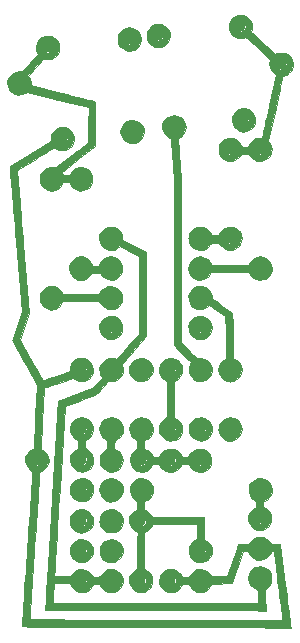
<source format=gbr>
G04 #@! TF.GenerationSoftware,KiCad,Pcbnew,5.0.2-bee76a0~70~ubuntu18.04.1*
G04 #@! TF.CreationDate,2019-04-12T02:47:20+03:00*
G04 #@! TF.ProjectId,CiiVIi_Dongle_Production_PCB,43696956-4969-45f4-946f-6e676c655f50,rev?*
G04 #@! TF.SameCoordinates,Original*
G04 #@! TF.FileFunction,Copper,L2,Bot*
G04 #@! TF.FilePolarity,Positive*
%FSLAX46Y46*%
G04 Gerber Fmt 4.6, Leading zero omitted, Abs format (unit mm)*
G04 Created by KiCad (PCBNEW 5.0.2-bee76a0~70~ubuntu18.04.1) date pe 12. huhtikuuta 2019 02.47.20*
%MOMM*%
%LPD*%
G01*
G04 APERTURE LIST*
G04 #@! TA.AperFunction,EtchedComponent*
%ADD10C,0.010000*%
G04 #@! TD*
G04 #@! TA.AperFunction,ComponentPad*
%ADD11C,0.959988*%
G04 #@! TD*
G04 APERTURE END LIST*
D10*
G04 #@! TO.C,G\002A\002A\002A*
G36*
X-7416295Y14452693D02*
X-7164684Y14343702D01*
X-6950712Y14159589D01*
X-6949427Y14158132D01*
X-6786816Y13915722D01*
X-6702454Y13654818D01*
X-6696496Y13387539D01*
X-6769097Y13126003D01*
X-6920414Y12882330D01*
X-6932846Y12867553D01*
X-7150359Y12671486D01*
X-7395897Y12552403D01*
X-7660628Y12511062D01*
X-7935720Y12548224D01*
X-8212342Y12664648D01*
X-8339755Y12746523D01*
X-8369304Y12749334D01*
X-8427124Y12730883D01*
X-8518747Y12688003D01*
X-8649705Y12617530D01*
X-8825531Y12516297D01*
X-9051758Y12381137D01*
X-9333917Y12208885D01*
X-9677542Y11996375D01*
X-9982490Y11806444D01*
X-11561637Y10820729D01*
X-11539668Y10670281D01*
X-11533579Y10610808D01*
X-11520881Y10471897D01*
X-11501994Y10258487D01*
X-11477341Y9975514D01*
X-11447340Y9627916D01*
X-11412413Y9220629D01*
X-11372982Y8758592D01*
X-11329465Y8246741D01*
X-11282285Y7690014D01*
X-11231862Y7093348D01*
X-11178617Y6461680D01*
X-11122970Y5799947D01*
X-11065343Y5113087D01*
X-11023578Y4614333D01*
X-10529458Y-1291167D01*
X-11306320Y-3534833D01*
X-10356261Y-5221949D01*
X-10160790Y-5568445D01*
X-9977328Y-5892457D01*
X-9810177Y-6186473D01*
X-9663640Y-6442980D01*
X-9542018Y-6654466D01*
X-9449615Y-6813418D01*
X-9390733Y-6912324D01*
X-9370351Y-6943478D01*
X-9322527Y-6939277D01*
X-9205240Y-6910339D01*
X-9028975Y-6859805D01*
X-8804213Y-6790817D01*
X-8541440Y-6706515D01*
X-8251137Y-6610041D01*
X-8202084Y-6593430D01*
X-7069667Y-6208969D01*
X-7069415Y-6072175D01*
X-6521681Y-6072175D01*
X-6480568Y-6243258D01*
X-6428820Y-6326651D01*
X-6291452Y-6458133D01*
X-6143327Y-6508397D01*
X-5972088Y-6480270D01*
X-5896107Y-6448538D01*
X-5750260Y-6338217D01*
X-5667066Y-6188070D01*
X-5649850Y-6018678D01*
X-5701939Y-5850620D01*
X-5782222Y-5743991D01*
X-5939546Y-5639408D01*
X-6115991Y-5616277D01*
X-6249207Y-5650877D01*
X-6400298Y-5754527D01*
X-6493024Y-5902112D01*
X-6521681Y-6072175D01*
X-7069415Y-6072175D01*
X-7069270Y-5993734D01*
X-7049008Y-5806405D01*
X-6980137Y-5626997D01*
X-6946295Y-5564796D01*
X-6777418Y-5342513D01*
X-6573507Y-5187418D01*
X-6346454Y-5096223D01*
X-6108150Y-5065644D01*
X-5870486Y-5092394D01*
X-5645352Y-5173187D01*
X-5444639Y-5304736D01*
X-5280240Y-5483756D01*
X-5164045Y-5706961D01*
X-5107945Y-5971064D01*
X-5104723Y-6073720D01*
X-5147210Y-6360641D01*
X-5262604Y-6608434D01*
X-5445527Y-6810220D01*
X-5690601Y-6959118D01*
X-5838672Y-7012734D01*
X-6114720Y-7050927D01*
X-6388817Y-7007198D01*
X-6648561Y-6883642D01*
X-6664127Y-6873255D01*
X-6824903Y-6764005D01*
X-8034056Y-7171051D01*
X-8337316Y-7273479D01*
X-8613781Y-7367507D01*
X-8853483Y-7449693D01*
X-9046457Y-7516596D01*
X-9182734Y-7564774D01*
X-9252350Y-7590787D01*
X-9259205Y-7594094D01*
X-9264111Y-7637754D01*
X-9272737Y-7756944D01*
X-9284603Y-7942632D01*
X-9299227Y-8185784D01*
X-9316130Y-8477369D01*
X-9334829Y-8808354D01*
X-9354844Y-9169706D01*
X-9375694Y-9552393D01*
X-9396897Y-9947382D01*
X-9417974Y-10345642D01*
X-9438442Y-10738139D01*
X-9457822Y-11115840D01*
X-9475631Y-11469714D01*
X-9491389Y-11790729D01*
X-9504616Y-12069850D01*
X-9514829Y-12298047D01*
X-9521548Y-12466286D01*
X-9524293Y-12565534D01*
X-9524332Y-12573000D01*
X-9518048Y-12694272D01*
X-9485424Y-12768435D01*
X-9405844Y-12830353D01*
X-9354226Y-12860656D01*
X-9154033Y-13020463D01*
X-8995388Y-13238655D01*
X-8894016Y-13492982D01*
X-8887224Y-13521371D01*
X-8861461Y-13672418D01*
X-8864786Y-13802003D01*
X-8899257Y-13955909D01*
X-8908178Y-13987150D01*
X-9004815Y-14205908D01*
X-9152682Y-14404692D01*
X-9331683Y-14561054D01*
X-9497271Y-14645167D01*
X-9595877Y-14684421D01*
X-9648167Y-14718347D01*
X-9650763Y-14724700D01*
X-9653506Y-14769488D01*
X-9661810Y-14894040D01*
X-9675351Y-15093658D01*
X-9693803Y-15363645D01*
X-9716843Y-15699302D01*
X-9744146Y-16095931D01*
X-9775389Y-16548835D01*
X-9810245Y-17053316D01*
X-9848392Y-17604675D01*
X-9889505Y-18198215D01*
X-9933259Y-18829239D01*
X-9979330Y-19493047D01*
X-10027394Y-20184943D01*
X-10077126Y-20900229D01*
X-10080262Y-20945306D01*
X-10129889Y-21661909D01*
X-10177486Y-22355445D01*
X-10222751Y-23021213D01*
X-10265381Y-23654515D01*
X-10305076Y-24250651D01*
X-10341532Y-24804920D01*
X-10374448Y-25312624D01*
X-10403522Y-25769061D01*
X-10428452Y-26169533D01*
X-10448935Y-26509340D01*
X-10464670Y-26783782D01*
X-10475356Y-26988159D01*
X-10480688Y-27117772D01*
X-10480367Y-27167920D01*
X-10480154Y-27168306D01*
X-10433827Y-27173470D01*
X-10309524Y-27178678D01*
X-10113935Y-27183839D01*
X-9853753Y-27188863D01*
X-9535666Y-27193659D01*
X-9166367Y-27198136D01*
X-8752545Y-27202205D01*
X-8300891Y-27205773D01*
X-7818097Y-27208751D01*
X-7330738Y-27210973D01*
X-6941752Y-27212491D01*
X-6475022Y-27214392D01*
X-5937473Y-27216643D01*
X-5336027Y-27219215D01*
X-4677607Y-27222075D01*
X-3969136Y-27225194D01*
X-3217536Y-27228539D01*
X-2429731Y-27232080D01*
X-1612644Y-27235786D01*
X-773197Y-27239625D01*
X81686Y-27243567D01*
X945083Y-27247580D01*
X1810071Y-27251633D01*
X2669727Y-27255695D01*
X3344333Y-27258909D01*
X4137593Y-27262648D01*
X4907906Y-27266175D01*
X5651022Y-27269473D01*
X6362691Y-27272530D01*
X7038662Y-27275328D01*
X7674684Y-27277854D01*
X8266509Y-27280093D01*
X8809885Y-27282030D01*
X9300561Y-27283650D01*
X9734288Y-27284937D01*
X10106816Y-27285878D01*
X10413893Y-27286458D01*
X10651270Y-27286660D01*
X10814696Y-27286472D01*
X10899921Y-27285877D01*
X10911923Y-27285401D01*
X10908711Y-27242879D01*
X10895828Y-27123130D01*
X10874086Y-26932938D01*
X10844298Y-26679093D01*
X10807276Y-26368380D01*
X10763830Y-26007586D01*
X10714773Y-25603499D01*
X10660918Y-25162905D01*
X10603074Y-24692591D01*
X10562673Y-24365690D01*
X10502446Y-23879050D01*
X10445371Y-23417414D01*
X10392289Y-22987594D01*
X10344038Y-22596402D01*
X10301455Y-22250651D01*
X10265380Y-21957153D01*
X10236652Y-21722719D01*
X10216108Y-21554163D01*
X10204587Y-21458297D01*
X10202333Y-21438142D01*
X10166017Y-21424957D01*
X10097213Y-21420667D01*
X10024699Y-21437645D01*
X9960916Y-21500070D01*
X9888465Y-21625177D01*
X9886163Y-21629708D01*
X9730239Y-21854297D01*
X9530681Y-22017126D01*
X9301148Y-22118771D01*
X9055303Y-22159808D01*
X8806805Y-22140811D01*
X8569314Y-22062358D01*
X8356493Y-21925022D01*
X8182000Y-21729381D01*
X8088267Y-21553946D01*
X8048903Y-21472607D01*
X8000783Y-21433970D01*
X7915854Y-21424968D01*
X7820481Y-21429244D01*
X7609563Y-21441833D01*
X6615403Y-24151167D01*
X4960085Y-24174099D01*
X4829506Y-24405473D01*
X4659848Y-24629758D01*
X4449901Y-24788822D01*
X4213161Y-24882832D01*
X3963126Y-24911952D01*
X3713290Y-24876351D01*
X3477151Y-24776194D01*
X3268205Y-24611649D01*
X3100647Y-24384149D01*
X2984500Y-24173553D01*
X2720777Y-24172943D01*
X2575665Y-24174718D01*
X2489544Y-24188739D01*
X2436737Y-24226778D01*
X2391568Y-24300608D01*
X2375880Y-24331083D01*
X2208556Y-24576893D01*
X1996279Y-24759170D01*
X1750490Y-24872632D01*
X1482631Y-24911993D01*
X1204418Y-24872049D01*
X934413Y-24754039D01*
X723700Y-24577801D01*
X577411Y-24350185D01*
X500678Y-24078043D01*
X489964Y-23918333D01*
X1016000Y-23918333D01*
X1052552Y-24073609D01*
X1146647Y-24218659D01*
X1274946Y-24318236D01*
X1283322Y-24322038D01*
X1393321Y-24366575D01*
X1468880Y-24377297D01*
X1553017Y-24354570D01*
X1625660Y-24324972D01*
X1781797Y-24221575D01*
X1875388Y-24080662D01*
X1907225Y-23920897D01*
X1905620Y-23912078D01*
X3529866Y-23912078D01*
X3553430Y-24071340D01*
X3632340Y-24204050D01*
X3752086Y-24300523D01*
X3898161Y-24351074D01*
X4056056Y-24346021D01*
X4211263Y-24275680D01*
X4286250Y-24209918D01*
X4375475Y-24080186D01*
X4402602Y-23928256D01*
X4402666Y-23918333D01*
X4368270Y-23739355D01*
X4276865Y-23604162D01*
X4146124Y-23516654D01*
X3993722Y-23480733D01*
X3837332Y-23500297D01*
X3694630Y-23579247D01*
X3583288Y-23721483D01*
X3576154Y-23735946D01*
X3529866Y-23912078D01*
X1905620Y-23912078D01*
X1878103Y-23760950D01*
X1788812Y-23619487D01*
X1640145Y-23515174D01*
X1590468Y-23495979D01*
X1418896Y-23479620D01*
X1256401Y-23532899D01*
X1122540Y-23641436D01*
X1036871Y-23790853D01*
X1016000Y-23918333D01*
X489964Y-23918333D01*
X527810Y-23625397D01*
X637928Y-23373363D01*
X815184Y-23169081D01*
X1054449Y-23019401D01*
X1204418Y-22964617D01*
X1479366Y-22926401D01*
X1748253Y-22966421D01*
X1995458Y-23078788D01*
X2205359Y-23257611D01*
X2295190Y-23375849D01*
X2427259Y-23579667D01*
X2727046Y-23579552D01*
X3026833Y-23579438D01*
X3111500Y-23422434D01*
X3250285Y-23240903D01*
X3445316Y-23085443D01*
X3668360Y-22976482D01*
X3765846Y-22949012D01*
X4032825Y-22928986D01*
X4291772Y-22977536D01*
X4524611Y-23087125D01*
X4713265Y-23250216D01*
X4803876Y-23381798D01*
X4887586Y-23537333D01*
X6203408Y-23537333D01*
X7037171Y-21256215D01*
X8575098Y-21256215D01*
X8613826Y-21376386D01*
X8729138Y-21518709D01*
X8881798Y-21596784D01*
X9051237Y-21608117D01*
X9216883Y-21550215D01*
X9323916Y-21462437D01*
X9417714Y-21307100D01*
X9439938Y-21143210D01*
X9399983Y-20986957D01*
X9307245Y-20854531D01*
X9171120Y-20762122D01*
X9001004Y-20725919D01*
X8901621Y-20734797D01*
X8754777Y-20802109D01*
X8644504Y-20926840D01*
X8581160Y-21085904D01*
X8575098Y-21256215D01*
X7037171Y-21256215D01*
X7185950Y-20849167D01*
X7626904Y-20837241D01*
X8067858Y-20825316D01*
X8148746Y-20675115D01*
X8306642Y-20463316D01*
X8510465Y-20310712D01*
X8745194Y-20217732D01*
X8995806Y-20184807D01*
X9247278Y-20212364D01*
X9484588Y-20300834D01*
X9692713Y-20450646D01*
X9835689Y-20626917D01*
X9960988Y-20828000D01*
X10731787Y-20828000D01*
X11149869Y-24204083D01*
X11215410Y-24733178D01*
X11278320Y-25240723D01*
X11337768Y-25720042D01*
X11392927Y-26164463D01*
X11442965Y-26567311D01*
X11487053Y-26921912D01*
X11524363Y-27221592D01*
X11554064Y-27459678D01*
X11575327Y-27629494D01*
X11587323Y-27724368D01*
X11589216Y-27738917D01*
X11610481Y-27897667D01*
X9562323Y-27889206D01*
X9246216Y-27887844D01*
X8853641Y-27886062D01*
X8392797Y-27883898D01*
X7871883Y-27881395D01*
X7299096Y-27878594D01*
X6682636Y-27875535D01*
X6030700Y-27872259D01*
X5351487Y-27868808D01*
X4653195Y-27865222D01*
X3944022Y-27861543D01*
X3232167Y-27857811D01*
X2525828Y-27854068D01*
X2328333Y-27853014D01*
X1567394Y-27849099D01*
X759687Y-27845230D01*
X-82465Y-27841451D01*
X-946740Y-27837806D01*
X-1820816Y-27834342D01*
X-2692371Y-27831101D01*
X-3549082Y-27828130D01*
X-4378627Y-27825473D01*
X-5168685Y-27823175D01*
X-5906932Y-27821280D01*
X-6581046Y-27819834D01*
X-6988528Y-27819141D01*
X-7572506Y-27818085D01*
X-8132262Y-27816707D01*
X-8662026Y-27815042D01*
X-9156023Y-27813123D01*
X-9608483Y-27810986D01*
X-10013634Y-27808666D01*
X-10365702Y-27806197D01*
X-10658916Y-27803613D01*
X-10887504Y-27800949D01*
X-11045693Y-27798241D01*
X-11127712Y-27795522D01*
X-11138311Y-27794245D01*
X-11137179Y-27751076D01*
X-11130469Y-27628439D01*
X-11118521Y-27431324D01*
X-11101675Y-27164722D01*
X-11080272Y-26833625D01*
X-11054652Y-26443023D01*
X-11025155Y-25997907D01*
X-10992122Y-25503269D01*
X-10955893Y-24964099D01*
X-10916809Y-24385388D01*
X-10875209Y-23772127D01*
X-10831435Y-23129308D01*
X-10785826Y-22461921D01*
X-10738723Y-21774956D01*
X-10690466Y-21073406D01*
X-10641397Y-20362261D01*
X-10591854Y-19646512D01*
X-10542178Y-18931150D01*
X-10492711Y-18221166D01*
X-10443791Y-17521551D01*
X-10395760Y-16837296D01*
X-10348957Y-16173392D01*
X-10303724Y-15534829D01*
X-10269176Y-15049500D01*
X-10241990Y-14668500D01*
X-10442361Y-14520333D01*
X-10643801Y-14322045D01*
X-10779685Y-14082287D01*
X-10846022Y-13817085D01*
X-10844234Y-13748857D01*
X-10294304Y-13748857D01*
X-10251049Y-13908513D01*
X-10146679Y-14044536D01*
X-9987918Y-14141146D01*
X-9848898Y-14176756D01*
X-9789976Y-14163289D01*
X-9691461Y-14123812D01*
X-9672253Y-14114895D01*
X-9538033Y-14011495D01*
X-9446044Y-13863529D01*
X-9411824Y-13700588D01*
X-9418925Y-13632436D01*
X-9492737Y-13465469D01*
X-9617374Y-13349089D01*
X-9773101Y-13288825D01*
X-9940185Y-13290209D01*
X-10098890Y-13358773D01*
X-10170584Y-13421755D01*
X-10269724Y-13581345D01*
X-10294304Y-13748857D01*
X-10844234Y-13748857D01*
X-10838822Y-13542464D01*
X-10754093Y-13274452D01*
X-10753099Y-13272392D01*
X-10650408Y-13111192D01*
X-10513249Y-12962560D01*
X-10365928Y-12849553D01*
X-10254882Y-12799719D01*
X-10172118Y-12744918D01*
X-10141345Y-12684735D01*
X-10136130Y-12627351D01*
X-10127228Y-12492901D01*
X-10115048Y-12288885D01*
X-10099998Y-12022804D01*
X-10082488Y-11702158D01*
X-10062925Y-11334450D01*
X-10041719Y-10927178D01*
X-10019278Y-10487845D01*
X-9996012Y-10023952D01*
X-9992713Y-9957487D01*
X-9861999Y-7320807D01*
X-10900000Y-5476355D01*
X-11103711Y-5113283D01*
X-11294186Y-4771691D01*
X-11467463Y-4458832D01*
X-11619580Y-4181960D01*
X-11746575Y-3948329D01*
X-11844488Y-3765191D01*
X-11909355Y-3639801D01*
X-11937217Y-3579412D01*
X-11938000Y-3575835D01*
X-11924609Y-3522775D01*
X-11886762Y-3400377D01*
X-11827953Y-3219225D01*
X-11751672Y-2989902D01*
X-11661414Y-2722991D01*
X-11560668Y-2429075D01*
X-11536971Y-2360473D01*
X-11135941Y-1201180D01*
X-11641189Y4786327D01*
X-11700842Y5493551D01*
X-11758662Y6179599D01*
X-11814234Y6839532D01*
X-11867144Y7468411D01*
X-11916979Y8061298D01*
X-11963324Y8613254D01*
X-12005765Y9119340D01*
X-12043889Y9574618D01*
X-12077282Y9974148D01*
X-12105528Y10312993D01*
X-12128216Y10586214D01*
X-12144931Y10788871D01*
X-12155258Y10916026D01*
X-12158635Y10959956D01*
X-12170834Y11146079D01*
X-10435167Y12231355D01*
X-8699500Y13316630D01*
X-8681135Y13504333D01*
X-8128000Y13504333D01*
X-8090025Y13318201D01*
X-7979610Y13173583D01*
X-7857986Y13099496D01*
X-7749994Y13055816D01*
X-7675065Y13045417D01*
X-7590788Y13068218D01*
X-7515619Y13098832D01*
X-7376338Y13197981D01*
X-7276958Y13346764D01*
X-7239159Y13512717D01*
X-7239159Y13512815D01*
X-7277574Y13670141D01*
X-7377453Y13811345D01*
X-7516503Y13907913D01*
X-7560034Y13923240D01*
X-7749472Y13937891D01*
X-7916222Y13881867D01*
X-8044150Y13767068D01*
X-8117123Y13605394D01*
X-8128000Y13504333D01*
X-8681135Y13504333D01*
X-8674785Y13569232D01*
X-8631270Y13813131D01*
X-8546062Y14006664D01*
X-8405285Y14179431D01*
X-8375029Y14208677D01*
X-8163943Y14371451D01*
X-7945495Y14461191D01*
X-7708657Y14487912D01*
X-7416295Y14452693D01*
X-7416295Y14452693D01*
G37*
X-7416295Y14452693D02*
X-7164684Y14343702D01*
X-6950712Y14159589D01*
X-6949427Y14158132D01*
X-6786816Y13915722D01*
X-6702454Y13654818D01*
X-6696496Y13387539D01*
X-6769097Y13126003D01*
X-6920414Y12882330D01*
X-6932846Y12867553D01*
X-7150359Y12671486D01*
X-7395897Y12552403D01*
X-7660628Y12511062D01*
X-7935720Y12548224D01*
X-8212342Y12664648D01*
X-8339755Y12746523D01*
X-8369304Y12749334D01*
X-8427124Y12730883D01*
X-8518747Y12688003D01*
X-8649705Y12617530D01*
X-8825531Y12516297D01*
X-9051758Y12381137D01*
X-9333917Y12208885D01*
X-9677542Y11996375D01*
X-9982490Y11806444D01*
X-11561637Y10820729D01*
X-11539668Y10670281D01*
X-11533579Y10610808D01*
X-11520881Y10471897D01*
X-11501994Y10258487D01*
X-11477341Y9975514D01*
X-11447340Y9627916D01*
X-11412413Y9220629D01*
X-11372982Y8758592D01*
X-11329465Y8246741D01*
X-11282285Y7690014D01*
X-11231862Y7093348D01*
X-11178617Y6461680D01*
X-11122970Y5799947D01*
X-11065343Y5113087D01*
X-11023578Y4614333D01*
X-10529458Y-1291167D01*
X-11306320Y-3534833D01*
X-10356261Y-5221949D01*
X-10160790Y-5568445D01*
X-9977328Y-5892457D01*
X-9810177Y-6186473D01*
X-9663640Y-6442980D01*
X-9542018Y-6654466D01*
X-9449615Y-6813418D01*
X-9390733Y-6912324D01*
X-9370351Y-6943478D01*
X-9322527Y-6939277D01*
X-9205240Y-6910339D01*
X-9028975Y-6859805D01*
X-8804213Y-6790817D01*
X-8541440Y-6706515D01*
X-8251137Y-6610041D01*
X-8202084Y-6593430D01*
X-7069667Y-6208969D01*
X-7069415Y-6072175D01*
X-6521681Y-6072175D01*
X-6480568Y-6243258D01*
X-6428820Y-6326651D01*
X-6291452Y-6458133D01*
X-6143327Y-6508397D01*
X-5972088Y-6480270D01*
X-5896107Y-6448538D01*
X-5750260Y-6338217D01*
X-5667066Y-6188070D01*
X-5649850Y-6018678D01*
X-5701939Y-5850620D01*
X-5782222Y-5743991D01*
X-5939546Y-5639408D01*
X-6115991Y-5616277D01*
X-6249207Y-5650877D01*
X-6400298Y-5754527D01*
X-6493024Y-5902112D01*
X-6521681Y-6072175D01*
X-7069415Y-6072175D01*
X-7069270Y-5993734D01*
X-7049008Y-5806405D01*
X-6980137Y-5626997D01*
X-6946295Y-5564796D01*
X-6777418Y-5342513D01*
X-6573507Y-5187418D01*
X-6346454Y-5096223D01*
X-6108150Y-5065644D01*
X-5870486Y-5092394D01*
X-5645352Y-5173187D01*
X-5444639Y-5304736D01*
X-5280240Y-5483756D01*
X-5164045Y-5706961D01*
X-5107945Y-5971064D01*
X-5104723Y-6073720D01*
X-5147210Y-6360641D01*
X-5262604Y-6608434D01*
X-5445527Y-6810220D01*
X-5690601Y-6959118D01*
X-5838672Y-7012734D01*
X-6114720Y-7050927D01*
X-6388817Y-7007198D01*
X-6648561Y-6883642D01*
X-6664127Y-6873255D01*
X-6824903Y-6764005D01*
X-8034056Y-7171051D01*
X-8337316Y-7273479D01*
X-8613781Y-7367507D01*
X-8853483Y-7449693D01*
X-9046457Y-7516596D01*
X-9182734Y-7564774D01*
X-9252350Y-7590787D01*
X-9259205Y-7594094D01*
X-9264111Y-7637754D01*
X-9272737Y-7756944D01*
X-9284603Y-7942632D01*
X-9299227Y-8185784D01*
X-9316130Y-8477369D01*
X-9334829Y-8808354D01*
X-9354844Y-9169706D01*
X-9375694Y-9552393D01*
X-9396897Y-9947382D01*
X-9417974Y-10345642D01*
X-9438442Y-10738139D01*
X-9457822Y-11115840D01*
X-9475631Y-11469714D01*
X-9491389Y-11790729D01*
X-9504616Y-12069850D01*
X-9514829Y-12298047D01*
X-9521548Y-12466286D01*
X-9524293Y-12565534D01*
X-9524332Y-12573000D01*
X-9518048Y-12694272D01*
X-9485424Y-12768435D01*
X-9405844Y-12830353D01*
X-9354226Y-12860656D01*
X-9154033Y-13020463D01*
X-8995388Y-13238655D01*
X-8894016Y-13492982D01*
X-8887224Y-13521371D01*
X-8861461Y-13672418D01*
X-8864786Y-13802003D01*
X-8899257Y-13955909D01*
X-8908178Y-13987150D01*
X-9004815Y-14205908D01*
X-9152682Y-14404692D01*
X-9331683Y-14561054D01*
X-9497271Y-14645167D01*
X-9595877Y-14684421D01*
X-9648167Y-14718347D01*
X-9650763Y-14724700D01*
X-9653506Y-14769488D01*
X-9661810Y-14894040D01*
X-9675351Y-15093658D01*
X-9693803Y-15363645D01*
X-9716843Y-15699302D01*
X-9744146Y-16095931D01*
X-9775389Y-16548835D01*
X-9810245Y-17053316D01*
X-9848392Y-17604675D01*
X-9889505Y-18198215D01*
X-9933259Y-18829239D01*
X-9979330Y-19493047D01*
X-10027394Y-20184943D01*
X-10077126Y-20900229D01*
X-10080262Y-20945306D01*
X-10129889Y-21661909D01*
X-10177486Y-22355445D01*
X-10222751Y-23021213D01*
X-10265381Y-23654515D01*
X-10305076Y-24250651D01*
X-10341532Y-24804920D01*
X-10374448Y-25312624D01*
X-10403522Y-25769061D01*
X-10428452Y-26169533D01*
X-10448935Y-26509340D01*
X-10464670Y-26783782D01*
X-10475356Y-26988159D01*
X-10480688Y-27117772D01*
X-10480367Y-27167920D01*
X-10480154Y-27168306D01*
X-10433827Y-27173470D01*
X-10309524Y-27178678D01*
X-10113935Y-27183839D01*
X-9853753Y-27188863D01*
X-9535666Y-27193659D01*
X-9166367Y-27198136D01*
X-8752545Y-27202205D01*
X-8300891Y-27205773D01*
X-7818097Y-27208751D01*
X-7330738Y-27210973D01*
X-6941752Y-27212491D01*
X-6475022Y-27214392D01*
X-5937473Y-27216643D01*
X-5336027Y-27219215D01*
X-4677607Y-27222075D01*
X-3969136Y-27225194D01*
X-3217536Y-27228539D01*
X-2429731Y-27232080D01*
X-1612644Y-27235786D01*
X-773197Y-27239625D01*
X81686Y-27243567D01*
X945083Y-27247580D01*
X1810071Y-27251633D01*
X2669727Y-27255695D01*
X3344333Y-27258909D01*
X4137593Y-27262648D01*
X4907906Y-27266175D01*
X5651022Y-27269473D01*
X6362691Y-27272530D01*
X7038662Y-27275328D01*
X7674684Y-27277854D01*
X8266509Y-27280093D01*
X8809885Y-27282030D01*
X9300561Y-27283650D01*
X9734288Y-27284937D01*
X10106816Y-27285878D01*
X10413893Y-27286458D01*
X10651270Y-27286660D01*
X10814696Y-27286472D01*
X10899921Y-27285877D01*
X10911923Y-27285401D01*
X10908711Y-27242879D01*
X10895828Y-27123130D01*
X10874086Y-26932938D01*
X10844298Y-26679093D01*
X10807276Y-26368380D01*
X10763830Y-26007586D01*
X10714773Y-25603499D01*
X10660918Y-25162905D01*
X10603074Y-24692591D01*
X10562673Y-24365690D01*
X10502446Y-23879050D01*
X10445371Y-23417414D01*
X10392289Y-22987594D01*
X10344038Y-22596402D01*
X10301455Y-22250651D01*
X10265380Y-21957153D01*
X10236652Y-21722719D01*
X10216108Y-21554163D01*
X10204587Y-21458297D01*
X10202333Y-21438142D01*
X10166017Y-21424957D01*
X10097213Y-21420667D01*
X10024699Y-21437645D01*
X9960916Y-21500070D01*
X9888465Y-21625177D01*
X9886163Y-21629708D01*
X9730239Y-21854297D01*
X9530681Y-22017126D01*
X9301148Y-22118771D01*
X9055303Y-22159808D01*
X8806805Y-22140811D01*
X8569314Y-22062358D01*
X8356493Y-21925022D01*
X8182000Y-21729381D01*
X8088267Y-21553946D01*
X8048903Y-21472607D01*
X8000783Y-21433970D01*
X7915854Y-21424968D01*
X7820481Y-21429244D01*
X7609563Y-21441833D01*
X6615403Y-24151167D01*
X4960085Y-24174099D01*
X4829506Y-24405473D01*
X4659848Y-24629758D01*
X4449901Y-24788822D01*
X4213161Y-24882832D01*
X3963126Y-24911952D01*
X3713290Y-24876351D01*
X3477151Y-24776194D01*
X3268205Y-24611649D01*
X3100647Y-24384149D01*
X2984500Y-24173553D01*
X2720777Y-24172943D01*
X2575665Y-24174718D01*
X2489544Y-24188739D01*
X2436737Y-24226778D01*
X2391568Y-24300608D01*
X2375880Y-24331083D01*
X2208556Y-24576893D01*
X1996279Y-24759170D01*
X1750490Y-24872632D01*
X1482631Y-24911993D01*
X1204418Y-24872049D01*
X934413Y-24754039D01*
X723700Y-24577801D01*
X577411Y-24350185D01*
X500678Y-24078043D01*
X489964Y-23918333D01*
X1016000Y-23918333D01*
X1052552Y-24073609D01*
X1146647Y-24218659D01*
X1274946Y-24318236D01*
X1283322Y-24322038D01*
X1393321Y-24366575D01*
X1468880Y-24377297D01*
X1553017Y-24354570D01*
X1625660Y-24324972D01*
X1781797Y-24221575D01*
X1875388Y-24080662D01*
X1907225Y-23920897D01*
X1905620Y-23912078D01*
X3529866Y-23912078D01*
X3553430Y-24071340D01*
X3632340Y-24204050D01*
X3752086Y-24300523D01*
X3898161Y-24351074D01*
X4056056Y-24346021D01*
X4211263Y-24275680D01*
X4286250Y-24209918D01*
X4375475Y-24080186D01*
X4402602Y-23928256D01*
X4402666Y-23918333D01*
X4368270Y-23739355D01*
X4276865Y-23604162D01*
X4146124Y-23516654D01*
X3993722Y-23480733D01*
X3837332Y-23500297D01*
X3694630Y-23579247D01*
X3583288Y-23721483D01*
X3576154Y-23735946D01*
X3529866Y-23912078D01*
X1905620Y-23912078D01*
X1878103Y-23760950D01*
X1788812Y-23619487D01*
X1640145Y-23515174D01*
X1590468Y-23495979D01*
X1418896Y-23479620D01*
X1256401Y-23532899D01*
X1122540Y-23641436D01*
X1036871Y-23790853D01*
X1016000Y-23918333D01*
X489964Y-23918333D01*
X527810Y-23625397D01*
X637928Y-23373363D01*
X815184Y-23169081D01*
X1054449Y-23019401D01*
X1204418Y-22964617D01*
X1479366Y-22926401D01*
X1748253Y-22966421D01*
X1995458Y-23078788D01*
X2205359Y-23257611D01*
X2295190Y-23375849D01*
X2427259Y-23579667D01*
X2727046Y-23579552D01*
X3026833Y-23579438D01*
X3111500Y-23422434D01*
X3250285Y-23240903D01*
X3445316Y-23085443D01*
X3668360Y-22976482D01*
X3765846Y-22949012D01*
X4032825Y-22928986D01*
X4291772Y-22977536D01*
X4524611Y-23087125D01*
X4713265Y-23250216D01*
X4803876Y-23381798D01*
X4887586Y-23537333D01*
X6203408Y-23537333D01*
X7037171Y-21256215D01*
X8575098Y-21256215D01*
X8613826Y-21376386D01*
X8729138Y-21518709D01*
X8881798Y-21596784D01*
X9051237Y-21608117D01*
X9216883Y-21550215D01*
X9323916Y-21462437D01*
X9417714Y-21307100D01*
X9439938Y-21143210D01*
X9399983Y-20986957D01*
X9307245Y-20854531D01*
X9171120Y-20762122D01*
X9001004Y-20725919D01*
X8901621Y-20734797D01*
X8754777Y-20802109D01*
X8644504Y-20926840D01*
X8581160Y-21085904D01*
X8575098Y-21256215D01*
X7037171Y-21256215D01*
X7185950Y-20849167D01*
X7626904Y-20837241D01*
X8067858Y-20825316D01*
X8148746Y-20675115D01*
X8306642Y-20463316D01*
X8510465Y-20310712D01*
X8745194Y-20217732D01*
X8995806Y-20184807D01*
X9247278Y-20212364D01*
X9484588Y-20300834D01*
X9692713Y-20450646D01*
X9835689Y-20626917D01*
X9960988Y-20828000D01*
X10731787Y-20828000D01*
X11149869Y-24204083D01*
X11215410Y-24733178D01*
X11278320Y-25240723D01*
X11337768Y-25720042D01*
X11392927Y-26164463D01*
X11442965Y-26567311D01*
X11487053Y-26921912D01*
X11524363Y-27221592D01*
X11554064Y-27459678D01*
X11575327Y-27629494D01*
X11587323Y-27724368D01*
X11589216Y-27738917D01*
X11610481Y-27897667D01*
X9562323Y-27889206D01*
X9246216Y-27887844D01*
X8853641Y-27886062D01*
X8392797Y-27883898D01*
X7871883Y-27881395D01*
X7299096Y-27878594D01*
X6682636Y-27875535D01*
X6030700Y-27872259D01*
X5351487Y-27868808D01*
X4653195Y-27865222D01*
X3944022Y-27861543D01*
X3232167Y-27857811D01*
X2525828Y-27854068D01*
X2328333Y-27853014D01*
X1567394Y-27849099D01*
X759687Y-27845230D01*
X-82465Y-27841451D01*
X-946740Y-27837806D01*
X-1820816Y-27834342D01*
X-2692371Y-27831101D01*
X-3549082Y-27828130D01*
X-4378627Y-27825473D01*
X-5168685Y-27823175D01*
X-5906932Y-27821280D01*
X-6581046Y-27819834D01*
X-6988528Y-27819141D01*
X-7572506Y-27818085D01*
X-8132262Y-27816707D01*
X-8662026Y-27815042D01*
X-9156023Y-27813123D01*
X-9608483Y-27810986D01*
X-10013634Y-27808666D01*
X-10365702Y-27806197D01*
X-10658916Y-27803613D01*
X-10887504Y-27800949D01*
X-11045693Y-27798241D01*
X-11127712Y-27795522D01*
X-11138311Y-27794245D01*
X-11137179Y-27751076D01*
X-11130469Y-27628439D01*
X-11118521Y-27431324D01*
X-11101675Y-27164722D01*
X-11080272Y-26833625D01*
X-11054652Y-26443023D01*
X-11025155Y-25997907D01*
X-10992122Y-25503269D01*
X-10955893Y-24964099D01*
X-10916809Y-24385388D01*
X-10875209Y-23772127D01*
X-10831435Y-23129308D01*
X-10785826Y-22461921D01*
X-10738723Y-21774956D01*
X-10690466Y-21073406D01*
X-10641397Y-20362261D01*
X-10591854Y-19646512D01*
X-10542178Y-18931150D01*
X-10492711Y-18221166D01*
X-10443791Y-17521551D01*
X-10395760Y-16837296D01*
X-10348957Y-16173392D01*
X-10303724Y-15534829D01*
X-10269176Y-15049500D01*
X-10241990Y-14668500D01*
X-10442361Y-14520333D01*
X-10643801Y-14322045D01*
X-10779685Y-14082287D01*
X-10846022Y-13817085D01*
X-10844234Y-13748857D01*
X-10294304Y-13748857D01*
X-10251049Y-13908513D01*
X-10146679Y-14044536D01*
X-9987918Y-14141146D01*
X-9848898Y-14176756D01*
X-9789976Y-14163289D01*
X-9691461Y-14123812D01*
X-9672253Y-14114895D01*
X-9538033Y-14011495D01*
X-9446044Y-13863529D01*
X-9411824Y-13700588D01*
X-9418925Y-13632436D01*
X-9492737Y-13465469D01*
X-9617374Y-13349089D01*
X-9773101Y-13288825D01*
X-9940185Y-13290209D01*
X-10098890Y-13358773D01*
X-10170584Y-13421755D01*
X-10269724Y-13581345D01*
X-10294304Y-13748857D01*
X-10844234Y-13748857D01*
X-10838822Y-13542464D01*
X-10754093Y-13274452D01*
X-10753099Y-13272392D01*
X-10650408Y-13111192D01*
X-10513249Y-12962560D01*
X-10365928Y-12849553D01*
X-10254882Y-12799719D01*
X-10172118Y-12744918D01*
X-10141345Y-12684735D01*
X-10136130Y-12627351D01*
X-10127228Y-12492901D01*
X-10115048Y-12288885D01*
X-10099998Y-12022804D01*
X-10082488Y-11702158D01*
X-10062925Y-11334450D01*
X-10041719Y-10927178D01*
X-10019278Y-10487845D01*
X-9996012Y-10023952D01*
X-9992713Y-9957487D01*
X-9861999Y-7320807D01*
X-10900000Y-5476355D01*
X-11103711Y-5113283D01*
X-11294186Y-4771691D01*
X-11467463Y-4458832D01*
X-11619580Y-4181960D01*
X-11746575Y-3948329D01*
X-11844488Y-3765191D01*
X-11909355Y-3639801D01*
X-11937217Y-3579412D01*
X-11938000Y-3575835D01*
X-11924609Y-3522775D01*
X-11886762Y-3400377D01*
X-11827953Y-3219225D01*
X-11751672Y-2989902D01*
X-11661414Y-2722991D01*
X-11560668Y-2429075D01*
X-11536971Y-2360473D01*
X-11135941Y-1201180D01*
X-11641189Y4786327D01*
X-11700842Y5493551D01*
X-11758662Y6179599D01*
X-11814234Y6839532D01*
X-11867144Y7468411D01*
X-11916979Y8061298D01*
X-11963324Y8613254D01*
X-12005765Y9119340D01*
X-12043889Y9574618D01*
X-12077282Y9974148D01*
X-12105528Y10312993D01*
X-12128216Y10586214D01*
X-12144931Y10788871D01*
X-12155258Y10916026D01*
X-12158635Y10959956D01*
X-12170834Y11146079D01*
X-10435167Y12231355D01*
X-8699500Y13316630D01*
X-8681135Y13504333D01*
X-8128000Y13504333D01*
X-8090025Y13318201D01*
X-7979610Y13173583D01*
X-7857986Y13099496D01*
X-7749994Y13055816D01*
X-7675065Y13045417D01*
X-7590788Y13068218D01*
X-7515619Y13098832D01*
X-7376338Y13197981D01*
X-7276958Y13346764D01*
X-7239159Y13512717D01*
X-7239159Y13512815D01*
X-7277574Y13670141D01*
X-7377453Y13811345D01*
X-7516503Y13907913D01*
X-7560034Y13923240D01*
X-7749472Y13937891D01*
X-7916222Y13881867D01*
X-8044150Y13767068D01*
X-8117123Y13605394D01*
X-8128000Y13504333D01*
X-8681135Y13504333D01*
X-8674785Y13569232D01*
X-8631270Y13813131D01*
X-8546062Y14006664D01*
X-8405285Y14179431D01*
X-8375029Y14208677D01*
X-8163943Y14371451D01*
X-7945495Y14461191D01*
X-7708657Y14487912D01*
X-7416295Y14452693D01*
G36*
X-3368175Y6013844D02*
X-3124347Y5919297D01*
X-2916280Y5770352D01*
X-2755794Y5575191D01*
X-2654711Y5341995D01*
X-2624284Y5113110D01*
X-2623901Y4931833D01*
X-1630289Y4423833D01*
X-636678Y3915833D01*
X-635839Y336628D01*
X-635000Y-3242578D01*
X-1654678Y-4400699D01*
X-1923240Y-4706420D01*
X-2140384Y-4955610D01*
X-2311211Y-5154781D01*
X-2440822Y-5310443D01*
X-2534319Y-5429106D01*
X-2596802Y-5517281D01*
X-2633372Y-5581476D01*
X-2649131Y-5628204D01*
X-2649179Y-5663974D01*
X-2648179Y-5668660D01*
X-2597289Y-5980950D01*
X-2608275Y-6246269D01*
X-2683417Y-6477787D01*
X-2824721Y-6688355D01*
X-3040754Y-6884510D01*
X-3288500Y-7002794D01*
X-3565706Y-7045621D01*
X-3809602Y-7052081D01*
X-4319190Y-7607419D01*
X-4503775Y-7807516D01*
X-4644373Y-7955230D01*
X-4753760Y-8060995D01*
X-4844713Y-8135246D01*
X-4930010Y-8188418D01*
X-5022427Y-8230946D01*
X-5134306Y-8273106D01*
X-5259611Y-8318295D01*
X-5449614Y-8386728D01*
X-5689336Y-8473014D01*
X-5963799Y-8571763D01*
X-6258022Y-8677584D01*
X-6477000Y-8756317D01*
X-7514167Y-9129179D01*
X-7945199Y-16132173D01*
X-7992287Y-16898137D01*
X-8037972Y-17643080D01*
X-8081979Y-18362438D01*
X-8124033Y-19051647D01*
X-8163860Y-19706143D01*
X-8201184Y-20321364D01*
X-8235730Y-20892745D01*
X-8267224Y-21415722D01*
X-8295390Y-21885731D01*
X-8319955Y-22298209D01*
X-8340642Y-22648593D01*
X-8357177Y-22932318D01*
X-8369286Y-23144820D01*
X-8376693Y-23281536D01*
X-8379115Y-23336250D01*
X-8382000Y-23537333D01*
X-7038585Y-23537333D01*
X-6926765Y-23368361D01*
X-6746546Y-23165167D01*
X-6526575Y-23025042D01*
X-6281635Y-22947631D01*
X-6026508Y-22932579D01*
X-5775979Y-22979531D01*
X-5544829Y-23088130D01*
X-5347843Y-23258022D01*
X-5240656Y-23408892D01*
X-5143500Y-23579014D01*
X-4837671Y-23579340D01*
X-4677912Y-23577453D01*
X-4580730Y-23566710D01*
X-4524053Y-23540127D01*
X-4485813Y-23490718D01*
X-4470866Y-23463250D01*
X-4310323Y-23243871D01*
X-4093260Y-23074456D01*
X-3838420Y-22966184D01*
X-3577167Y-22930141D01*
X-3299238Y-22965090D01*
X-3059253Y-23072889D01*
X-2846733Y-23258444D01*
X-2826513Y-23281552D01*
X-2675365Y-23517411D01*
X-2599106Y-23772831D01*
X-2594833Y-24033951D01*
X-2659645Y-24286911D01*
X-2790640Y-24517851D01*
X-2984915Y-24712910D01*
X-3147799Y-24815988D01*
X-3367696Y-24888817D01*
X-3616716Y-24907642D01*
X-3859705Y-24872395D01*
X-4003388Y-24817594D01*
X-4151162Y-24720155D01*
X-4297531Y-24588768D01*
X-4420873Y-24446322D01*
X-4499566Y-24315702D01*
X-4512015Y-24279234D01*
X-4532000Y-24222423D01*
X-4569792Y-24190381D01*
X-4646020Y-24176057D01*
X-4781313Y-24172405D01*
X-4824871Y-24172333D01*
X-5110897Y-24172333D01*
X-5214177Y-24373026D01*
X-5373114Y-24599657D01*
X-5575408Y-24764069D01*
X-5807281Y-24866435D01*
X-6054957Y-24906926D01*
X-6304659Y-24885716D01*
X-6542611Y-24802975D01*
X-6755037Y-24658876D01*
X-6928159Y-24453591D01*
X-6985000Y-24350906D01*
X-7090834Y-24131242D01*
X-7757584Y-24130621D01*
X-7984670Y-24132314D01*
X-8178949Y-24137392D01*
X-8326054Y-24145189D01*
X-8411616Y-24155035D01*
X-8427448Y-24161750D01*
X-8430964Y-24212157D01*
X-8438872Y-24333311D01*
X-8450293Y-24511456D01*
X-8464343Y-24732836D01*
X-8480141Y-24983696D01*
X-8480365Y-24987256D01*
X-8530167Y-25781012D01*
X-8382000Y-25787067D01*
X-8328589Y-25787683D01*
X-8195963Y-25788524D01*
X-7988973Y-25789576D01*
X-7712468Y-25790823D01*
X-7371299Y-25792248D01*
X-6970315Y-25793838D01*
X-6514367Y-25795576D01*
X-6008305Y-25797447D01*
X-5456977Y-25799435D01*
X-4865235Y-25801526D01*
X-4237929Y-25803703D01*
X-3579908Y-25805952D01*
X-2896022Y-25808257D01*
X-2191121Y-25810602D01*
X-1470055Y-25812972D01*
X-737675Y-25815351D01*
X1170Y-25817725D01*
X741630Y-25820077D01*
X1478855Y-25822393D01*
X2207995Y-25824657D01*
X2924199Y-25826853D01*
X3622619Y-25828966D01*
X4298404Y-25830981D01*
X4946704Y-25832882D01*
X5562669Y-25834653D01*
X6141449Y-25836280D01*
X6678194Y-25837747D01*
X7168055Y-25839038D01*
X7606181Y-25840139D01*
X7987722Y-25841033D01*
X8307828Y-25841705D01*
X8561649Y-25842140D01*
X8744336Y-25842322D01*
X8851039Y-25842236D01*
X8878419Y-25841969D01*
X8880048Y-25801307D01*
X8877786Y-25691698D01*
X8872112Y-25528748D01*
X8863505Y-25328064D01*
X8861087Y-25276654D01*
X8834167Y-24713871D01*
X8660682Y-24639507D01*
X8394318Y-24487303D01*
X8199453Y-24290096D01*
X8076671Y-24048746D01*
X8026557Y-23764107D01*
X8025298Y-23706667D01*
X8037098Y-23615125D01*
X8576547Y-23615125D01*
X8578390Y-23792149D01*
X8589826Y-23837542D01*
X8680733Y-24003565D01*
X8832487Y-24113800D01*
X8912931Y-24141453D01*
X8986096Y-24160846D01*
X9007776Y-24167422D01*
X9050521Y-24156061D01*
X9140521Y-24121756D01*
X9160993Y-24113305D01*
X9318964Y-24007732D01*
X9414725Y-23860553D01*
X9443421Y-23691101D01*
X9400198Y-23518709D01*
X9335328Y-23419039D01*
X9194757Y-23305088D01*
X9039152Y-23261398D01*
X8884020Y-23279263D01*
X8744870Y-23349976D01*
X8637210Y-23464832D01*
X8576547Y-23615125D01*
X8037098Y-23615125D01*
X8063089Y-23413516D01*
X8173199Y-23161611D01*
X8350730Y-22957463D01*
X8590784Y-22807589D01*
X8743019Y-22752000D01*
X9024519Y-22711107D01*
X9293978Y-22749795D01*
X9538948Y-22862980D01*
X9746984Y-23045576D01*
X9862444Y-23209304D01*
X9938642Y-23359788D01*
X9977245Y-23496237D01*
X9989565Y-23662803D01*
X9989872Y-23706667D01*
X9981597Y-23886189D01*
X9949383Y-24025767D01*
X9882150Y-24169141D01*
X9864993Y-24199565D01*
X9761313Y-24347367D01*
X9641190Y-24471364D01*
X9584637Y-24513387D01*
X9429159Y-24609478D01*
X9456986Y-25248155D01*
X9468890Y-25500587D01*
X9482219Y-25749488D01*
X9495548Y-25970175D01*
X9507450Y-26137962D01*
X9510376Y-26172583D01*
X9535939Y-26458333D01*
X8207553Y-26447914D01*
X8026436Y-26446718D01*
X7765729Y-26445330D01*
X7430509Y-26443769D01*
X7025852Y-26442051D01*
X6556835Y-26440193D01*
X6028534Y-26438214D01*
X5446025Y-26436129D01*
X4814385Y-26433957D01*
X4138691Y-26431714D01*
X3424018Y-26429418D01*
X2675445Y-26427086D01*
X1898046Y-26424735D01*
X1096899Y-26422383D01*
X277080Y-26420046D01*
X-556335Y-26417742D01*
X-1143000Y-26416164D01*
X-9165167Y-26394833D01*
X-9153206Y-26162000D01*
X-9147682Y-26062380D01*
X-9137400Y-25885359D01*
X-9122663Y-25635888D01*
X-9103774Y-25318919D01*
X-9081033Y-24939406D01*
X-9054745Y-24502299D01*
X-9025210Y-24012552D01*
X-9021151Y-23945378D01*
X-6536281Y-23945378D01*
X-6486588Y-24114982D01*
X-6413442Y-24214728D01*
X-6265505Y-24327843D01*
X-6106143Y-24362712D01*
X-5922837Y-24321032D01*
X-5854499Y-24290544D01*
X-5773827Y-24222043D01*
X-5699997Y-24115112D01*
X-5692821Y-24100720D01*
X-5647188Y-23925775D01*
X-5648902Y-23914623D01*
X-4021667Y-23914623D01*
X-3985830Y-24098540D01*
X-3889258Y-24239298D01*
X-3748367Y-24328622D01*
X-3579567Y-24358236D01*
X-3399273Y-24319865D01*
X-3310694Y-24273086D01*
X-3200575Y-24154453D01*
X-3146057Y-23989140D01*
X-3148364Y-23840472D01*
X-3195886Y-23684606D01*
X-3291680Y-23577179D01*
X-3422047Y-23507524D01*
X-3596541Y-23475266D01*
X-3762087Y-23514655D01*
X-3900290Y-23613201D01*
X-3992750Y-23758412D01*
X-4021667Y-23914623D01*
X-5648902Y-23914623D01*
X-5671538Y-23767420D01*
X-5751473Y-23635314D01*
X-5872594Y-23539118D01*
X-6020500Y-23488493D01*
X-6180795Y-23493099D01*
X-6339077Y-23562597D01*
X-6408690Y-23620436D01*
X-6510261Y-23773773D01*
X-6536281Y-23945378D01*
X-9021151Y-23945378D01*
X-8992730Y-23475116D01*
X-8957609Y-22894944D01*
X-8920149Y-22276987D01*
X-8880650Y-21626200D01*
X-8839417Y-20947532D01*
X-8796750Y-20245937D01*
X-8752953Y-19526367D01*
X-8708327Y-18793774D01*
X-8663174Y-18053110D01*
X-8617797Y-17309328D01*
X-8572498Y-16567380D01*
X-8527579Y-15832218D01*
X-8483343Y-15108794D01*
X-8440091Y-14402060D01*
X-8398126Y-13716969D01*
X-8357750Y-13058473D01*
X-8319265Y-12431524D01*
X-8282974Y-11841075D01*
X-8249178Y-11292077D01*
X-8218180Y-10789482D01*
X-8190282Y-10338244D01*
X-8165786Y-9943314D01*
X-8144995Y-9609645D01*
X-8128210Y-9342188D01*
X-8115734Y-9145897D01*
X-8107869Y-9025722D01*
X-8105278Y-8989654D01*
X-8079269Y-8687141D01*
X-5174795Y-7652411D01*
X-4744873Y-7186140D01*
X-4579349Y-7005099D01*
X-4465095Y-6874809D01*
X-4394934Y-6784765D01*
X-4361688Y-6724463D01*
X-4358177Y-6683400D01*
X-4377225Y-6651069D01*
X-4378362Y-6649801D01*
X-4484606Y-6477713D01*
X-4549579Y-6257848D01*
X-4567619Y-6041622D01*
X-4023405Y-6041622D01*
X-4006030Y-6191668D01*
X-3930290Y-6329493D01*
X-3790380Y-6439928D01*
X-3751652Y-6458504D01*
X-3643661Y-6502184D01*
X-3568732Y-6512583D01*
X-3484454Y-6489782D01*
X-3409286Y-6459168D01*
X-3270004Y-6360019D01*
X-3170625Y-6211236D01*
X-3132825Y-6045283D01*
X-3132825Y-6045185D01*
X-3168875Y-5895579D01*
X-3260992Y-5756453D01*
X-3385836Y-5658885D01*
X-3437971Y-5638909D01*
X-3625350Y-5622559D01*
X-3783388Y-5669823D01*
X-3906279Y-5765532D01*
X-3988220Y-5894521D01*
X-4023405Y-6041622D01*
X-4567619Y-6041622D01*
X-4569565Y-6018309D01*
X-4540847Y-5787203D01*
X-4506355Y-5681890D01*
X-4389049Y-5485041D01*
X-4218913Y-5303483D01*
X-4026113Y-5169262D01*
X-4021667Y-5166994D01*
X-3761504Y-5078024D01*
X-3489332Y-5070773D01*
X-3333114Y-5100735D01*
X-3205814Y-5128047D01*
X-3114535Y-5136544D01*
X-3086711Y-5129927D01*
X-3053751Y-5092246D01*
X-2971703Y-4998639D01*
X-2847327Y-4856814D01*
X-2687384Y-4674477D01*
X-2498634Y-4459337D01*
X-2287838Y-4219101D01*
X-2144794Y-4056095D01*
X-1227667Y-3011023D01*
X-1227667Y3548634D01*
X-2042712Y3960981D01*
X-2857756Y4373328D01*
X-3053469Y4235377D01*
X-3192783Y4150207D01*
X-3330959Y4101898D01*
X-3508880Y4076640D01*
X-3528138Y4075034D01*
X-3697237Y4067185D01*
X-3824184Y4081283D01*
X-3950228Y4124687D01*
X-4039236Y4166219D01*
X-4277000Y4326440D01*
X-4453919Y4537899D01*
X-4563744Y4787367D01*
X-4598939Y5051950D01*
X-4042834Y5051950D01*
X-4032014Y4917189D01*
X-3986761Y4822109D01*
X-3904583Y4737861D01*
X-3736395Y4634477D01*
X-3561145Y4609952D01*
X-3393283Y4664282D01*
X-3298744Y4738077D01*
X-3200618Y4888425D01*
X-3169853Y5058465D01*
X-3202434Y5226126D01*
X-3294347Y5369334D01*
X-3430359Y5461563D01*
X-3615491Y5498543D01*
X-3785844Y5461993D01*
X-3924795Y5363030D01*
X-4015721Y5212771D01*
X-4042834Y5051950D01*
X-4598939Y5051950D01*
X-4600225Y5061616D01*
X-4571624Y5293235D01*
X-4492802Y5487302D01*
X-4360097Y5679399D01*
X-4194165Y5847039D01*
X-4015666Y5967739D01*
X-3915834Y6007021D01*
X-3635945Y6045812D01*
X-3368175Y6013844D01*
X-3368175Y6013844D01*
G37*
X-3368175Y6013844D02*
X-3124347Y5919297D01*
X-2916280Y5770352D01*
X-2755794Y5575191D01*
X-2654711Y5341995D01*
X-2624284Y5113110D01*
X-2623901Y4931833D01*
X-1630289Y4423833D01*
X-636678Y3915833D01*
X-635839Y336628D01*
X-635000Y-3242578D01*
X-1654678Y-4400699D01*
X-1923240Y-4706420D01*
X-2140384Y-4955610D01*
X-2311211Y-5154781D01*
X-2440822Y-5310443D01*
X-2534319Y-5429106D01*
X-2596802Y-5517281D01*
X-2633372Y-5581476D01*
X-2649131Y-5628204D01*
X-2649179Y-5663974D01*
X-2648179Y-5668660D01*
X-2597289Y-5980950D01*
X-2608275Y-6246269D01*
X-2683417Y-6477787D01*
X-2824721Y-6688355D01*
X-3040754Y-6884510D01*
X-3288500Y-7002794D01*
X-3565706Y-7045621D01*
X-3809602Y-7052081D01*
X-4319190Y-7607419D01*
X-4503775Y-7807516D01*
X-4644373Y-7955230D01*
X-4753760Y-8060995D01*
X-4844713Y-8135246D01*
X-4930010Y-8188418D01*
X-5022427Y-8230946D01*
X-5134306Y-8273106D01*
X-5259611Y-8318295D01*
X-5449614Y-8386728D01*
X-5689336Y-8473014D01*
X-5963799Y-8571763D01*
X-6258022Y-8677584D01*
X-6477000Y-8756317D01*
X-7514167Y-9129179D01*
X-7945199Y-16132173D01*
X-7992287Y-16898137D01*
X-8037972Y-17643080D01*
X-8081979Y-18362438D01*
X-8124033Y-19051647D01*
X-8163860Y-19706143D01*
X-8201184Y-20321364D01*
X-8235730Y-20892745D01*
X-8267224Y-21415722D01*
X-8295390Y-21885731D01*
X-8319955Y-22298209D01*
X-8340642Y-22648593D01*
X-8357177Y-22932318D01*
X-8369286Y-23144820D01*
X-8376693Y-23281536D01*
X-8379115Y-23336250D01*
X-8382000Y-23537333D01*
X-7038585Y-23537333D01*
X-6926765Y-23368361D01*
X-6746546Y-23165167D01*
X-6526575Y-23025042D01*
X-6281635Y-22947631D01*
X-6026508Y-22932579D01*
X-5775979Y-22979531D01*
X-5544829Y-23088130D01*
X-5347843Y-23258022D01*
X-5240656Y-23408892D01*
X-5143500Y-23579014D01*
X-4837671Y-23579340D01*
X-4677912Y-23577453D01*
X-4580730Y-23566710D01*
X-4524053Y-23540127D01*
X-4485813Y-23490718D01*
X-4470866Y-23463250D01*
X-4310323Y-23243871D01*
X-4093260Y-23074456D01*
X-3838420Y-22966184D01*
X-3577167Y-22930141D01*
X-3299238Y-22965090D01*
X-3059253Y-23072889D01*
X-2846733Y-23258444D01*
X-2826513Y-23281552D01*
X-2675365Y-23517411D01*
X-2599106Y-23772831D01*
X-2594833Y-24033951D01*
X-2659645Y-24286911D01*
X-2790640Y-24517851D01*
X-2984915Y-24712910D01*
X-3147799Y-24815988D01*
X-3367696Y-24888817D01*
X-3616716Y-24907642D01*
X-3859705Y-24872395D01*
X-4003388Y-24817594D01*
X-4151162Y-24720155D01*
X-4297531Y-24588768D01*
X-4420873Y-24446322D01*
X-4499566Y-24315702D01*
X-4512015Y-24279234D01*
X-4532000Y-24222423D01*
X-4569792Y-24190381D01*
X-4646020Y-24176057D01*
X-4781313Y-24172405D01*
X-4824871Y-24172333D01*
X-5110897Y-24172333D01*
X-5214177Y-24373026D01*
X-5373114Y-24599657D01*
X-5575408Y-24764069D01*
X-5807281Y-24866435D01*
X-6054957Y-24906926D01*
X-6304659Y-24885716D01*
X-6542611Y-24802975D01*
X-6755037Y-24658876D01*
X-6928159Y-24453591D01*
X-6985000Y-24350906D01*
X-7090834Y-24131242D01*
X-7757584Y-24130621D01*
X-7984670Y-24132314D01*
X-8178949Y-24137392D01*
X-8326054Y-24145189D01*
X-8411616Y-24155035D01*
X-8427448Y-24161750D01*
X-8430964Y-24212157D01*
X-8438872Y-24333311D01*
X-8450293Y-24511456D01*
X-8464343Y-24732836D01*
X-8480141Y-24983696D01*
X-8480365Y-24987256D01*
X-8530167Y-25781012D01*
X-8382000Y-25787067D01*
X-8328589Y-25787683D01*
X-8195963Y-25788524D01*
X-7988973Y-25789576D01*
X-7712468Y-25790823D01*
X-7371299Y-25792248D01*
X-6970315Y-25793838D01*
X-6514367Y-25795576D01*
X-6008305Y-25797447D01*
X-5456977Y-25799435D01*
X-4865235Y-25801526D01*
X-4237929Y-25803703D01*
X-3579908Y-25805952D01*
X-2896022Y-25808257D01*
X-2191121Y-25810602D01*
X-1470055Y-25812972D01*
X-737675Y-25815351D01*
X1170Y-25817725D01*
X741630Y-25820077D01*
X1478855Y-25822393D01*
X2207995Y-25824657D01*
X2924199Y-25826853D01*
X3622619Y-25828966D01*
X4298404Y-25830981D01*
X4946704Y-25832882D01*
X5562669Y-25834653D01*
X6141449Y-25836280D01*
X6678194Y-25837747D01*
X7168055Y-25839038D01*
X7606181Y-25840139D01*
X7987722Y-25841033D01*
X8307828Y-25841705D01*
X8561649Y-25842140D01*
X8744336Y-25842322D01*
X8851039Y-25842236D01*
X8878419Y-25841969D01*
X8880048Y-25801307D01*
X8877786Y-25691698D01*
X8872112Y-25528748D01*
X8863505Y-25328064D01*
X8861087Y-25276654D01*
X8834167Y-24713871D01*
X8660682Y-24639507D01*
X8394318Y-24487303D01*
X8199453Y-24290096D01*
X8076671Y-24048746D01*
X8026557Y-23764107D01*
X8025298Y-23706667D01*
X8037098Y-23615125D01*
X8576547Y-23615125D01*
X8578390Y-23792149D01*
X8589826Y-23837542D01*
X8680733Y-24003565D01*
X8832487Y-24113800D01*
X8912931Y-24141453D01*
X8986096Y-24160846D01*
X9007776Y-24167422D01*
X9050521Y-24156061D01*
X9140521Y-24121756D01*
X9160993Y-24113305D01*
X9318964Y-24007732D01*
X9414725Y-23860553D01*
X9443421Y-23691101D01*
X9400198Y-23518709D01*
X9335328Y-23419039D01*
X9194757Y-23305088D01*
X9039152Y-23261398D01*
X8884020Y-23279263D01*
X8744870Y-23349976D01*
X8637210Y-23464832D01*
X8576547Y-23615125D01*
X8037098Y-23615125D01*
X8063089Y-23413516D01*
X8173199Y-23161611D01*
X8350730Y-22957463D01*
X8590784Y-22807589D01*
X8743019Y-22752000D01*
X9024519Y-22711107D01*
X9293978Y-22749795D01*
X9538948Y-22862980D01*
X9746984Y-23045576D01*
X9862444Y-23209304D01*
X9938642Y-23359788D01*
X9977245Y-23496237D01*
X9989565Y-23662803D01*
X9989872Y-23706667D01*
X9981597Y-23886189D01*
X9949383Y-24025767D01*
X9882150Y-24169141D01*
X9864993Y-24199565D01*
X9761313Y-24347367D01*
X9641190Y-24471364D01*
X9584637Y-24513387D01*
X9429159Y-24609478D01*
X9456986Y-25248155D01*
X9468890Y-25500587D01*
X9482219Y-25749488D01*
X9495548Y-25970175D01*
X9507450Y-26137962D01*
X9510376Y-26172583D01*
X9535939Y-26458333D01*
X8207553Y-26447914D01*
X8026436Y-26446718D01*
X7765729Y-26445330D01*
X7430509Y-26443769D01*
X7025852Y-26442051D01*
X6556835Y-26440193D01*
X6028534Y-26438214D01*
X5446025Y-26436129D01*
X4814385Y-26433957D01*
X4138691Y-26431714D01*
X3424018Y-26429418D01*
X2675445Y-26427086D01*
X1898046Y-26424735D01*
X1096899Y-26422383D01*
X277080Y-26420046D01*
X-556335Y-26417742D01*
X-1143000Y-26416164D01*
X-9165167Y-26394833D01*
X-9153206Y-26162000D01*
X-9147682Y-26062380D01*
X-9137400Y-25885359D01*
X-9122663Y-25635888D01*
X-9103774Y-25318919D01*
X-9081033Y-24939406D01*
X-9054745Y-24502299D01*
X-9025210Y-24012552D01*
X-9021151Y-23945378D01*
X-6536281Y-23945378D01*
X-6486588Y-24114982D01*
X-6413442Y-24214728D01*
X-6265505Y-24327843D01*
X-6106143Y-24362712D01*
X-5922837Y-24321032D01*
X-5854499Y-24290544D01*
X-5773827Y-24222043D01*
X-5699997Y-24115112D01*
X-5692821Y-24100720D01*
X-5647188Y-23925775D01*
X-5648902Y-23914623D01*
X-4021667Y-23914623D01*
X-3985830Y-24098540D01*
X-3889258Y-24239298D01*
X-3748367Y-24328622D01*
X-3579567Y-24358236D01*
X-3399273Y-24319865D01*
X-3310694Y-24273086D01*
X-3200575Y-24154453D01*
X-3146057Y-23989140D01*
X-3148364Y-23840472D01*
X-3195886Y-23684606D01*
X-3291680Y-23577179D01*
X-3422047Y-23507524D01*
X-3596541Y-23475266D01*
X-3762087Y-23514655D01*
X-3900290Y-23613201D01*
X-3992750Y-23758412D01*
X-4021667Y-23914623D01*
X-5648902Y-23914623D01*
X-5671538Y-23767420D01*
X-5751473Y-23635314D01*
X-5872594Y-23539118D01*
X-6020500Y-23488493D01*
X-6180795Y-23493099D01*
X-6339077Y-23562597D01*
X-6408690Y-23620436D01*
X-6510261Y-23773773D01*
X-6536281Y-23945378D01*
X-9021151Y-23945378D01*
X-8992730Y-23475116D01*
X-8957609Y-22894944D01*
X-8920149Y-22276987D01*
X-8880650Y-21626200D01*
X-8839417Y-20947532D01*
X-8796750Y-20245937D01*
X-8752953Y-19526367D01*
X-8708327Y-18793774D01*
X-8663174Y-18053110D01*
X-8617797Y-17309328D01*
X-8572498Y-16567380D01*
X-8527579Y-15832218D01*
X-8483343Y-15108794D01*
X-8440091Y-14402060D01*
X-8398126Y-13716969D01*
X-8357750Y-13058473D01*
X-8319265Y-12431524D01*
X-8282974Y-11841075D01*
X-8249178Y-11292077D01*
X-8218180Y-10789482D01*
X-8190282Y-10338244D01*
X-8165786Y-9943314D01*
X-8144995Y-9609645D01*
X-8128210Y-9342188D01*
X-8115734Y-9145897D01*
X-8107869Y-9025722D01*
X-8105278Y-8989654D01*
X-8079269Y-8687141D01*
X-5174795Y-7652411D01*
X-4744873Y-7186140D01*
X-4579349Y-7005099D01*
X-4465095Y-6874809D01*
X-4394934Y-6784765D01*
X-4361688Y-6724463D01*
X-4358177Y-6683400D01*
X-4377225Y-6651069D01*
X-4378362Y-6649801D01*
X-4484606Y-6477713D01*
X-4549579Y-6257848D01*
X-4567619Y-6041622D01*
X-4023405Y-6041622D01*
X-4006030Y-6191668D01*
X-3930290Y-6329493D01*
X-3790380Y-6439928D01*
X-3751652Y-6458504D01*
X-3643661Y-6502184D01*
X-3568732Y-6512583D01*
X-3484454Y-6489782D01*
X-3409286Y-6459168D01*
X-3270004Y-6360019D01*
X-3170625Y-6211236D01*
X-3132825Y-6045283D01*
X-3132825Y-6045185D01*
X-3168875Y-5895579D01*
X-3260992Y-5756453D01*
X-3385836Y-5658885D01*
X-3437971Y-5638909D01*
X-3625350Y-5622559D01*
X-3783388Y-5669823D01*
X-3906279Y-5765532D01*
X-3988220Y-5894521D01*
X-4023405Y-6041622D01*
X-4567619Y-6041622D01*
X-4569565Y-6018309D01*
X-4540847Y-5787203D01*
X-4506355Y-5681890D01*
X-4389049Y-5485041D01*
X-4218913Y-5303483D01*
X-4026113Y-5169262D01*
X-4021667Y-5166994D01*
X-3761504Y-5078024D01*
X-3489332Y-5070773D01*
X-3333114Y-5100735D01*
X-3205814Y-5128047D01*
X-3114535Y-5136544D01*
X-3086711Y-5129927D01*
X-3053751Y-5092246D01*
X-2971703Y-4998639D01*
X-2847327Y-4856814D01*
X-2687384Y-4674477D01*
X-2498634Y-4459337D01*
X-2287838Y-4219101D01*
X-2144794Y-4056095D01*
X-1227667Y-3011023D01*
X-1227667Y3548634D01*
X-2042712Y3960981D01*
X-2857756Y4373328D01*
X-3053469Y4235377D01*
X-3192783Y4150207D01*
X-3330959Y4101898D01*
X-3508880Y4076640D01*
X-3528138Y4075034D01*
X-3697237Y4067185D01*
X-3824184Y4081283D01*
X-3950228Y4124687D01*
X-4039236Y4166219D01*
X-4277000Y4326440D01*
X-4453919Y4537899D01*
X-4563744Y4787367D01*
X-4598939Y5051950D01*
X-4042834Y5051950D01*
X-4032014Y4917189D01*
X-3986761Y4822109D01*
X-3904583Y4737861D01*
X-3736395Y4634477D01*
X-3561145Y4609952D01*
X-3393283Y4664282D01*
X-3298744Y4738077D01*
X-3200618Y4888425D01*
X-3169853Y5058465D01*
X-3202434Y5226126D01*
X-3294347Y5369334D01*
X-3430359Y5461563D01*
X-3615491Y5498543D01*
X-3785844Y5461993D01*
X-3924795Y5363030D01*
X-4015721Y5212771D01*
X-4042834Y5051950D01*
X-4598939Y5051950D01*
X-4600225Y5061616D01*
X-4571624Y5293235D01*
X-4492802Y5487302D01*
X-4360097Y5679399D01*
X-4194165Y5847039D01*
X-4015666Y5967739D01*
X-3915834Y6007021D01*
X-3635945Y6045812D01*
X-3368175Y6013844D01*
G36*
X-685262Y-15295945D02*
X-449348Y-15418070D01*
X-251860Y-15603413D01*
X-122761Y-15811500D01*
X-67259Y-15997162D01*
X-45001Y-16219201D01*
X-57054Y-16439223D01*
X-100538Y-16609688D01*
X-219306Y-16810455D01*
X-387985Y-16989603D01*
X-577718Y-17116911D01*
X-590582Y-17122893D01*
X-762000Y-17200192D01*
X-762000Y-17889835D01*
X-539750Y-18036001D01*
X-390249Y-18153401D01*
X-271213Y-18281976D01*
X-232834Y-18340802D01*
X-148167Y-18499438D01*
X2084916Y-18499552D01*
X4318000Y-18499667D01*
X4318000Y-20438955D01*
X4508744Y-20550739D01*
X4708037Y-20713064D01*
X4849881Y-20922461D01*
X4933137Y-21162773D01*
X4956662Y-21417840D01*
X4919316Y-21671506D01*
X4819958Y-21907612D01*
X4657446Y-22110001D01*
X4621115Y-22141839D01*
X4382281Y-22289587D01*
X4123379Y-22363746D01*
X3859068Y-22367350D01*
X3604008Y-22303429D01*
X3372856Y-22175016D01*
X3180272Y-21985144D01*
X3079005Y-21822833D01*
X2995056Y-21565327D01*
X2989389Y-21397142D01*
X3530661Y-21397142D01*
X3572501Y-21564198D01*
X3674841Y-21713865D01*
X3819056Y-21801491D01*
X3986050Y-21823778D01*
X4156727Y-21777429D01*
X4284718Y-21687161D01*
X4383022Y-21539876D01*
X4410036Y-21369957D01*
X4365975Y-21200103D01*
X4278923Y-21078743D01*
X4126447Y-20978052D01*
X3955528Y-20947298D01*
X3789231Y-20986759D01*
X3672772Y-21071417D01*
X3560822Y-21231534D01*
X3530661Y-21397142D01*
X2989389Y-21397142D01*
X2986060Y-21298374D01*
X3046376Y-21038478D01*
X3170363Y-20802141D01*
X3352381Y-20605864D01*
X3534782Y-20489358D01*
X3725333Y-20397114D01*
X3725333Y-19092333D01*
X1799166Y-19092333D01*
X1345233Y-19092460D01*
X968742Y-19093038D01*
X662467Y-19094360D01*
X419184Y-19096719D01*
X231667Y-19100410D01*
X92693Y-19105726D01*
X-4965Y-19112962D01*
X-68531Y-19122410D01*
X-105230Y-19134365D01*
X-122287Y-19149120D01*
X-126926Y-19166969D01*
X-127000Y-19170648D01*
X-158519Y-19273831D01*
X-241390Y-19404655D01*
X-358089Y-19541525D01*
X-491094Y-19662845D01*
X-572795Y-19720018D01*
X-759324Y-19833167D01*
X-760662Y-21128707D01*
X-761880Y-21465579D01*
X-764672Y-21787174D01*
X-768800Y-22080360D01*
X-774025Y-22332008D01*
X-780110Y-22528988D01*
X-786817Y-22658170D01*
X-788807Y-22680719D01*
X-815614Y-22937191D01*
X-650669Y-23021340D01*
X-415951Y-23182261D01*
X-243273Y-23385149D01*
X-132861Y-23616784D01*
X-84944Y-23863946D01*
X-99749Y-24113414D01*
X-177504Y-24351968D01*
X-318435Y-24566387D01*
X-522771Y-24743451D01*
X-620064Y-24799713D01*
X-822639Y-24874428D01*
X-1044973Y-24911495D01*
X-1248012Y-24905291D01*
X-1291167Y-24896324D01*
X-1550875Y-24789873D01*
X-1770373Y-24621245D01*
X-1938270Y-24404665D01*
X-2043173Y-24154359D01*
X-2074334Y-23918333D01*
X-1524000Y-23918333D01*
X-1487448Y-24073609D01*
X-1393353Y-24218659D01*
X-1265054Y-24318236D01*
X-1256678Y-24322038D01*
X-1146679Y-24366575D01*
X-1071120Y-24377297D01*
X-986983Y-24354570D01*
X-914340Y-24324972D01*
X-758203Y-24221575D01*
X-664612Y-24080662D01*
X-632775Y-23920897D01*
X-661897Y-23760950D01*
X-751188Y-23619487D01*
X-899855Y-23515174D01*
X-949532Y-23495979D01*
X-1121104Y-23479620D01*
X-1283599Y-23532899D01*
X-1417460Y-23641436D01*
X-1503129Y-23790853D01*
X-1524000Y-23918333D01*
X-2074334Y-23918333D01*
X-2040674Y-23691433D01*
X-1949149Y-23464279D01*
X-1813939Y-23259826D01*
X-1649227Y-23101027D01*
X-1525453Y-23029935D01*
X-1397000Y-22976728D01*
X-1397000Y-22163150D01*
X-1395378Y-21835191D01*
X-1390904Y-21466826D01*
X-1384168Y-21093426D01*
X-1375762Y-20750367D01*
X-1370776Y-20591369D01*
X-1344551Y-19833167D01*
X-1550693Y-19727333D01*
X-1769431Y-19572170D01*
X-1927929Y-19371754D01*
X-2026037Y-19140471D01*
X-2055898Y-18943552D01*
X-1519144Y-18943552D01*
X-1495420Y-19025663D01*
X-1426275Y-19112950D01*
X-1385483Y-19154651D01*
X-1220322Y-19274600D01*
X-1051783Y-19311823D01*
X-886553Y-19266114D01*
X-765257Y-19173743D01*
X-655259Y-19015661D01*
X-628351Y-18849096D01*
X-684329Y-18680736D01*
X-784349Y-18553518D01*
X-882931Y-18463594D01*
X-962775Y-18424363D01*
X-1059805Y-18421861D01*
X-1108309Y-18427589D01*
X-1298242Y-18489985D01*
X-1432891Y-18615106D01*
X-1505849Y-18796547D01*
X-1511411Y-18830692D01*
X-1519144Y-18943552D01*
X-2055898Y-18943552D01*
X-2063608Y-18892709D01*
X-2040495Y-18642857D01*
X-1956550Y-18405301D01*
X-1811626Y-18194431D01*
X-1605575Y-18024633D01*
X-1568375Y-18003037D01*
X-1355887Y-17885833D01*
X-1354667Y-17208343D01*
X-1554291Y-17060255D01*
X-1788723Y-16845363D01*
X-1941221Y-16609227D01*
X-2011846Y-16351708D01*
X-2006006Y-16206042D01*
X-1461371Y-16206042D01*
X-1441735Y-16360773D01*
X-1372359Y-16499606D01*
X-1262812Y-16608072D01*
X-1122667Y-16671706D01*
X-961494Y-16676040D01*
X-833301Y-16632045D01*
X-685892Y-16515095D01*
X-607688Y-16349789D01*
X-593608Y-16220993D01*
X-628107Y-16039838D01*
X-721978Y-15901770D01*
X-857697Y-15814441D01*
X-1017741Y-15785505D01*
X-1184587Y-15822615D01*
X-1313136Y-15906750D01*
X-1421695Y-16049879D01*
X-1461371Y-16206042D01*
X-2006006Y-16206042D01*
X-2000657Y-16072667D01*
X-1995244Y-16044559D01*
X-1898560Y-15768643D01*
X-1733591Y-15541731D01*
X-1503754Y-15368400D01*
X-1481588Y-15356417D01*
X-1215579Y-15260363D01*
X-945404Y-15241791D01*
X-685262Y-15295945D01*
X-685262Y-15295945D01*
G37*
X-685262Y-15295945D02*
X-449348Y-15418070D01*
X-251860Y-15603413D01*
X-122761Y-15811500D01*
X-67259Y-15997162D01*
X-45001Y-16219201D01*
X-57054Y-16439223D01*
X-100538Y-16609688D01*
X-219306Y-16810455D01*
X-387985Y-16989603D01*
X-577718Y-17116911D01*
X-590582Y-17122893D01*
X-762000Y-17200192D01*
X-762000Y-17889835D01*
X-539750Y-18036001D01*
X-390249Y-18153401D01*
X-271213Y-18281976D01*
X-232834Y-18340802D01*
X-148167Y-18499438D01*
X2084916Y-18499552D01*
X4318000Y-18499667D01*
X4318000Y-20438955D01*
X4508744Y-20550739D01*
X4708037Y-20713064D01*
X4849881Y-20922461D01*
X4933137Y-21162773D01*
X4956662Y-21417840D01*
X4919316Y-21671506D01*
X4819958Y-21907612D01*
X4657446Y-22110001D01*
X4621115Y-22141839D01*
X4382281Y-22289587D01*
X4123379Y-22363746D01*
X3859068Y-22367350D01*
X3604008Y-22303429D01*
X3372856Y-22175016D01*
X3180272Y-21985144D01*
X3079005Y-21822833D01*
X2995056Y-21565327D01*
X2989389Y-21397142D01*
X3530661Y-21397142D01*
X3572501Y-21564198D01*
X3674841Y-21713865D01*
X3819056Y-21801491D01*
X3986050Y-21823778D01*
X4156727Y-21777429D01*
X4284718Y-21687161D01*
X4383022Y-21539876D01*
X4410036Y-21369957D01*
X4365975Y-21200103D01*
X4278923Y-21078743D01*
X4126447Y-20978052D01*
X3955528Y-20947298D01*
X3789231Y-20986759D01*
X3672772Y-21071417D01*
X3560822Y-21231534D01*
X3530661Y-21397142D01*
X2989389Y-21397142D01*
X2986060Y-21298374D01*
X3046376Y-21038478D01*
X3170363Y-20802141D01*
X3352381Y-20605864D01*
X3534782Y-20489358D01*
X3725333Y-20397114D01*
X3725333Y-19092333D01*
X1799166Y-19092333D01*
X1345233Y-19092460D01*
X968742Y-19093038D01*
X662467Y-19094360D01*
X419184Y-19096719D01*
X231667Y-19100410D01*
X92693Y-19105726D01*
X-4965Y-19112962D01*
X-68531Y-19122410D01*
X-105230Y-19134365D01*
X-122287Y-19149120D01*
X-126926Y-19166969D01*
X-127000Y-19170648D01*
X-158519Y-19273831D01*
X-241390Y-19404655D01*
X-358089Y-19541525D01*
X-491094Y-19662845D01*
X-572795Y-19720018D01*
X-759324Y-19833167D01*
X-760662Y-21128707D01*
X-761880Y-21465579D01*
X-764672Y-21787174D01*
X-768800Y-22080360D01*
X-774025Y-22332008D01*
X-780110Y-22528988D01*
X-786817Y-22658170D01*
X-788807Y-22680719D01*
X-815614Y-22937191D01*
X-650669Y-23021340D01*
X-415951Y-23182261D01*
X-243273Y-23385149D01*
X-132861Y-23616784D01*
X-84944Y-23863946D01*
X-99749Y-24113414D01*
X-177504Y-24351968D01*
X-318435Y-24566387D01*
X-522771Y-24743451D01*
X-620064Y-24799713D01*
X-822639Y-24874428D01*
X-1044973Y-24911495D01*
X-1248012Y-24905291D01*
X-1291167Y-24896324D01*
X-1550875Y-24789873D01*
X-1770373Y-24621245D01*
X-1938270Y-24404665D01*
X-2043173Y-24154359D01*
X-2074334Y-23918333D01*
X-1524000Y-23918333D01*
X-1487448Y-24073609D01*
X-1393353Y-24218659D01*
X-1265054Y-24318236D01*
X-1256678Y-24322038D01*
X-1146679Y-24366575D01*
X-1071120Y-24377297D01*
X-986983Y-24354570D01*
X-914340Y-24324972D01*
X-758203Y-24221575D01*
X-664612Y-24080662D01*
X-632775Y-23920897D01*
X-661897Y-23760950D01*
X-751188Y-23619487D01*
X-899855Y-23515174D01*
X-949532Y-23495979D01*
X-1121104Y-23479620D01*
X-1283599Y-23532899D01*
X-1417460Y-23641436D01*
X-1503129Y-23790853D01*
X-1524000Y-23918333D01*
X-2074334Y-23918333D01*
X-2040674Y-23691433D01*
X-1949149Y-23464279D01*
X-1813939Y-23259826D01*
X-1649227Y-23101027D01*
X-1525453Y-23029935D01*
X-1397000Y-22976728D01*
X-1397000Y-22163150D01*
X-1395378Y-21835191D01*
X-1390904Y-21466826D01*
X-1384168Y-21093426D01*
X-1375762Y-20750367D01*
X-1370776Y-20591369D01*
X-1344551Y-19833167D01*
X-1550693Y-19727333D01*
X-1769431Y-19572170D01*
X-1927929Y-19371754D01*
X-2026037Y-19140471D01*
X-2055898Y-18943552D01*
X-1519144Y-18943552D01*
X-1495420Y-19025663D01*
X-1426275Y-19112950D01*
X-1385483Y-19154651D01*
X-1220322Y-19274600D01*
X-1051783Y-19311823D01*
X-886553Y-19266114D01*
X-765257Y-19173743D01*
X-655259Y-19015661D01*
X-628351Y-18849096D01*
X-684329Y-18680736D01*
X-784349Y-18553518D01*
X-882931Y-18463594D01*
X-962775Y-18424363D01*
X-1059805Y-18421861D01*
X-1108309Y-18427589D01*
X-1298242Y-18489985D01*
X-1432891Y-18615106D01*
X-1505849Y-18796547D01*
X-1511411Y-18830692D01*
X-1519144Y-18943552D01*
X-2055898Y-18943552D01*
X-2063608Y-18892709D01*
X-2040495Y-18642857D01*
X-1956550Y-18405301D01*
X-1811626Y-18194431D01*
X-1605575Y-18024633D01*
X-1568375Y-18003037D01*
X-1355887Y-17885833D01*
X-1354667Y-17208343D01*
X-1554291Y-17060255D01*
X-1788723Y-16845363D01*
X-1941221Y-16609227D01*
X-2011846Y-16351708D01*
X-2006006Y-16206042D01*
X-1461371Y-16206042D01*
X-1441735Y-16360773D01*
X-1372359Y-16499606D01*
X-1262812Y-16608072D01*
X-1122667Y-16671706D01*
X-961494Y-16676040D01*
X-833301Y-16632045D01*
X-685892Y-16515095D01*
X-607688Y-16349789D01*
X-593608Y-16220993D01*
X-628107Y-16039838D01*
X-721978Y-15901770D01*
X-857697Y-15814441D01*
X-1017741Y-15785505D01*
X-1184587Y-15822615D01*
X-1313136Y-15906750D01*
X-1421695Y-16049879D01*
X-1461371Y-16206042D01*
X-2006006Y-16206042D01*
X-2000657Y-16072667D01*
X-1995244Y-16044559D01*
X-1898560Y-15768643D01*
X-1733591Y-15541731D01*
X-1503754Y-15368400D01*
X-1481588Y-15356417D01*
X-1215579Y-15260363D01*
X-945404Y-15241791D01*
X-685262Y-15295945D01*
G36*
X-5799818Y-20442732D02*
X-5547168Y-20552358D01*
X-5342141Y-20727552D01*
X-5192751Y-20961924D01*
X-5120475Y-21179603D01*
X-5099426Y-21448985D01*
X-5151796Y-21702167D01*
X-5266778Y-21929265D01*
X-5433564Y-22120396D01*
X-5641349Y-22265676D01*
X-5879325Y-22355222D01*
X-6136686Y-22379150D01*
X-6382945Y-22334181D01*
X-6647458Y-22207956D01*
X-6855787Y-22022515D01*
X-7000701Y-21785925D01*
X-7064538Y-21573875D01*
X-7075219Y-21359092D01*
X-6534426Y-21359092D01*
X-6516185Y-21515578D01*
X-6435727Y-21660257D01*
X-6288646Y-21776134D01*
X-6286479Y-21777270D01*
X-6171908Y-21828356D01*
X-6077820Y-21838125D01*
X-5964931Y-21807063D01*
X-5902617Y-21782023D01*
X-5770339Y-21686322D01*
X-5678433Y-21542374D01*
X-5642564Y-21380354D01*
X-5651440Y-21298237D01*
X-5731183Y-21131661D01*
X-5865571Y-21012358D01*
X-6034159Y-20956960D01*
X-6073335Y-20955000D01*
X-6259905Y-20988754D01*
X-6401880Y-21078684D01*
X-6494856Y-21207796D01*
X-6534426Y-21359092D01*
X-7075219Y-21359092D01*
X-7078962Y-21283832D01*
X-7014816Y-21014562D01*
X-6877251Y-20777297D01*
X-6671422Y-20583273D01*
X-6584871Y-20528039D01*
X-6439040Y-20454892D01*
X-6303020Y-20417544D01*
X-6134367Y-20405401D01*
X-6092076Y-20405064D01*
X-5799818Y-20442732D01*
X-5799818Y-20442732D01*
G37*
X-5799818Y-20442732D02*
X-5547168Y-20552358D01*
X-5342141Y-20727552D01*
X-5192751Y-20961924D01*
X-5120475Y-21179603D01*
X-5099426Y-21448985D01*
X-5151796Y-21702167D01*
X-5266778Y-21929265D01*
X-5433564Y-22120396D01*
X-5641349Y-22265676D01*
X-5879325Y-22355222D01*
X-6136686Y-22379150D01*
X-6382945Y-22334181D01*
X-6647458Y-22207956D01*
X-6855787Y-22022515D01*
X-7000701Y-21785925D01*
X-7064538Y-21573875D01*
X-7075219Y-21359092D01*
X-6534426Y-21359092D01*
X-6516185Y-21515578D01*
X-6435727Y-21660257D01*
X-6288646Y-21776134D01*
X-6286479Y-21777270D01*
X-6171908Y-21828356D01*
X-6077820Y-21838125D01*
X-5964931Y-21807063D01*
X-5902617Y-21782023D01*
X-5770339Y-21686322D01*
X-5678433Y-21542374D01*
X-5642564Y-21380354D01*
X-5651440Y-21298237D01*
X-5731183Y-21131661D01*
X-5865571Y-21012358D01*
X-6034159Y-20956960D01*
X-6073335Y-20955000D01*
X-6259905Y-20988754D01*
X-6401880Y-21078684D01*
X-6494856Y-21207796D01*
X-6534426Y-21359092D01*
X-7075219Y-21359092D01*
X-7078962Y-21283832D01*
X-7014816Y-21014562D01*
X-6877251Y-20777297D01*
X-6671422Y-20583273D01*
X-6584871Y-20528039D01*
X-6439040Y-20454892D01*
X-6303020Y-20417544D01*
X-6134367Y-20405401D01*
X-6092076Y-20405064D01*
X-5799818Y-20442732D01*
G36*
X-3293894Y-20438943D02*
X-3055689Y-20539532D01*
X-2851238Y-20713303D01*
X-2830185Y-20737262D01*
X-2675112Y-20976792D01*
X-2594577Y-21236360D01*
X-2588632Y-21501504D01*
X-2657326Y-21757757D01*
X-2800710Y-21990656D01*
X-2825680Y-22019395D01*
X-3043118Y-22206080D01*
X-3291749Y-22328249D01*
X-3554545Y-22380470D01*
X-3814476Y-22357309D01*
X-3852334Y-22346947D01*
X-4006410Y-22278639D01*
X-4174835Y-22171499D01*
X-4317928Y-22051884D01*
X-4352073Y-22015056D01*
X-4490318Y-21789803D01*
X-4560175Y-21534340D01*
X-4561373Y-21362759D01*
X-4028936Y-21362759D01*
X-4002688Y-21521172D01*
X-3911682Y-21668118D01*
X-3796715Y-21761440D01*
X-3642844Y-21830812D01*
X-3504821Y-21829397D01*
X-3353967Y-21756347D01*
X-3341375Y-21747983D01*
X-3207517Y-21613027D01*
X-3144408Y-21448299D01*
X-3153739Y-21273005D01*
X-3237198Y-21106351D01*
X-3280631Y-21057187D01*
X-3378081Y-20986371D01*
X-3502983Y-20957611D01*
X-3578499Y-20955000D01*
X-3765207Y-20988999D01*
X-3905588Y-21079644D01*
X-3995034Y-21209907D01*
X-4028936Y-21362759D01*
X-4561373Y-21362759D01*
X-4562036Y-21267827D01*
X-4496296Y-21009423D01*
X-4363347Y-20778288D01*
X-4325767Y-20733720D01*
X-4117210Y-20551522D01*
X-3882006Y-20444726D01*
X-3605183Y-20406787D01*
X-3577167Y-20406526D01*
X-3293894Y-20438943D01*
X-3293894Y-20438943D01*
G37*
X-3293894Y-20438943D02*
X-3055689Y-20539532D01*
X-2851238Y-20713303D01*
X-2830185Y-20737262D01*
X-2675112Y-20976792D01*
X-2594577Y-21236360D01*
X-2588632Y-21501504D01*
X-2657326Y-21757757D01*
X-2800710Y-21990656D01*
X-2825680Y-22019395D01*
X-3043118Y-22206080D01*
X-3291749Y-22328249D01*
X-3554545Y-22380470D01*
X-3814476Y-22357309D01*
X-3852334Y-22346947D01*
X-4006410Y-22278639D01*
X-4174835Y-22171499D01*
X-4317928Y-22051884D01*
X-4352073Y-22015056D01*
X-4490318Y-21789803D01*
X-4560175Y-21534340D01*
X-4561373Y-21362759D01*
X-4028936Y-21362759D01*
X-4002688Y-21521172D01*
X-3911682Y-21668118D01*
X-3796715Y-21761440D01*
X-3642844Y-21830812D01*
X-3504821Y-21829397D01*
X-3353967Y-21756347D01*
X-3341375Y-21747983D01*
X-3207517Y-21613027D01*
X-3144408Y-21448299D01*
X-3153739Y-21273005D01*
X-3237198Y-21106351D01*
X-3280631Y-21057187D01*
X-3378081Y-20986371D01*
X-3502983Y-20957611D01*
X-3578499Y-20955000D01*
X-3765207Y-20988999D01*
X-3905588Y-21079644D01*
X-3995034Y-21209907D01*
X-4028936Y-21362759D01*
X-4561373Y-21362759D01*
X-4562036Y-21267827D01*
X-4496296Y-21009423D01*
X-4363347Y-20778288D01*
X-4325767Y-20733720D01*
X-4117210Y-20551522D01*
X-3882006Y-20444726D01*
X-3605183Y-20406787D01*
X-3577167Y-20406526D01*
X-3293894Y-20438943D01*
G36*
X-5693089Y-17955926D02*
X-5459220Y-18108845D01*
X-5268158Y-18322803D01*
X-5148314Y-18567519D01*
X-5100343Y-18828763D01*
X-5124896Y-19092302D01*
X-5222629Y-19343906D01*
X-5392216Y-19567370D01*
X-5601737Y-19722377D01*
X-5850385Y-19819935D01*
X-6114744Y-19855304D01*
X-6371400Y-19823745D01*
X-6477000Y-19786941D01*
X-6710901Y-19642379D01*
X-6896837Y-19439951D01*
X-7023253Y-19196959D01*
X-7078589Y-18930704D01*
X-7079863Y-18891362D01*
X-6533423Y-18891362D01*
X-6493368Y-19048598D01*
X-6383732Y-19195940D01*
X-6369552Y-19208750D01*
X-6222304Y-19286113D01*
X-6049836Y-19301882D01*
X-5885810Y-19255303D01*
X-5832273Y-19220768D01*
X-5708409Y-19077915D01*
X-5653296Y-18912012D01*
X-5666252Y-18743088D01*
X-5746595Y-18591173D01*
X-5856948Y-18496548D01*
X-6030231Y-18429508D01*
X-6192260Y-18433613D01*
X-6333315Y-18495358D01*
X-6443675Y-18601235D01*
X-6513618Y-18737739D01*
X-6533423Y-18891362D01*
X-7079863Y-18891362D01*
X-7080098Y-18884111D01*
X-7045106Y-18589725D01*
X-6937084Y-18337970D01*
X-6757167Y-18130640D01*
X-6506493Y-17969529D01*
X-6498167Y-17965559D01*
X-6225442Y-17879674D01*
X-5954091Y-17876876D01*
X-5693089Y-17955926D01*
X-5693089Y-17955926D01*
G37*
X-5693089Y-17955926D02*
X-5459220Y-18108845D01*
X-5268158Y-18322803D01*
X-5148314Y-18567519D01*
X-5100343Y-18828763D01*
X-5124896Y-19092302D01*
X-5222629Y-19343906D01*
X-5392216Y-19567370D01*
X-5601737Y-19722377D01*
X-5850385Y-19819935D01*
X-6114744Y-19855304D01*
X-6371400Y-19823745D01*
X-6477000Y-19786941D01*
X-6710901Y-19642379D01*
X-6896837Y-19439951D01*
X-7023253Y-19196959D01*
X-7078589Y-18930704D01*
X-7079863Y-18891362D01*
X-6533423Y-18891362D01*
X-6493368Y-19048598D01*
X-6383732Y-19195940D01*
X-6369552Y-19208750D01*
X-6222304Y-19286113D01*
X-6049836Y-19301882D01*
X-5885810Y-19255303D01*
X-5832273Y-19220768D01*
X-5708409Y-19077915D01*
X-5653296Y-18912012D01*
X-5666252Y-18743088D01*
X-5746595Y-18591173D01*
X-5856948Y-18496548D01*
X-6030231Y-18429508D01*
X-6192260Y-18433613D01*
X-6333315Y-18495358D01*
X-6443675Y-18601235D01*
X-6513618Y-18737739D01*
X-6533423Y-18891362D01*
X-7079863Y-18891362D01*
X-7080098Y-18884111D01*
X-7045106Y-18589725D01*
X-6937084Y-18337970D01*
X-6757167Y-18130640D01*
X-6506493Y-17969529D01*
X-6498167Y-17965559D01*
X-6225442Y-17879674D01*
X-5954091Y-17876876D01*
X-5693089Y-17955926D01*
G36*
X-3402156Y-17890916D02*
X-3275937Y-17912118D01*
X-3162942Y-17958371D01*
X-3066966Y-18013952D01*
X-2849794Y-18194078D01*
X-2696551Y-18417476D01*
X-2609582Y-18669316D01*
X-2591235Y-18934764D01*
X-2643856Y-19198989D01*
X-2769792Y-19447161D01*
X-2828160Y-19523388D01*
X-3014109Y-19682567D01*
X-3250011Y-19790956D01*
X-3514389Y-19843220D01*
X-3785769Y-19834028D01*
X-3937000Y-19798727D01*
X-4100606Y-19713248D01*
X-4265865Y-19571665D01*
X-4409605Y-19398819D01*
X-4508656Y-19219553D01*
X-4526658Y-19166581D01*
X-4567099Y-18877433D01*
X-4562668Y-18844683D01*
X-4020167Y-18844683D01*
X-3982241Y-19036631D01*
X-3883387Y-19183177D01*
X-3739283Y-19274984D01*
X-3565604Y-19302710D01*
X-3378025Y-19257016D01*
X-3350473Y-19243675D01*
X-3216885Y-19135163D01*
X-3147182Y-18994132D01*
X-3137140Y-18838360D01*
X-3182536Y-18685625D01*
X-3279144Y-18553704D01*
X-3422743Y-18460375D01*
X-3544235Y-18428137D01*
X-3659032Y-18419772D01*
X-3741320Y-18442318D01*
X-3827404Y-18509651D01*
X-3872318Y-18553518D01*
X-3973926Y-18674767D01*
X-4016337Y-18786003D01*
X-4020167Y-18844683D01*
X-4562668Y-18844683D01*
X-4529442Y-18599161D01*
X-4418858Y-18345330D01*
X-4240517Y-18129506D01*
X-4087368Y-18013952D01*
X-3961267Y-17943421D01*
X-3848254Y-17904548D01*
X-3712759Y-17888402D01*
X-3577167Y-17885833D01*
X-3402156Y-17890916D01*
X-3402156Y-17890916D01*
G37*
X-3402156Y-17890916D02*
X-3275937Y-17912118D01*
X-3162942Y-17958371D01*
X-3066966Y-18013952D01*
X-2849794Y-18194078D01*
X-2696551Y-18417476D01*
X-2609582Y-18669316D01*
X-2591235Y-18934764D01*
X-2643856Y-19198989D01*
X-2769792Y-19447161D01*
X-2828160Y-19523388D01*
X-3014109Y-19682567D01*
X-3250011Y-19790956D01*
X-3514389Y-19843220D01*
X-3785769Y-19834028D01*
X-3937000Y-19798727D01*
X-4100606Y-19713248D01*
X-4265865Y-19571665D01*
X-4409605Y-19398819D01*
X-4508656Y-19219553D01*
X-4526658Y-19166581D01*
X-4567099Y-18877433D01*
X-4562668Y-18844683D01*
X-4020167Y-18844683D01*
X-3982241Y-19036631D01*
X-3883387Y-19183177D01*
X-3739283Y-19274984D01*
X-3565604Y-19302710D01*
X-3378025Y-19257016D01*
X-3350473Y-19243675D01*
X-3216885Y-19135163D01*
X-3147182Y-18994132D01*
X-3137140Y-18838360D01*
X-3182536Y-18685625D01*
X-3279144Y-18553704D01*
X-3422743Y-18460375D01*
X-3544235Y-18428137D01*
X-3659032Y-18419772D01*
X-3741320Y-18442318D01*
X-3827404Y-18509651D01*
X-3872318Y-18553518D01*
X-3973926Y-18674767D01*
X-4016337Y-18786003D01*
X-4020167Y-18844683D01*
X-4562668Y-18844683D01*
X-4529442Y-18599161D01*
X-4418858Y-18345330D01*
X-4240517Y-18129506D01*
X-4087368Y-18013952D01*
X-3961267Y-17943421D01*
X-3848254Y-17904548D01*
X-3712759Y-17888402D01*
X-3577167Y-17885833D01*
X-3402156Y-17890916D01*
G36*
X9382755Y-15306323D02*
X9463229Y-15340197D01*
X9699204Y-15491117D01*
X9872535Y-15686354D01*
X9982853Y-15912863D01*
X10029785Y-16157598D01*
X10012961Y-16407514D01*
X9932011Y-16649564D01*
X9786563Y-16870703D01*
X9576247Y-17057886D01*
X9513194Y-17098022D01*
X9271000Y-17241543D01*
X9271000Y-17462009D01*
X9274384Y-17592410D01*
X9295737Y-17667336D01*
X9351860Y-17715970D01*
X9442418Y-17759773D01*
X9632533Y-17882488D01*
X9803544Y-18059084D01*
X9926594Y-18259342D01*
X9932462Y-18272978D01*
X9977694Y-18456173D01*
X9987611Y-18677424D01*
X9963281Y-18898337D01*
X9910239Y-19071167D01*
X9757344Y-19307971D01*
X9553752Y-19485110D01*
X9313107Y-19597950D01*
X9049056Y-19641857D01*
X8775242Y-19612197D01*
X8555768Y-19531115D01*
X8325692Y-19371956D01*
X8154294Y-19160472D01*
X8048288Y-18911186D01*
X8014390Y-18638618D01*
X8021827Y-18579949D01*
X8573749Y-18579949D01*
X8574699Y-18738183D01*
X8633379Y-18880089D01*
X8736413Y-18994687D01*
X8870428Y-19070996D01*
X9022049Y-19098037D01*
X9177900Y-19064830D01*
X9316589Y-18968590D01*
X9401586Y-18862350D01*
X9436209Y-18745731D01*
X9440333Y-18657271D01*
X9405845Y-18472356D01*
X9313949Y-18332432D01*
X9181996Y-18242747D01*
X9027339Y-18208550D01*
X8867328Y-18235089D01*
X8719315Y-18327614D01*
X8643904Y-18416364D01*
X8573749Y-18579949D01*
X8021827Y-18579949D01*
X8042071Y-18420261D01*
X8103050Y-18262083D01*
X8204129Y-18094630D01*
X8327784Y-17939745D01*
X8456490Y-17819269D01*
X8572720Y-17755046D01*
X8576629Y-17754014D01*
X8631091Y-17733823D01*
X8661469Y-17693957D01*
X8674543Y-17613707D01*
X8677089Y-17472360D01*
X8676995Y-17447327D01*
X8675657Y-17166167D01*
X8490807Y-17054064D01*
X8287657Y-16885120D01*
X8145520Y-16671403D01*
X8065962Y-16428425D01*
X8055738Y-16258131D01*
X8593666Y-16258131D01*
X8631931Y-16403728D01*
X8731459Y-16536859D01*
X8869353Y-16635826D01*
X9022714Y-16678930D01*
X9038166Y-16679333D01*
X9162324Y-16661576D01*
X9272052Y-16596760D01*
X9338733Y-16535400D01*
X9446390Y-16380882D01*
X9481494Y-16220801D01*
X9453993Y-16068615D01*
X9373836Y-15937781D01*
X9250973Y-15841758D01*
X9095352Y-15794002D01*
X8916921Y-15807972D01*
X8825317Y-15840908D01*
X8702593Y-15939767D01*
X8620589Y-16092854D01*
X8593666Y-16258131D01*
X8055738Y-16258131D01*
X8050548Y-16171699D01*
X8100844Y-15916739D01*
X8218417Y-15679057D01*
X8337508Y-15535304D01*
X8570019Y-15358613D01*
X8828333Y-15260409D01*
X9102546Y-15242407D01*
X9382755Y-15306323D01*
X9382755Y-15306323D01*
G37*
X9382755Y-15306323D02*
X9463229Y-15340197D01*
X9699204Y-15491117D01*
X9872535Y-15686354D01*
X9982853Y-15912863D01*
X10029785Y-16157598D01*
X10012961Y-16407514D01*
X9932011Y-16649564D01*
X9786563Y-16870703D01*
X9576247Y-17057886D01*
X9513194Y-17098022D01*
X9271000Y-17241543D01*
X9271000Y-17462009D01*
X9274384Y-17592410D01*
X9295737Y-17667336D01*
X9351860Y-17715970D01*
X9442418Y-17759773D01*
X9632533Y-17882488D01*
X9803544Y-18059084D01*
X9926594Y-18259342D01*
X9932462Y-18272978D01*
X9977694Y-18456173D01*
X9987611Y-18677424D01*
X9963281Y-18898337D01*
X9910239Y-19071167D01*
X9757344Y-19307971D01*
X9553752Y-19485110D01*
X9313107Y-19597950D01*
X9049056Y-19641857D01*
X8775242Y-19612197D01*
X8555768Y-19531115D01*
X8325692Y-19371956D01*
X8154294Y-19160472D01*
X8048288Y-18911186D01*
X8014390Y-18638618D01*
X8021827Y-18579949D01*
X8573749Y-18579949D01*
X8574699Y-18738183D01*
X8633379Y-18880089D01*
X8736413Y-18994687D01*
X8870428Y-19070996D01*
X9022049Y-19098037D01*
X9177900Y-19064830D01*
X9316589Y-18968590D01*
X9401586Y-18862350D01*
X9436209Y-18745731D01*
X9440333Y-18657271D01*
X9405845Y-18472356D01*
X9313949Y-18332432D01*
X9181996Y-18242747D01*
X9027339Y-18208550D01*
X8867328Y-18235089D01*
X8719315Y-18327614D01*
X8643904Y-18416364D01*
X8573749Y-18579949D01*
X8021827Y-18579949D01*
X8042071Y-18420261D01*
X8103050Y-18262083D01*
X8204129Y-18094630D01*
X8327784Y-17939745D01*
X8456490Y-17819269D01*
X8572720Y-17755046D01*
X8576629Y-17754014D01*
X8631091Y-17733823D01*
X8661469Y-17693957D01*
X8674543Y-17613707D01*
X8677089Y-17472360D01*
X8676995Y-17447327D01*
X8675657Y-17166167D01*
X8490807Y-17054064D01*
X8287657Y-16885120D01*
X8145520Y-16671403D01*
X8065962Y-16428425D01*
X8055738Y-16258131D01*
X8593666Y-16258131D01*
X8631931Y-16403728D01*
X8731459Y-16536859D01*
X8869353Y-16635826D01*
X9022714Y-16678930D01*
X9038166Y-16679333D01*
X9162324Y-16661576D01*
X9272052Y-16596760D01*
X9338733Y-16535400D01*
X9446390Y-16380882D01*
X9481494Y-16220801D01*
X9453993Y-16068615D01*
X9373836Y-15937781D01*
X9250973Y-15841758D01*
X9095352Y-15794002D01*
X8916921Y-15807972D01*
X8825317Y-15840908D01*
X8702593Y-15939767D01*
X8620589Y-16092854D01*
X8593666Y-16258131D01*
X8055738Y-16258131D01*
X8050548Y-16171699D01*
X8100844Y-15916739D01*
X8218417Y-15679057D01*
X8337508Y-15535304D01*
X8570019Y-15358613D01*
X8828333Y-15260409D01*
X9102546Y-15242407D01*
X9382755Y-15306323D01*
G36*
X-5866961Y-15259373D02*
X-5631552Y-15345216D01*
X-5406375Y-15501656D01*
X-5242778Y-15702298D01*
X-5140735Y-15933267D01*
X-5100221Y-16180687D01*
X-5121211Y-16430679D01*
X-5203679Y-16669369D01*
X-5347599Y-16882880D01*
X-5552947Y-17057334D01*
X-5634776Y-17104271D01*
X-5825248Y-17171842D01*
X-6048862Y-17206901D01*
X-6262484Y-17204192D01*
X-6340027Y-17190232D01*
X-6583967Y-17088020D01*
X-6791045Y-16922404D01*
X-6950895Y-16709382D01*
X-7053148Y-16464952D01*
X-7087438Y-16205110D01*
X-7087328Y-16203983D01*
X-6527871Y-16203983D01*
X-6509449Y-16360825D01*
X-6432766Y-16502637D01*
X-6293641Y-16611220D01*
X-6291247Y-16612408D01*
X-6171515Y-16663227D01*
X-6075527Y-16672719D01*
X-5962368Y-16641406D01*
X-5902617Y-16617357D01*
X-5766591Y-16518448D01*
X-5675422Y-16369275D01*
X-5643804Y-16198681D01*
X-5652212Y-16125759D01*
X-5724551Y-15978024D01*
X-5855929Y-15862730D01*
X-6021929Y-15798068D01*
X-6102505Y-15790333D01*
X-6275346Y-15825287D01*
X-6406640Y-15918013D01*
X-6492208Y-16050312D01*
X-6527871Y-16203983D01*
X-7087328Y-16203983D01*
X-7073128Y-16059038D01*
X-6983516Y-15788892D01*
X-6832267Y-15565039D01*
X-6632182Y-15393822D01*
X-6396067Y-15281578D01*
X-6136726Y-15234649D01*
X-5866961Y-15259373D01*
X-5866961Y-15259373D01*
G37*
X-5866961Y-15259373D02*
X-5631552Y-15345216D01*
X-5406375Y-15501656D01*
X-5242778Y-15702298D01*
X-5140735Y-15933267D01*
X-5100221Y-16180687D01*
X-5121211Y-16430679D01*
X-5203679Y-16669369D01*
X-5347599Y-16882880D01*
X-5552947Y-17057334D01*
X-5634776Y-17104271D01*
X-5825248Y-17171842D01*
X-6048862Y-17206901D01*
X-6262484Y-17204192D01*
X-6340027Y-17190232D01*
X-6583967Y-17088020D01*
X-6791045Y-16922404D01*
X-6950895Y-16709382D01*
X-7053148Y-16464952D01*
X-7087438Y-16205110D01*
X-7087328Y-16203983D01*
X-6527871Y-16203983D01*
X-6509449Y-16360825D01*
X-6432766Y-16502637D01*
X-6293641Y-16611220D01*
X-6291247Y-16612408D01*
X-6171515Y-16663227D01*
X-6075527Y-16672719D01*
X-5962368Y-16641406D01*
X-5902617Y-16617357D01*
X-5766591Y-16518448D01*
X-5675422Y-16369275D01*
X-5643804Y-16198681D01*
X-5652212Y-16125759D01*
X-5724551Y-15978024D01*
X-5855929Y-15862730D01*
X-6021929Y-15798068D01*
X-6102505Y-15790333D01*
X-6275346Y-15825287D01*
X-6406640Y-15918013D01*
X-6492208Y-16050312D01*
X-6527871Y-16203983D01*
X-7087328Y-16203983D01*
X-7073128Y-16059038D01*
X-6983516Y-15788892D01*
X-6832267Y-15565039D01*
X-6632182Y-15393822D01*
X-6396067Y-15281578D01*
X-6136726Y-15234649D01*
X-5866961Y-15259373D01*
G36*
X-3290715Y-15279501D02*
X-3043032Y-15385681D01*
X-2841562Y-15550277D01*
X-2693749Y-15763168D01*
X-2607034Y-16014234D01*
X-2588861Y-16293353D01*
X-2628980Y-16531167D01*
X-2707669Y-16696531D01*
X-2843533Y-16866962D01*
X-3013493Y-17020544D01*
X-3194470Y-17135364D01*
X-3312520Y-17180236D01*
X-3497103Y-17217677D01*
X-3649895Y-17220714D01*
X-3815593Y-17188114D01*
X-3897855Y-17164093D01*
X-4124213Y-17052724D01*
X-4318540Y-16877946D01*
X-4466462Y-16659159D01*
X-4553602Y-16415758D01*
X-4570835Y-16256000D01*
X-4568135Y-16227183D01*
X-4023029Y-16227183D01*
X-3988022Y-16388616D01*
X-3898221Y-16529268D01*
X-3761309Y-16631116D01*
X-3584970Y-16676135D01*
X-3572844Y-16676650D01*
X-3481077Y-16655384D01*
X-3366524Y-16599377D01*
X-3341375Y-16583316D01*
X-3210439Y-16449491D01*
X-3144163Y-16279935D01*
X-3150250Y-16107041D01*
X-3228376Y-15948313D01*
X-3357647Y-15839997D01*
X-3517567Y-15787382D01*
X-3687637Y-15795759D01*
X-3847363Y-15870417D01*
X-3897924Y-15914077D01*
X-3995557Y-16062995D01*
X-4023029Y-16227183D01*
X-4568135Y-16227183D01*
X-4546019Y-15991210D01*
X-4462804Y-15767864D01*
X-4331115Y-15580733D01*
X-4128935Y-15395307D01*
X-3898202Y-15284669D01*
X-3625152Y-15242632D01*
X-3577167Y-15241859D01*
X-3290715Y-15279501D01*
X-3290715Y-15279501D01*
G37*
X-3290715Y-15279501D02*
X-3043032Y-15385681D01*
X-2841562Y-15550277D01*
X-2693749Y-15763168D01*
X-2607034Y-16014234D01*
X-2588861Y-16293353D01*
X-2628980Y-16531167D01*
X-2707669Y-16696531D01*
X-2843533Y-16866962D01*
X-3013493Y-17020544D01*
X-3194470Y-17135364D01*
X-3312520Y-17180236D01*
X-3497103Y-17217677D01*
X-3649895Y-17220714D01*
X-3815593Y-17188114D01*
X-3897855Y-17164093D01*
X-4124213Y-17052724D01*
X-4318540Y-16877946D01*
X-4466462Y-16659159D01*
X-4553602Y-16415758D01*
X-4570835Y-16256000D01*
X-4568135Y-16227183D01*
X-4023029Y-16227183D01*
X-3988022Y-16388616D01*
X-3898221Y-16529268D01*
X-3761309Y-16631116D01*
X-3584970Y-16676135D01*
X-3572844Y-16676650D01*
X-3481077Y-16655384D01*
X-3366524Y-16599377D01*
X-3341375Y-16583316D01*
X-3210439Y-16449491D01*
X-3144163Y-16279935D01*
X-3150250Y-16107041D01*
X-3228376Y-15948313D01*
X-3357647Y-15839997D01*
X-3517567Y-15787382D01*
X-3687637Y-15795759D01*
X-3847363Y-15870417D01*
X-3897924Y-15914077D01*
X-3995557Y-16062995D01*
X-4023029Y-16227183D01*
X-4568135Y-16227183D01*
X-4546019Y-15991210D01*
X-4462804Y-15767864D01*
X-4331115Y-15580733D01*
X-4128935Y-15395307D01*
X-3898202Y-15284669D01*
X-3625152Y-15242632D01*
X-3577167Y-15241859D01*
X-3290715Y-15279501D01*
G36*
X-3275830Y-10141821D02*
X-3042181Y-10257674D01*
X-2844664Y-10429611D01*
X-2694908Y-10648107D01*
X-2604545Y-10903640D01*
X-2582747Y-11117411D01*
X-2615441Y-11316431D01*
X-2702728Y-11523844D01*
X-2829834Y-11718575D01*
X-2981983Y-11879548D01*
X-3144403Y-11985690D01*
X-3206750Y-12007522D01*
X-3253360Y-12025302D01*
X-3281644Y-12061417D01*
X-3296143Y-12133916D01*
X-3301394Y-12260848D01*
X-3302000Y-12386229D01*
X-3302000Y-12740612D01*
X-3137216Y-12824679D01*
X-2919951Y-12979248D01*
X-2746384Y-13189419D01*
X-2629599Y-13434173D01*
X-2582682Y-13692491D01*
X-2582334Y-13716000D01*
X-2621918Y-13972202D01*
X-2731481Y-14218317D01*
X-2897235Y-14431932D01*
X-3105392Y-14590636D01*
X-3127626Y-14602428D01*
X-3322481Y-14673289D01*
X-3540442Y-14708915D01*
X-3740869Y-14703679D01*
X-3788834Y-14693991D01*
X-4042686Y-14590169D01*
X-4266910Y-14424413D01*
X-4440543Y-14214433D01*
X-4506355Y-14087776D01*
X-4558788Y-13878317D01*
X-4563609Y-13712289D01*
X-4021667Y-13712289D01*
X-3985946Y-13896196D01*
X-3889942Y-14036872D01*
X-3750392Y-14126249D01*
X-3584035Y-14156255D01*
X-3407607Y-14118820D01*
X-3302000Y-14059283D01*
X-3194442Y-13933484D01*
X-3146193Y-13768706D01*
X-3162822Y-13591397D01*
X-3189005Y-13522640D01*
X-3296010Y-13379138D01*
X-3436926Y-13298455D01*
X-3593786Y-13276498D01*
X-3748624Y-13309177D01*
X-3883473Y-13392398D01*
X-3980366Y-13522070D01*
X-4021336Y-13694100D01*
X-4021667Y-13712289D01*
X-4563609Y-13712289D01*
X-4565744Y-13638790D01*
X-4527926Y-13410089D01*
X-4493021Y-13313833D01*
X-4408904Y-13177472D01*
X-4286418Y-13034312D01*
X-4149576Y-12908247D01*
X-4022392Y-12823175D01*
X-3984014Y-12807318D01*
X-3941147Y-12786826D01*
X-3914684Y-12746853D01*
X-3900726Y-12669791D01*
X-3895377Y-12538032D01*
X-3894667Y-12403667D01*
X-3896307Y-12223087D01*
X-3903823Y-12109544D01*
X-3921115Y-12045427D01*
X-3952079Y-12013131D01*
X-3984014Y-12000015D01*
X-4065804Y-11956053D01*
X-4176943Y-11874751D01*
X-4244630Y-11817245D01*
X-4424479Y-11604422D01*
X-4532656Y-11365763D01*
X-4572589Y-11114526D01*
X-4569010Y-11078484D01*
X-4023843Y-11078484D01*
X-3995576Y-11241741D01*
X-3899175Y-11389666D01*
X-3897924Y-11390923D01*
X-3750166Y-11487352D01*
X-3578638Y-11522231D01*
X-3410286Y-11494619D01*
X-3280631Y-11412479D01*
X-3173229Y-11255300D01*
X-3138719Y-11087529D01*
X-3169924Y-10926092D01*
X-3259665Y-10787917D01*
X-3400765Y-10689929D01*
X-3586047Y-10649056D01*
X-3604482Y-10648757D01*
X-3774295Y-10685031D01*
X-3905756Y-10781298D01*
X-3991421Y-10918726D01*
X-4023843Y-11078484D01*
X-4569010Y-11078484D01*
X-4547705Y-10863972D01*
X-4461432Y-10627362D01*
X-4317197Y-10417954D01*
X-4118428Y-10249009D01*
X-3868553Y-10133786D01*
X-3805001Y-10116467D01*
X-3533980Y-10091578D01*
X-3275830Y-10141821D01*
X-3275830Y-10141821D01*
G37*
X-3275830Y-10141821D02*
X-3042181Y-10257674D01*
X-2844664Y-10429611D01*
X-2694908Y-10648107D01*
X-2604545Y-10903640D01*
X-2582747Y-11117411D01*
X-2615441Y-11316431D01*
X-2702728Y-11523844D01*
X-2829834Y-11718575D01*
X-2981983Y-11879548D01*
X-3144403Y-11985690D01*
X-3206750Y-12007522D01*
X-3253360Y-12025302D01*
X-3281644Y-12061417D01*
X-3296143Y-12133916D01*
X-3301394Y-12260848D01*
X-3302000Y-12386229D01*
X-3302000Y-12740612D01*
X-3137216Y-12824679D01*
X-2919951Y-12979248D01*
X-2746384Y-13189419D01*
X-2629599Y-13434173D01*
X-2582682Y-13692491D01*
X-2582334Y-13716000D01*
X-2621918Y-13972202D01*
X-2731481Y-14218317D01*
X-2897235Y-14431932D01*
X-3105392Y-14590636D01*
X-3127626Y-14602428D01*
X-3322481Y-14673289D01*
X-3540442Y-14708915D01*
X-3740869Y-14703679D01*
X-3788834Y-14693991D01*
X-4042686Y-14590169D01*
X-4266910Y-14424413D01*
X-4440543Y-14214433D01*
X-4506355Y-14087776D01*
X-4558788Y-13878317D01*
X-4563609Y-13712289D01*
X-4021667Y-13712289D01*
X-3985946Y-13896196D01*
X-3889942Y-14036872D01*
X-3750392Y-14126249D01*
X-3584035Y-14156255D01*
X-3407607Y-14118820D01*
X-3302000Y-14059283D01*
X-3194442Y-13933484D01*
X-3146193Y-13768706D01*
X-3162822Y-13591397D01*
X-3189005Y-13522640D01*
X-3296010Y-13379138D01*
X-3436926Y-13298455D01*
X-3593786Y-13276498D01*
X-3748624Y-13309177D01*
X-3883473Y-13392398D01*
X-3980366Y-13522070D01*
X-4021336Y-13694100D01*
X-4021667Y-13712289D01*
X-4563609Y-13712289D01*
X-4565744Y-13638790D01*
X-4527926Y-13410089D01*
X-4493021Y-13313833D01*
X-4408904Y-13177472D01*
X-4286418Y-13034312D01*
X-4149576Y-12908247D01*
X-4022392Y-12823175D01*
X-3984014Y-12807318D01*
X-3941147Y-12786826D01*
X-3914684Y-12746853D01*
X-3900726Y-12669791D01*
X-3895377Y-12538032D01*
X-3894667Y-12403667D01*
X-3896307Y-12223087D01*
X-3903823Y-12109544D01*
X-3921115Y-12045427D01*
X-3952079Y-12013131D01*
X-3984014Y-12000015D01*
X-4065804Y-11956053D01*
X-4176943Y-11874751D01*
X-4244630Y-11817245D01*
X-4424479Y-11604422D01*
X-4532656Y-11365763D01*
X-4572589Y-11114526D01*
X-4569010Y-11078484D01*
X-4023843Y-11078484D01*
X-3995576Y-11241741D01*
X-3899175Y-11389666D01*
X-3897924Y-11390923D01*
X-3750166Y-11487352D01*
X-3578638Y-11522231D01*
X-3410286Y-11494619D01*
X-3280631Y-11412479D01*
X-3173229Y-11255300D01*
X-3138719Y-11087529D01*
X-3169924Y-10926092D01*
X-3259665Y-10787917D01*
X-3400765Y-10689929D01*
X-3586047Y-10649056D01*
X-3604482Y-10648757D01*
X-3774295Y-10685031D01*
X-3905756Y-10781298D01*
X-3991421Y-10918726D01*
X-4023843Y-11078484D01*
X-4569010Y-11078484D01*
X-4547705Y-10863972D01*
X-4461432Y-10627362D01*
X-4317197Y-10417954D01*
X-4118428Y-10249009D01*
X-3868553Y-10133786D01*
X-3805001Y-10116467D01*
X-3533980Y-10091578D01*
X-3275830Y-10141821D01*
G36*
X-845880Y-10109991D02*
X-644399Y-10172054D01*
X-635000Y-10176842D01*
X-399510Y-10340561D01*
X-225167Y-10544918D01*
X-112472Y-10776898D01*
X-61920Y-11023490D01*
X-74009Y-11271681D01*
X-149237Y-11508458D01*
X-288100Y-11720809D01*
X-491097Y-11895721D01*
X-567583Y-11940549D01*
X-762000Y-12043688D01*
X-762000Y-12734780D01*
X-571449Y-12827025D01*
X-411057Y-12929282D01*
X-262853Y-13066077D01*
X-149945Y-13213039D01*
X-99812Y-13324417D01*
X-79362Y-13375061D01*
X-37053Y-13403714D01*
X47343Y-13416526D01*
X194054Y-13419650D01*
X213403Y-13419667D01*
X368841Y-13416813D01*
X460066Y-13404427D01*
X507444Y-13376773D01*
X530651Y-13330320D01*
X595373Y-13212365D01*
X709589Y-13076207D01*
X849405Y-12945861D01*
X990924Y-12845339D01*
X1037166Y-12821313D01*
X1220035Y-12767479D01*
X1439015Y-12745292D01*
X1656209Y-12755793D01*
X1832276Y-12799418D01*
X2045252Y-12925476D01*
X2229093Y-13102577D01*
X2331050Y-13255658D01*
X2414720Y-13419667D01*
X2710193Y-13419667D01*
X2875946Y-13414990D01*
X2969958Y-13399348D01*
X3004723Y-13370326D01*
X3005666Y-13362518D01*
X3039173Y-13261330D01*
X3127447Y-13137365D01*
X3252117Y-13010499D01*
X3394812Y-12900610D01*
X3475768Y-12853885D01*
X3745857Y-12760661D01*
X4013215Y-12743062D01*
X4266231Y-12794170D01*
X4493290Y-12907069D01*
X4682780Y-13074840D01*
X4823086Y-13290567D01*
X4902597Y-13547332D01*
X4916278Y-13711911D01*
X4880630Y-14007041D01*
X4775787Y-14260491D01*
X4609389Y-14464489D01*
X4389079Y-14611265D01*
X4122501Y-14693046D01*
X3937000Y-14707702D01*
X3642472Y-14669906D01*
X3388353Y-14558130D01*
X3178572Y-14374795D01*
X3030579Y-14149917D01*
X2988505Y-14075456D01*
X2941237Y-14034281D01*
X2864335Y-14016544D01*
X2733356Y-14012399D01*
X2689065Y-14012333D01*
X2541223Y-14014307D01*
X2453664Y-14027305D01*
X2402008Y-14061941D01*
X2361873Y-14128827D01*
X2346134Y-14161613D01*
X2273182Y-14274825D01*
X2162830Y-14403485D01*
X2086781Y-14476830D01*
X1857556Y-14627243D01*
X1605991Y-14705279D01*
X1347236Y-14713619D01*
X1096440Y-14654944D01*
X868754Y-14531935D01*
X679326Y-14347272D01*
X592666Y-14212425D01*
X486833Y-14012578D01*
X205672Y-14012456D01*
X54749Y-14014574D01*
X-32400Y-14025980D01*
X-76642Y-14054001D01*
X-98847Y-14105964D01*
X-102695Y-14120731D01*
X-169425Y-14253503D01*
X-293724Y-14395326D01*
X-453436Y-14526748D01*
X-626403Y-14628318D01*
X-723433Y-14665696D01*
X-878587Y-14708395D01*
X-992323Y-14724686D01*
X-1103499Y-14715077D01*
X-1250972Y-14680077D01*
X-1277597Y-14672945D01*
X-1435140Y-14614261D01*
X-1586149Y-14533020D01*
X-1622834Y-14507375D01*
X-1812356Y-14314232D01*
X-1936649Y-14084249D01*
X-1996455Y-13832736D01*
X-1994937Y-13733312D01*
X-1452163Y-13733312D01*
X-1413481Y-13899001D01*
X-1314106Y-14042598D01*
X-1164167Y-14141279D01*
X-1051633Y-14174314D01*
X-946625Y-14164073D01*
X-824586Y-14114895D01*
X-696343Y-14017972D01*
X-614177Y-13901244D01*
X-568034Y-13725265D01*
X-570767Y-13707034D01*
X1016000Y-13707034D01*
X1053747Y-13895820D01*
X1156918Y-14047965D01*
X1310406Y-14147583D01*
X1464822Y-14178983D01*
X1556394Y-14157757D01*
X1671222Y-14101802D01*
X1697656Y-14084993D01*
X1831512Y-13950892D01*
X1893691Y-13787102D01*
X3489378Y-13787102D01*
X3549666Y-13943146D01*
X3659902Y-14068939D01*
X3803883Y-14150987D01*
X3965404Y-14175795D01*
X4119699Y-14134378D01*
X4267108Y-14017429D01*
X4345312Y-13852123D01*
X4359392Y-13723327D01*
X4324671Y-13542768D01*
X4230189Y-13404679D01*
X4093534Y-13317100D01*
X3932295Y-13288072D01*
X3764061Y-13325634D01*
X3648535Y-13398375D01*
X3557462Y-13497407D01*
X3499091Y-13601412D01*
X3495244Y-13614304D01*
X3489378Y-13787102D01*
X1893691Y-13787102D01*
X1893923Y-13786493D01*
X1880057Y-13609986D01*
X1845655Y-13527719D01*
X1731897Y-13388565D01*
X1586846Y-13310837D01*
X1428325Y-13290682D01*
X1274157Y-13324249D01*
X1142166Y-13407686D01*
X1050173Y-13537140D01*
X1016000Y-13707034D01*
X-570767Y-13707034D01*
X-591910Y-13566002D01*
X-671449Y-13433165D01*
X-792296Y-13336460D01*
X-940094Y-13285596D01*
X-1100486Y-13290278D01*
X-1259116Y-13360216D01*
X-1328690Y-13418102D01*
X-1425462Y-13566142D01*
X-1452163Y-13733312D01*
X-1994937Y-13733312D01*
X-1992518Y-13575005D01*
X-1925581Y-13326364D01*
X-1796388Y-13102124D01*
X-1605682Y-12917594D01*
X-1543651Y-12876510D01*
X-1357343Y-12763500D01*
X-1356615Y-12403667D01*
X-1355887Y-12043833D01*
X-1564281Y-11928916D01*
X-1776344Y-11768496D01*
X-1926440Y-11564746D01*
X-2014910Y-11331657D01*
X-2042097Y-11083220D01*
X-2041419Y-11078200D01*
X-1498990Y-11078200D01*
X-1469545Y-11225726D01*
X-1391434Y-11354803D01*
X-1276037Y-11453405D01*
X-1134738Y-11509507D01*
X-978916Y-11511083D01*
X-819955Y-11446110D01*
X-768361Y-11407689D01*
X-647948Y-11260487D01*
X-609231Y-11091415D01*
X-650432Y-10908030D01*
X-753696Y-10756769D01*
X-899209Y-10666392D01*
X-1066754Y-10640631D01*
X-1236114Y-10683218D01*
X-1366352Y-10775897D01*
X-1468386Y-10924248D01*
X-1498990Y-11078200D01*
X-2041419Y-11078200D01*
X-2008343Y-10833427D01*
X-1913991Y-10596269D01*
X-1759384Y-10385738D01*
X-1544864Y-10215825D01*
X-1522024Y-10202664D01*
X-1318202Y-10126271D01*
X-1081651Y-10095055D01*
X-845880Y-10109991D01*
X-845880Y-10109991D01*
G37*
X-845880Y-10109991D02*
X-644399Y-10172054D01*
X-635000Y-10176842D01*
X-399510Y-10340561D01*
X-225167Y-10544918D01*
X-112472Y-10776898D01*
X-61920Y-11023490D01*
X-74009Y-11271681D01*
X-149237Y-11508458D01*
X-288100Y-11720809D01*
X-491097Y-11895721D01*
X-567583Y-11940549D01*
X-762000Y-12043688D01*
X-762000Y-12734780D01*
X-571449Y-12827025D01*
X-411057Y-12929282D01*
X-262853Y-13066077D01*
X-149945Y-13213039D01*
X-99812Y-13324417D01*
X-79362Y-13375061D01*
X-37053Y-13403714D01*
X47343Y-13416526D01*
X194054Y-13419650D01*
X213403Y-13419667D01*
X368841Y-13416813D01*
X460066Y-13404427D01*
X507444Y-13376773D01*
X530651Y-13330320D01*
X595373Y-13212365D01*
X709589Y-13076207D01*
X849405Y-12945861D01*
X990924Y-12845339D01*
X1037166Y-12821313D01*
X1220035Y-12767479D01*
X1439015Y-12745292D01*
X1656209Y-12755793D01*
X1832276Y-12799418D01*
X2045252Y-12925476D01*
X2229093Y-13102577D01*
X2331050Y-13255658D01*
X2414720Y-13419667D01*
X2710193Y-13419667D01*
X2875946Y-13414990D01*
X2969958Y-13399348D01*
X3004723Y-13370326D01*
X3005666Y-13362518D01*
X3039173Y-13261330D01*
X3127447Y-13137365D01*
X3252117Y-13010499D01*
X3394812Y-12900610D01*
X3475768Y-12853885D01*
X3745857Y-12760661D01*
X4013215Y-12743062D01*
X4266231Y-12794170D01*
X4493290Y-12907069D01*
X4682780Y-13074840D01*
X4823086Y-13290567D01*
X4902597Y-13547332D01*
X4916278Y-13711911D01*
X4880630Y-14007041D01*
X4775787Y-14260491D01*
X4609389Y-14464489D01*
X4389079Y-14611265D01*
X4122501Y-14693046D01*
X3937000Y-14707702D01*
X3642472Y-14669906D01*
X3388353Y-14558130D01*
X3178572Y-14374795D01*
X3030579Y-14149917D01*
X2988505Y-14075456D01*
X2941237Y-14034281D01*
X2864335Y-14016544D01*
X2733356Y-14012399D01*
X2689065Y-14012333D01*
X2541223Y-14014307D01*
X2453664Y-14027305D01*
X2402008Y-14061941D01*
X2361873Y-14128827D01*
X2346134Y-14161613D01*
X2273182Y-14274825D01*
X2162830Y-14403485D01*
X2086781Y-14476830D01*
X1857556Y-14627243D01*
X1605991Y-14705279D01*
X1347236Y-14713619D01*
X1096440Y-14654944D01*
X868754Y-14531935D01*
X679326Y-14347272D01*
X592666Y-14212425D01*
X486833Y-14012578D01*
X205672Y-14012456D01*
X54749Y-14014574D01*
X-32400Y-14025980D01*
X-76642Y-14054001D01*
X-98847Y-14105964D01*
X-102695Y-14120731D01*
X-169425Y-14253503D01*
X-293724Y-14395326D01*
X-453436Y-14526748D01*
X-626403Y-14628318D01*
X-723433Y-14665696D01*
X-878587Y-14708395D01*
X-992323Y-14724686D01*
X-1103499Y-14715077D01*
X-1250972Y-14680077D01*
X-1277597Y-14672945D01*
X-1435140Y-14614261D01*
X-1586149Y-14533020D01*
X-1622834Y-14507375D01*
X-1812356Y-14314232D01*
X-1936649Y-14084249D01*
X-1996455Y-13832736D01*
X-1994937Y-13733312D01*
X-1452163Y-13733312D01*
X-1413481Y-13899001D01*
X-1314106Y-14042598D01*
X-1164167Y-14141279D01*
X-1051633Y-14174314D01*
X-946625Y-14164073D01*
X-824586Y-14114895D01*
X-696343Y-14017972D01*
X-614177Y-13901244D01*
X-568034Y-13725265D01*
X-570767Y-13707034D01*
X1016000Y-13707034D01*
X1053747Y-13895820D01*
X1156918Y-14047965D01*
X1310406Y-14147583D01*
X1464822Y-14178983D01*
X1556394Y-14157757D01*
X1671222Y-14101802D01*
X1697656Y-14084993D01*
X1831512Y-13950892D01*
X1893691Y-13787102D01*
X3489378Y-13787102D01*
X3549666Y-13943146D01*
X3659902Y-14068939D01*
X3803883Y-14150987D01*
X3965404Y-14175795D01*
X4119699Y-14134378D01*
X4267108Y-14017429D01*
X4345312Y-13852123D01*
X4359392Y-13723327D01*
X4324671Y-13542768D01*
X4230189Y-13404679D01*
X4093534Y-13317100D01*
X3932295Y-13288072D01*
X3764061Y-13325634D01*
X3648535Y-13398375D01*
X3557462Y-13497407D01*
X3499091Y-13601412D01*
X3495244Y-13614304D01*
X3489378Y-13787102D01*
X1893691Y-13787102D01*
X1893923Y-13786493D01*
X1880057Y-13609986D01*
X1845655Y-13527719D01*
X1731897Y-13388565D01*
X1586846Y-13310837D01*
X1428325Y-13290682D01*
X1274157Y-13324249D01*
X1142166Y-13407686D01*
X1050173Y-13537140D01*
X1016000Y-13707034D01*
X-570767Y-13707034D01*
X-591910Y-13566002D01*
X-671449Y-13433165D01*
X-792296Y-13336460D01*
X-940094Y-13285596D01*
X-1100486Y-13290278D01*
X-1259116Y-13360216D01*
X-1328690Y-13418102D01*
X-1425462Y-13566142D01*
X-1452163Y-13733312D01*
X-1994937Y-13733312D01*
X-1992518Y-13575005D01*
X-1925581Y-13326364D01*
X-1796388Y-13102124D01*
X-1605682Y-12917594D01*
X-1543651Y-12876510D01*
X-1357343Y-12763500D01*
X-1356615Y-12403667D01*
X-1355887Y-12043833D01*
X-1564281Y-11928916D01*
X-1776344Y-11768496D01*
X-1926440Y-11564746D01*
X-2014910Y-11331657D01*
X-2042097Y-11083220D01*
X-2041419Y-11078200D01*
X-1498990Y-11078200D01*
X-1469545Y-11225726D01*
X-1391434Y-11354803D01*
X-1276037Y-11453405D01*
X-1134738Y-11509507D01*
X-978916Y-11511083D01*
X-819955Y-11446110D01*
X-768361Y-11407689D01*
X-647948Y-11260487D01*
X-609231Y-11091415D01*
X-650432Y-10908030D01*
X-753696Y-10756769D01*
X-899209Y-10666392D01*
X-1066754Y-10640631D01*
X-1236114Y-10683218D01*
X-1366352Y-10775897D01*
X-1468386Y-10924248D01*
X-1498990Y-11078200D01*
X-2041419Y-11078200D01*
X-2008343Y-10833427D01*
X-1913991Y-10596269D01*
X-1759384Y-10385738D01*
X-1544864Y-10215825D01*
X-1522024Y-10202664D01*
X-1318202Y-10126271D01*
X-1081651Y-10095055D01*
X-845880Y-10109991D01*
G36*
X-5810173Y-10137474D02*
X-5554561Y-10247019D01*
X-5345270Y-10421035D01*
X-5191310Y-10651859D01*
X-5101691Y-10931830D01*
X-5097732Y-10955108D01*
X-5098385Y-11186544D01*
X-5162764Y-11426004D01*
X-5279094Y-11650386D01*
X-5435603Y-11836590D01*
X-5607699Y-11955632D01*
X-5757334Y-12026639D01*
X-5757334Y-12401063D01*
X-5756018Y-12580378D01*
X-5749195Y-12692570D01*
X-5732548Y-12755175D01*
X-5701764Y-12785729D01*
X-5659138Y-12800134D01*
X-5555770Y-12853157D01*
X-5430232Y-12954803D01*
X-5306156Y-13082486D01*
X-5207172Y-13213619D01*
X-5183637Y-13254582D01*
X-5101879Y-13499729D01*
X-5089182Y-13766078D01*
X-5142661Y-14030194D01*
X-5259430Y-14268645D01*
X-5317953Y-14345506D01*
X-5525119Y-14525870D01*
X-5773432Y-14643106D01*
X-6043637Y-14692910D01*
X-6316476Y-14670979D01*
X-6500530Y-14609820D01*
X-6677861Y-14494535D01*
X-6843424Y-14327013D01*
X-6971097Y-14136967D01*
X-7020537Y-14018326D01*
X-7064343Y-13741793D01*
X-7057450Y-13676437D01*
X-6519334Y-13676437D01*
X-6493329Y-13829360D01*
X-6426806Y-13976162D01*
X-6337004Y-14081079D01*
X-6318251Y-14093608D01*
X-6205842Y-14127372D01*
X-6055765Y-14136360D01*
X-5911375Y-14120380D01*
X-5839656Y-14095745D01*
X-5762521Y-14027681D01*
X-5694272Y-13928514D01*
X-5633896Y-13739071D01*
X-5656887Y-13563445D01*
X-5753861Y-13409751D01*
X-5847005Y-13320825D01*
X-5941004Y-13280732D01*
X-6074834Y-13271500D01*
X-6210399Y-13281084D01*
X-6304054Y-13321819D01*
X-6395806Y-13409751D01*
X-6493114Y-13558859D01*
X-6519334Y-13676437D01*
X-7057450Y-13676437D01*
X-7035809Y-13471264D01*
X-6941771Y-13221732D01*
X-6789063Y-13008190D01*
X-6584517Y-12845632D01*
X-6458727Y-12785766D01*
X-6404651Y-12760402D01*
X-6372316Y-12722115D01*
X-6356150Y-12651421D01*
X-6350579Y-12528834D01*
X-6350000Y-12405575D01*
X-6350000Y-12066721D01*
X-6510990Y-11984590D01*
X-6756408Y-11817540D01*
X-6931452Y-11603926D01*
X-7034699Y-11346321D01*
X-7053626Y-11157853D01*
X-6517794Y-11157853D01*
X-6454164Y-11319169D01*
X-6395590Y-11390923D01*
X-6240112Y-11492866D01*
X-6066058Y-11517934D01*
X-5891317Y-11465661D01*
X-5804355Y-11406281D01*
X-5694697Y-11268582D01*
X-5652101Y-11112210D01*
X-5668759Y-10954232D01*
X-5736867Y-10811713D01*
X-5848619Y-10701719D01*
X-5996209Y-10641318D01*
X-6153249Y-10643466D01*
X-6324881Y-10714300D01*
X-6446971Y-10836353D01*
X-6513335Y-10990559D01*
X-6517794Y-11157853D01*
X-7053626Y-11157853D01*
X-7064729Y-11047295D01*
X-7062182Y-10988210D01*
X-7010986Y-10718324D01*
X-6891345Y-10492292D01*
X-6697889Y-10301478D01*
X-6588621Y-10226836D01*
X-6455485Y-10153938D01*
X-6332504Y-10115507D01*
X-6180366Y-10101276D01*
X-6103097Y-10100063D01*
X-5810173Y-10137474D01*
X-5810173Y-10137474D01*
G37*
X-5810173Y-10137474D02*
X-5554561Y-10247019D01*
X-5345270Y-10421035D01*
X-5191310Y-10651859D01*
X-5101691Y-10931830D01*
X-5097732Y-10955108D01*
X-5098385Y-11186544D01*
X-5162764Y-11426004D01*
X-5279094Y-11650386D01*
X-5435603Y-11836590D01*
X-5607699Y-11955632D01*
X-5757334Y-12026639D01*
X-5757334Y-12401063D01*
X-5756018Y-12580378D01*
X-5749195Y-12692570D01*
X-5732548Y-12755175D01*
X-5701764Y-12785729D01*
X-5659138Y-12800134D01*
X-5555770Y-12853157D01*
X-5430232Y-12954803D01*
X-5306156Y-13082486D01*
X-5207172Y-13213619D01*
X-5183637Y-13254582D01*
X-5101879Y-13499729D01*
X-5089182Y-13766078D01*
X-5142661Y-14030194D01*
X-5259430Y-14268645D01*
X-5317953Y-14345506D01*
X-5525119Y-14525870D01*
X-5773432Y-14643106D01*
X-6043637Y-14692910D01*
X-6316476Y-14670979D01*
X-6500530Y-14609820D01*
X-6677861Y-14494535D01*
X-6843424Y-14327013D01*
X-6971097Y-14136967D01*
X-7020537Y-14018326D01*
X-7064343Y-13741793D01*
X-7057450Y-13676437D01*
X-6519334Y-13676437D01*
X-6493329Y-13829360D01*
X-6426806Y-13976162D01*
X-6337004Y-14081079D01*
X-6318251Y-14093608D01*
X-6205842Y-14127372D01*
X-6055765Y-14136360D01*
X-5911375Y-14120380D01*
X-5839656Y-14095745D01*
X-5762521Y-14027681D01*
X-5694272Y-13928514D01*
X-5633896Y-13739071D01*
X-5656887Y-13563445D01*
X-5753861Y-13409751D01*
X-5847005Y-13320825D01*
X-5941004Y-13280732D01*
X-6074834Y-13271500D01*
X-6210399Y-13281084D01*
X-6304054Y-13321819D01*
X-6395806Y-13409751D01*
X-6493114Y-13558859D01*
X-6519334Y-13676437D01*
X-7057450Y-13676437D01*
X-7035809Y-13471264D01*
X-6941771Y-13221732D01*
X-6789063Y-13008190D01*
X-6584517Y-12845632D01*
X-6458727Y-12785766D01*
X-6404651Y-12760402D01*
X-6372316Y-12722115D01*
X-6356150Y-12651421D01*
X-6350579Y-12528834D01*
X-6350000Y-12405575D01*
X-6350000Y-12066721D01*
X-6510990Y-11984590D01*
X-6756408Y-11817540D01*
X-6931452Y-11603926D01*
X-7034699Y-11346321D01*
X-7053626Y-11157853D01*
X-6517794Y-11157853D01*
X-6454164Y-11319169D01*
X-6395590Y-11390923D01*
X-6240112Y-11492866D01*
X-6066058Y-11517934D01*
X-5891317Y-11465661D01*
X-5804355Y-11406281D01*
X-5694697Y-11268582D01*
X-5652101Y-11112210D01*
X-5668759Y-10954232D01*
X-5736867Y-10811713D01*
X-5848619Y-10701719D01*
X-5996209Y-10641318D01*
X-6153249Y-10643466D01*
X-6324881Y-10714300D01*
X-6446971Y-10836353D01*
X-6513335Y-10990559D01*
X-6517794Y-11157853D01*
X-7053626Y-11157853D01*
X-7064729Y-11047295D01*
X-7062182Y-10988210D01*
X-7010986Y-10718324D01*
X-6891345Y-10492292D01*
X-6697889Y-10301478D01*
X-6588621Y-10226836D01*
X-6455485Y-10153938D01*
X-6332504Y-10115507D01*
X-6180366Y-10101276D01*
X-6103097Y-10100063D01*
X-5810173Y-10137474D01*
G36*
X1807678Y-5136146D02*
X2045602Y-5270069D01*
X2243071Y-5462531D01*
X2328002Y-5589977D01*
X2393601Y-5732380D01*
X2425265Y-5880665D01*
X2432270Y-6053667D01*
X2393205Y-6349036D01*
X2280449Y-6603599D01*
X2096423Y-6813429D01*
X1873250Y-6960087D01*
X1735666Y-7029507D01*
X1735666Y-10115946D01*
X1900451Y-10200013D01*
X2090145Y-10333781D01*
X2258372Y-10519140D01*
X2380436Y-10726329D01*
X2413665Y-10818544D01*
X2448012Y-11089588D01*
X2406354Y-11356682D01*
X2296499Y-11603857D01*
X2126250Y-11815146D01*
X1903414Y-11974580D01*
X1832276Y-12007915D01*
X1654180Y-12051809D01*
X1436781Y-12061980D01*
X1217974Y-12039472D01*
X1037166Y-11986020D01*
X860982Y-11873510D01*
X694226Y-11711898D01*
X563267Y-11529912D01*
X508345Y-11409880D01*
X463115Y-11144558D01*
X464485Y-11131677D01*
X1013312Y-11131677D01*
X1058326Y-11288113D01*
X1159915Y-11415003D01*
X1310235Y-11494969D01*
X1446660Y-11513725D01*
X1602080Y-11493397D01*
X1717750Y-11441531D01*
X1720128Y-11439642D01*
X1850881Y-11289210D01*
X1899926Y-11118824D01*
X1866132Y-10933744D01*
X1840783Y-10878281D01*
X1725287Y-10735433D01*
X1572815Y-10656705D01*
X1404231Y-10644388D01*
X1240397Y-10700769D01*
X1124385Y-10799687D01*
X1032717Y-10963075D01*
X1013312Y-11131677D01*
X464485Y-11131677D01*
X491895Y-10873991D01*
X587667Y-10617490D01*
X743414Y-10394362D01*
X935752Y-10233843D01*
X1143000Y-10105011D01*
X1143000Y-8545005D01*
X1142474Y-8127158D01*
X1140733Y-7786982D01*
X1137530Y-7517485D01*
X1132617Y-7311677D01*
X1125747Y-7162567D01*
X1116672Y-7063165D01*
X1105147Y-7006480D01*
X1090922Y-6985520D01*
X1087839Y-6985000D01*
X990740Y-6952061D01*
X869112Y-6865568D01*
X742911Y-6744002D01*
X632095Y-6605849D01*
X574596Y-6509636D01*
X483129Y-6240510D01*
X472908Y-6053667D01*
X1016000Y-6053667D01*
X1053975Y-6239799D01*
X1164390Y-6384417D01*
X1286014Y-6458504D01*
X1394006Y-6502184D01*
X1468935Y-6512583D01*
X1553212Y-6489782D01*
X1628381Y-6459168D01*
X1767662Y-6360019D01*
X1867042Y-6211236D01*
X1904841Y-6045283D01*
X1904841Y-6045185D01*
X1866426Y-5887859D01*
X1766547Y-5746655D01*
X1627497Y-5650087D01*
X1583966Y-5634760D01*
X1394528Y-5620109D01*
X1227778Y-5676133D01*
X1099850Y-5790932D01*
X1026877Y-5952606D01*
X1016000Y-6053667D01*
X472908Y-6053667D01*
X468396Y-5971202D01*
X524091Y-5714521D01*
X643905Y-5483280D01*
X821531Y-5290289D01*
X1050659Y-5148359D01*
X1279645Y-5077723D01*
X1546594Y-5069214D01*
X1807678Y-5136146D01*
X1807678Y-5136146D01*
G37*
X1807678Y-5136146D02*
X2045602Y-5270069D01*
X2243071Y-5462531D01*
X2328002Y-5589977D01*
X2393601Y-5732380D01*
X2425265Y-5880665D01*
X2432270Y-6053667D01*
X2393205Y-6349036D01*
X2280449Y-6603599D01*
X2096423Y-6813429D01*
X1873250Y-6960087D01*
X1735666Y-7029507D01*
X1735666Y-10115946D01*
X1900451Y-10200013D01*
X2090145Y-10333781D01*
X2258372Y-10519140D01*
X2380436Y-10726329D01*
X2413665Y-10818544D01*
X2448012Y-11089588D01*
X2406354Y-11356682D01*
X2296499Y-11603857D01*
X2126250Y-11815146D01*
X1903414Y-11974580D01*
X1832276Y-12007915D01*
X1654180Y-12051809D01*
X1436781Y-12061980D01*
X1217974Y-12039472D01*
X1037166Y-11986020D01*
X860982Y-11873510D01*
X694226Y-11711898D01*
X563267Y-11529912D01*
X508345Y-11409880D01*
X463115Y-11144558D01*
X464485Y-11131677D01*
X1013312Y-11131677D01*
X1058326Y-11288113D01*
X1159915Y-11415003D01*
X1310235Y-11494969D01*
X1446660Y-11513725D01*
X1602080Y-11493397D01*
X1717750Y-11441531D01*
X1720128Y-11439642D01*
X1850881Y-11289210D01*
X1899926Y-11118824D01*
X1866132Y-10933744D01*
X1840783Y-10878281D01*
X1725287Y-10735433D01*
X1572815Y-10656705D01*
X1404231Y-10644388D01*
X1240397Y-10700769D01*
X1124385Y-10799687D01*
X1032717Y-10963075D01*
X1013312Y-11131677D01*
X464485Y-11131677D01*
X491895Y-10873991D01*
X587667Y-10617490D01*
X743414Y-10394362D01*
X935752Y-10233843D01*
X1143000Y-10105011D01*
X1143000Y-8545005D01*
X1142474Y-8127158D01*
X1140733Y-7786982D01*
X1137530Y-7517485D01*
X1132617Y-7311677D01*
X1125747Y-7162567D01*
X1116672Y-7063165D01*
X1105147Y-7006480D01*
X1090922Y-6985520D01*
X1087839Y-6985000D01*
X990740Y-6952061D01*
X869112Y-6865568D01*
X742911Y-6744002D01*
X632095Y-6605849D01*
X574596Y-6509636D01*
X483129Y-6240510D01*
X472908Y-6053667D01*
X1016000Y-6053667D01*
X1053975Y-6239799D01*
X1164390Y-6384417D01*
X1286014Y-6458504D01*
X1394006Y-6502184D01*
X1468935Y-6512583D01*
X1553212Y-6489782D01*
X1628381Y-6459168D01*
X1767662Y-6360019D01*
X1867042Y-6211236D01*
X1904841Y-6045283D01*
X1904841Y-6045185D01*
X1866426Y-5887859D01*
X1766547Y-5746655D01*
X1627497Y-5650087D01*
X1583966Y-5634760D01*
X1394528Y-5620109D01*
X1227778Y-5676133D01*
X1099850Y-5790932D01*
X1026877Y-5952606D01*
X1016000Y-6053667D01*
X472908Y-6053667D01*
X468396Y-5971202D01*
X524091Y-5714521D01*
X643905Y-5483280D01*
X821531Y-5290289D01*
X1050659Y-5148359D01*
X1279645Y-5077723D01*
X1546594Y-5069214D01*
X1807678Y-5136146D01*
G36*
X4255695Y-10129123D02*
X4443023Y-10202664D01*
X4664019Y-10370583D01*
X4831114Y-10588448D01*
X4935855Y-10838964D01*
X4969792Y-11104835D01*
X4955276Y-11251021D01*
X4866877Y-11516921D01*
X4716858Y-11737685D01*
X4518421Y-11907165D01*
X4284769Y-12019219D01*
X4029106Y-12067699D01*
X3764634Y-12046461D01*
X3504557Y-11949359D01*
X3481971Y-11936777D01*
X3257768Y-11765124D01*
X3099542Y-11554116D01*
X3006894Y-11316959D01*
X2984877Y-11116491D01*
X3527592Y-11116491D01*
X3535545Y-11179241D01*
X3607611Y-11328157D01*
X3735691Y-11438663D01*
X3896408Y-11501770D01*
X4066386Y-11508490D01*
X4222247Y-11449836D01*
X4228385Y-11445634D01*
X4353715Y-11313396D01*
X4411904Y-11154136D01*
X4406221Y-10987854D01*
X4339934Y-10834552D01*
X4216312Y-10714228D01*
X4100192Y-10661159D01*
X3971814Y-10633783D01*
X3866696Y-10648330D01*
X3785025Y-10682457D01*
X3647186Y-10790125D01*
X3556521Y-10944469D01*
X3527592Y-11116491D01*
X2984877Y-11116491D01*
X2979425Y-11066858D01*
X3016734Y-10817019D01*
X3118423Y-10580647D01*
X3284092Y-10370948D01*
X3513341Y-10201127D01*
X3534833Y-10189439D01*
X3755417Y-10114224D01*
X4006709Y-10094279D01*
X4255695Y-10129123D01*
X4255695Y-10129123D01*
G37*
X4255695Y-10129123D02*
X4443023Y-10202664D01*
X4664019Y-10370583D01*
X4831114Y-10588448D01*
X4935855Y-10838964D01*
X4969792Y-11104835D01*
X4955276Y-11251021D01*
X4866877Y-11516921D01*
X4716858Y-11737685D01*
X4518421Y-11907165D01*
X4284769Y-12019219D01*
X4029106Y-12067699D01*
X3764634Y-12046461D01*
X3504557Y-11949359D01*
X3481971Y-11936777D01*
X3257768Y-11765124D01*
X3099542Y-11554116D01*
X3006894Y-11316959D01*
X2984877Y-11116491D01*
X3527592Y-11116491D01*
X3535545Y-11179241D01*
X3607611Y-11328157D01*
X3735691Y-11438663D01*
X3896408Y-11501770D01*
X4066386Y-11508490D01*
X4222247Y-11449836D01*
X4228385Y-11445634D01*
X4353715Y-11313396D01*
X4411904Y-11154136D01*
X4406221Y-10987854D01*
X4339934Y-10834552D01*
X4216312Y-10714228D01*
X4100192Y-10661159D01*
X3971814Y-10633783D01*
X3866696Y-10648330D01*
X3785025Y-10682457D01*
X3647186Y-10790125D01*
X3556521Y-10944469D01*
X3527592Y-11116491D01*
X2984877Y-11116491D01*
X2979425Y-11066858D01*
X3016734Y-10817019D01*
X3118423Y-10580647D01*
X3284092Y-10370948D01*
X3513341Y-10201127D01*
X3534833Y-10189439D01*
X3755417Y-10114224D01*
X4006709Y-10094279D01*
X4255695Y-10129123D01*
G36*
X6723069Y-10117424D02*
X6921500Y-10189241D01*
X7161017Y-10358945D01*
X7336227Y-10571716D01*
X7444137Y-10814653D01*
X7481754Y-11074856D01*
X7446083Y-11339422D01*
X7334133Y-11595452D01*
X7269597Y-11689619D01*
X7076842Y-11875639D01*
X6839065Y-12001884D01*
X6575639Y-12063548D01*
X6305939Y-12055825D01*
X6074833Y-11986020D01*
X5898826Y-11873644D01*
X5732171Y-11712229D01*
X5601224Y-11530483D01*
X5546110Y-11410179D01*
X5520137Y-11278313D01*
X5508647Y-11105669D01*
X5508809Y-11097838D01*
X6053666Y-11097838D01*
X6089508Y-11272511D01*
X6185125Y-11405705D01*
X6322652Y-11489714D01*
X6484225Y-11516829D01*
X6651978Y-11479344D01*
X6768645Y-11406281D01*
X6883763Y-11261381D01*
X6927313Y-11095374D01*
X6901690Y-10928359D01*
X6809290Y-10780432D01*
X6682807Y-10686137D01*
X6512000Y-10639413D01*
X6346640Y-10665330D01*
X6203867Y-10752672D01*
X6100819Y-10890224D01*
X6054634Y-11066770D01*
X6053666Y-11097838D01*
X5508809Y-11097838D01*
X5511202Y-10982183D01*
X5563367Y-10713728D01*
X5685681Y-10487355D01*
X5882630Y-10295903D01*
X5984379Y-10226836D01*
X6212257Y-10130208D01*
X6468295Y-10093344D01*
X6723069Y-10117424D01*
X6723069Y-10117424D01*
G37*
X6723069Y-10117424D02*
X6921500Y-10189241D01*
X7161017Y-10358945D01*
X7336227Y-10571716D01*
X7444137Y-10814653D01*
X7481754Y-11074856D01*
X7446083Y-11339422D01*
X7334133Y-11595452D01*
X7269597Y-11689619D01*
X7076842Y-11875639D01*
X6839065Y-12001884D01*
X6575639Y-12063548D01*
X6305939Y-12055825D01*
X6074833Y-11986020D01*
X5898826Y-11873644D01*
X5732171Y-11712229D01*
X5601224Y-11530483D01*
X5546110Y-11410179D01*
X5520137Y-11278313D01*
X5508647Y-11105669D01*
X5508809Y-11097838D01*
X6053666Y-11097838D01*
X6089508Y-11272511D01*
X6185125Y-11405705D01*
X6322652Y-11489714D01*
X6484225Y-11516829D01*
X6651978Y-11479344D01*
X6768645Y-11406281D01*
X6883763Y-11261381D01*
X6927313Y-11095374D01*
X6901690Y-10928359D01*
X6809290Y-10780432D01*
X6682807Y-10686137D01*
X6512000Y-10639413D01*
X6346640Y-10665330D01*
X6203867Y-10752672D01*
X6100819Y-10890224D01*
X6054634Y-11066770D01*
X6053666Y-11097838D01*
X5508809Y-11097838D01*
X5511202Y-10982183D01*
X5563367Y-10713728D01*
X5685681Y-10487355D01*
X5882630Y-10295903D01*
X5984379Y-10226836D01*
X6212257Y-10130208D01*
X6468295Y-10093344D01*
X6723069Y-10117424D01*
G36*
X-875761Y-5078515D02*
X-634329Y-5154041D01*
X-413831Y-5296605D01*
X-268873Y-5450908D01*
X-132015Y-5690642D01*
X-70254Y-5939141D01*
X-76222Y-6186000D01*
X-142548Y-6420818D01*
X-261860Y-6633192D01*
X-426790Y-6812719D01*
X-629965Y-6948997D01*
X-864017Y-7031622D01*
X-1121574Y-7050191D01*
X-1368631Y-7003142D01*
X-1612500Y-6883685D01*
X-1811111Y-6703167D01*
X-1955490Y-6477029D01*
X-2036663Y-6220707D01*
X-2042893Y-6032889D01*
X-1495036Y-6032889D01*
X-1478393Y-6190956D01*
X-1403006Y-6334904D01*
X-1264667Y-6446767D01*
X-1253581Y-6452408D01*
X-1126070Y-6505124D01*
X-1023937Y-6510868D01*
X-904063Y-6469808D01*
X-869777Y-6453918D01*
X-725204Y-6346824D01*
X-643546Y-6205825D01*
X-620758Y-6048836D01*
X-652795Y-5893768D01*
X-735612Y-5758534D01*
X-865166Y-5661048D01*
X-1037413Y-5619222D01*
X-1058334Y-5618788D01*
X-1234584Y-5653653D01*
X-1368923Y-5746270D01*
X-1457143Y-5878671D01*
X-1495036Y-6032889D01*
X-2042893Y-6032889D01*
X-2045655Y-5949641D01*
X-2031818Y-5862287D01*
X-1939336Y-5599658D01*
X-1789345Y-5385761D01*
X-1594918Y-5223648D01*
X-1369129Y-5116369D01*
X-1125053Y-5066974D01*
X-875761Y-5078515D01*
X-875761Y-5078515D01*
G37*
X-875761Y-5078515D02*
X-634329Y-5154041D01*
X-413831Y-5296605D01*
X-268873Y-5450908D01*
X-132015Y-5690642D01*
X-70254Y-5939141D01*
X-76222Y-6186000D01*
X-142548Y-6420818D01*
X-261860Y-6633192D01*
X-426790Y-6812719D01*
X-629965Y-6948997D01*
X-864017Y-7031622D01*
X-1121574Y-7050191D01*
X-1368631Y-7003142D01*
X-1612500Y-6883685D01*
X-1811111Y-6703167D01*
X-1955490Y-6477029D01*
X-2036663Y-6220707D01*
X-2042893Y-6032889D01*
X-1495036Y-6032889D01*
X-1478393Y-6190956D01*
X-1403006Y-6334904D01*
X-1264667Y-6446767D01*
X-1253581Y-6452408D01*
X-1126070Y-6505124D01*
X-1023937Y-6510868D01*
X-904063Y-6469808D01*
X-869777Y-6453918D01*
X-725204Y-6346824D01*
X-643546Y-6205825D01*
X-620758Y-6048836D01*
X-652795Y-5893768D01*
X-735612Y-5758534D01*
X-865166Y-5661048D01*
X-1037413Y-5619222D01*
X-1058334Y-5618788D01*
X-1234584Y-5653653D01*
X-1368923Y-5746270D01*
X-1457143Y-5878671D01*
X-1495036Y-6032889D01*
X-2042893Y-6032889D01*
X-2045655Y-5949641D01*
X-2031818Y-5862287D01*
X-1939336Y-5599658D01*
X-1789345Y-5385761D01*
X-1594918Y-5223648D01*
X-1369129Y-5116369D01*
X-1125053Y-5066974D01*
X-875761Y-5078515D01*
G36*
X1972078Y15457088D02*
X2224354Y15352756D01*
X2389465Y15233241D01*
X2572746Y15020274D01*
X2684399Y14776805D01*
X2724507Y14517340D01*
X2693154Y14256388D01*
X2590423Y14008456D01*
X2416398Y13788051D01*
X2380962Y13755446D01*
X2272195Y13663012D01*
X2180267Y13590388D01*
X2148074Y13567833D01*
X2132492Y13552021D01*
X2120876Y13521572D01*
X2113514Y13469213D01*
X2110697Y13387669D01*
X2112714Y13269667D01*
X2119856Y13107932D01*
X2132413Y12895190D01*
X2150675Y12624168D01*
X2174933Y12287591D01*
X2205475Y11878185D01*
X2226575Y11599333D01*
X2372797Y9673167D01*
X2346397Y2963333D01*
X2319997Y-3746500D01*
X2997580Y-4419425D01*
X3216838Y-4636598D01*
X3385181Y-4800853D01*
X3511490Y-4919211D01*
X3604647Y-4998692D01*
X3673534Y-5046320D01*
X3727031Y-5069114D01*
X3774022Y-5074097D01*
X3819216Y-5068973D01*
X4038618Y-5065884D01*
X4275925Y-5114145D01*
X4490189Y-5204238D01*
X4542539Y-5237087D01*
X4738348Y-5418948D01*
X4871084Y-5639103D01*
X4942099Y-5883008D01*
X4952751Y-6136115D01*
X4904392Y-6383879D01*
X4798378Y-6611753D01*
X4636064Y-6805192D01*
X4418804Y-6949650D01*
X4381500Y-6966220D01*
X4133386Y-7033565D01*
X3873375Y-7042506D01*
X3683000Y-7006241D01*
X3444181Y-6891202D01*
X3235036Y-6717126D01*
X3082360Y-6506359D01*
X3081475Y-6504655D01*
X3009938Y-6296331D01*
X2986187Y-6070120D01*
X3532038Y-6070120D01*
X3569390Y-6237320D01*
X3671896Y-6379337D01*
X3772772Y-6448631D01*
X3955210Y-6500641D01*
X4126264Y-6469201D01*
X4280843Y-6355297D01*
X4286250Y-6349437D01*
X4382338Y-6189228D01*
X4404617Y-6017134D01*
X4357500Y-5853214D01*
X4245400Y-5717526D01*
X4132539Y-5650877D01*
X3948044Y-5614451D01*
X3776071Y-5660791D01*
X3665554Y-5743991D01*
X3563030Y-5898692D01*
X3532038Y-6070120D01*
X2986187Y-6070120D01*
X2985039Y-6059188D01*
X3006671Y-5825343D01*
X3074725Y-5626917D01*
X3084481Y-5609577D01*
X3180728Y-5446451D01*
X2451374Y-4716203D01*
X1722021Y-3985955D01*
X1747701Y2780106D01*
X1773382Y9546167D01*
X1628289Y11531540D01*
X1598781Y11932272D01*
X1570813Y12306258D01*
X1545035Y12645212D01*
X1522098Y12940847D01*
X1502653Y13184878D01*
X1487348Y13369019D01*
X1476837Y13484984D01*
X1471848Y13524484D01*
X1428926Y13543617D01*
X1339301Y13580224D01*
X1327746Y13584829D01*
X1114930Y13712376D01*
X944366Y13898867D01*
X822542Y14126506D01*
X755942Y14377497D01*
X753908Y14484303D01*
X1291813Y14484303D01*
X1327283Y14328013D01*
X1416100Y14196599D01*
X1543093Y14101237D01*
X1693093Y14053110D01*
X1850933Y14063395D01*
X2001442Y14143272D01*
X2009218Y14149917D01*
X2123737Y14295821D01*
X2169444Y14457714D01*
X2153452Y14618714D01*
X2082876Y14761943D01*
X1964829Y14870519D01*
X1806425Y14927564D01*
X1681089Y14928529D01*
X1516448Y14886744D01*
X1404154Y14797276D01*
X1324857Y14654287D01*
X1291813Y14484303D01*
X753908Y14484303D01*
X751054Y14634042D01*
X814363Y14878346D01*
X838011Y14928535D01*
X1002697Y15165406D01*
X1211993Y15339357D01*
X1452352Y15447728D01*
X1710228Y15487859D01*
X1972078Y15457088D01*
X1972078Y15457088D01*
G37*
X1972078Y15457088D02*
X2224354Y15352756D01*
X2389465Y15233241D01*
X2572746Y15020274D01*
X2684399Y14776805D01*
X2724507Y14517340D01*
X2693154Y14256388D01*
X2590423Y14008456D01*
X2416398Y13788051D01*
X2380962Y13755446D01*
X2272195Y13663012D01*
X2180267Y13590388D01*
X2148074Y13567833D01*
X2132492Y13552021D01*
X2120876Y13521572D01*
X2113514Y13469213D01*
X2110697Y13387669D01*
X2112714Y13269667D01*
X2119856Y13107932D01*
X2132413Y12895190D01*
X2150675Y12624168D01*
X2174933Y12287591D01*
X2205475Y11878185D01*
X2226575Y11599333D01*
X2372797Y9673167D01*
X2346397Y2963333D01*
X2319997Y-3746500D01*
X2997580Y-4419425D01*
X3216838Y-4636598D01*
X3385181Y-4800853D01*
X3511490Y-4919211D01*
X3604647Y-4998692D01*
X3673534Y-5046320D01*
X3727031Y-5069114D01*
X3774022Y-5074097D01*
X3819216Y-5068973D01*
X4038618Y-5065884D01*
X4275925Y-5114145D01*
X4490189Y-5204238D01*
X4542539Y-5237087D01*
X4738348Y-5418948D01*
X4871084Y-5639103D01*
X4942099Y-5883008D01*
X4952751Y-6136115D01*
X4904392Y-6383879D01*
X4798378Y-6611753D01*
X4636064Y-6805192D01*
X4418804Y-6949650D01*
X4381500Y-6966220D01*
X4133386Y-7033565D01*
X3873375Y-7042506D01*
X3683000Y-7006241D01*
X3444181Y-6891202D01*
X3235036Y-6717126D01*
X3082360Y-6506359D01*
X3081475Y-6504655D01*
X3009938Y-6296331D01*
X2986187Y-6070120D01*
X3532038Y-6070120D01*
X3569390Y-6237320D01*
X3671896Y-6379337D01*
X3772772Y-6448631D01*
X3955210Y-6500641D01*
X4126264Y-6469201D01*
X4280843Y-6355297D01*
X4286250Y-6349437D01*
X4382338Y-6189228D01*
X4404617Y-6017134D01*
X4357500Y-5853214D01*
X4245400Y-5717526D01*
X4132539Y-5650877D01*
X3948044Y-5614451D01*
X3776071Y-5660791D01*
X3665554Y-5743991D01*
X3563030Y-5898692D01*
X3532038Y-6070120D01*
X2986187Y-6070120D01*
X2985039Y-6059188D01*
X3006671Y-5825343D01*
X3074725Y-5626917D01*
X3084481Y-5609577D01*
X3180728Y-5446451D01*
X2451374Y-4716203D01*
X1722021Y-3985955D01*
X1747701Y2780106D01*
X1773382Y9546167D01*
X1628289Y11531540D01*
X1598781Y11932272D01*
X1570813Y12306258D01*
X1545035Y12645212D01*
X1522098Y12940847D01*
X1502653Y13184878D01*
X1487348Y13369019D01*
X1476837Y13484984D01*
X1471848Y13524484D01*
X1428926Y13543617D01*
X1339301Y13580224D01*
X1327746Y13584829D01*
X1114930Y13712376D01*
X944366Y13898867D01*
X822542Y14126506D01*
X755942Y14377497D01*
X753908Y14484303D01*
X1291813Y14484303D01*
X1327283Y14328013D01*
X1416100Y14196599D01*
X1543093Y14101237D01*
X1693093Y14053110D01*
X1850933Y14063395D01*
X2001442Y14143272D01*
X2009218Y14149917D01*
X2123737Y14295821D01*
X2169444Y14457714D01*
X2153452Y14618714D01*
X2082876Y14761943D01*
X1964829Y14870519D01*
X1806425Y14927564D01*
X1681089Y14928529D01*
X1516448Y14886744D01*
X1404154Y14797276D01*
X1324857Y14654287D01*
X1291813Y14484303D01*
X753908Y14484303D01*
X751054Y14634042D01*
X814363Y14878346D01*
X838011Y14928535D01*
X1002697Y15165406D01*
X1211993Y15339357D01*
X1452352Y15447728D01*
X1710228Y15487859D01*
X1972078Y15457088D01*
G36*
X4120755Y1007486D02*
X4306277Y968054D01*
X4329943Y958915D01*
X4569226Y814538D01*
X4759315Y609335D01*
X4888882Y358208D01*
X4938112Y158886D01*
X4947680Y102071D01*
X4963885Y52124D01*
X4995001Y1674D01*
X5049300Y-56646D01*
X5135055Y-130205D01*
X5260540Y-226372D01*
X5434027Y-352514D01*
X5663789Y-516002D01*
X5819662Y-626289D01*
X6675349Y-1231412D01*
X6703063Y-2086789D01*
X6711339Y-2391028D01*
X6718640Y-2752729D01*
X6724573Y-3144691D01*
X6728745Y-3539712D01*
X6730762Y-3910590D01*
X6730888Y-4012131D01*
X6731000Y-5082095D01*
X6847228Y-5126286D01*
X7066309Y-5250859D01*
X7259305Y-5440713D01*
X7352605Y-5576276D01*
X7421513Y-5712882D01*
X7456388Y-5845284D01*
X7466944Y-6013799D01*
X7467011Y-6051091D01*
X7428143Y-6345525D01*
X7317277Y-6598575D01*
X7139347Y-6803614D01*
X6899290Y-6954014D01*
X6755066Y-7007382D01*
X6608365Y-7047653D01*
X6498475Y-7062622D01*
X6388094Y-7052433D01*
X6239919Y-7017228D01*
X6210870Y-7009461D01*
X5962186Y-6903641D01*
X5764498Y-6742343D01*
X5619830Y-6539157D01*
X5530207Y-6307672D01*
X5499066Y-6072175D01*
X6051319Y-6072175D01*
X6092432Y-6243258D01*
X6144180Y-6326651D01*
X6281548Y-6458133D01*
X6429673Y-6508397D01*
X6600912Y-6480270D01*
X6676893Y-6448538D01*
X6822740Y-6338217D01*
X6905934Y-6188070D01*
X6923150Y-6018678D01*
X6871061Y-5850620D01*
X6790778Y-5743991D01*
X6633454Y-5639408D01*
X6457009Y-5616277D01*
X6323793Y-5650877D01*
X6172702Y-5754527D01*
X6079976Y-5902112D01*
X6051319Y-6072175D01*
X5499066Y-6072175D01*
X5497651Y-6061476D01*
X5524187Y-5814158D01*
X5611840Y-5579308D01*
X5762633Y-5370514D01*
X5944634Y-5221978D01*
X6135241Y-5101167D01*
X6136787Y-4462461D01*
X6136086Y-4236783D01*
X6133286Y-3947275D01*
X6128696Y-3614742D01*
X6122627Y-3259986D01*
X6115389Y-2903812D01*
X6110280Y-2684461D01*
X6082228Y-1545167D01*
X4733904Y-583943D01*
X4621202Y-689305D01*
X4389671Y-851523D01*
X4128418Y-940665D01*
X3853819Y-952826D01*
X3670507Y-915958D01*
X3411747Y-801119D01*
X3212401Y-629610D01*
X3073543Y-416205D01*
X2979894Y-141356D01*
X2970756Y34432D01*
X3508169Y34432D01*
X3545219Y-133523D01*
X3604180Y-230651D01*
X3741217Y-361686D01*
X3890315Y-412287D01*
X4065343Y-385977D01*
X4126048Y-363168D01*
X4272255Y-261776D01*
X4365716Y-114974D01*
X4397237Y53663D01*
X4357627Y220561D01*
X4355378Y225033D01*
X4238428Y372442D01*
X4073122Y450646D01*
X3944326Y464726D01*
X3765325Y429548D01*
X3627067Y334050D01*
X3538400Y196317D01*
X3508169Y34432D01*
X2970756Y34432D01*
X2965592Y133758D01*
X3026352Y396215D01*
X3157886Y633095D01*
X3355909Y831477D01*
X3522008Y935589D01*
X3691548Y990183D01*
X3903488Y1014506D01*
X4120755Y1007486D01*
X4120755Y1007486D01*
G37*
X4120755Y1007486D02*
X4306277Y968054D01*
X4329943Y958915D01*
X4569226Y814538D01*
X4759315Y609335D01*
X4888882Y358208D01*
X4938112Y158886D01*
X4947680Y102071D01*
X4963885Y52124D01*
X4995001Y1674D01*
X5049300Y-56646D01*
X5135055Y-130205D01*
X5260540Y-226372D01*
X5434027Y-352514D01*
X5663789Y-516002D01*
X5819662Y-626289D01*
X6675349Y-1231412D01*
X6703063Y-2086789D01*
X6711339Y-2391028D01*
X6718640Y-2752729D01*
X6724573Y-3144691D01*
X6728745Y-3539712D01*
X6730762Y-3910590D01*
X6730888Y-4012131D01*
X6731000Y-5082095D01*
X6847228Y-5126286D01*
X7066309Y-5250859D01*
X7259305Y-5440713D01*
X7352605Y-5576276D01*
X7421513Y-5712882D01*
X7456388Y-5845284D01*
X7466944Y-6013799D01*
X7467011Y-6051091D01*
X7428143Y-6345525D01*
X7317277Y-6598575D01*
X7139347Y-6803614D01*
X6899290Y-6954014D01*
X6755066Y-7007382D01*
X6608365Y-7047653D01*
X6498475Y-7062622D01*
X6388094Y-7052433D01*
X6239919Y-7017228D01*
X6210870Y-7009461D01*
X5962186Y-6903641D01*
X5764498Y-6742343D01*
X5619830Y-6539157D01*
X5530207Y-6307672D01*
X5499066Y-6072175D01*
X6051319Y-6072175D01*
X6092432Y-6243258D01*
X6144180Y-6326651D01*
X6281548Y-6458133D01*
X6429673Y-6508397D01*
X6600912Y-6480270D01*
X6676893Y-6448538D01*
X6822740Y-6338217D01*
X6905934Y-6188070D01*
X6923150Y-6018678D01*
X6871061Y-5850620D01*
X6790778Y-5743991D01*
X6633454Y-5639408D01*
X6457009Y-5616277D01*
X6323793Y-5650877D01*
X6172702Y-5754527D01*
X6079976Y-5902112D01*
X6051319Y-6072175D01*
X5499066Y-6072175D01*
X5497651Y-6061476D01*
X5524187Y-5814158D01*
X5611840Y-5579308D01*
X5762633Y-5370514D01*
X5944634Y-5221978D01*
X6135241Y-5101167D01*
X6136787Y-4462461D01*
X6136086Y-4236783D01*
X6133286Y-3947275D01*
X6128696Y-3614742D01*
X6122627Y-3259986D01*
X6115389Y-2903812D01*
X6110280Y-2684461D01*
X6082228Y-1545167D01*
X4733904Y-583943D01*
X4621202Y-689305D01*
X4389671Y-851523D01*
X4128418Y-940665D01*
X3853819Y-952826D01*
X3670507Y-915958D01*
X3411747Y-801119D01*
X3212401Y-629610D01*
X3073543Y-416205D01*
X2979894Y-141356D01*
X2970756Y34432D01*
X3508169Y34432D01*
X3545219Y-133523D01*
X3604180Y-230651D01*
X3741217Y-361686D01*
X3890315Y-412287D01*
X4065343Y-385977D01*
X4126048Y-363168D01*
X4272255Y-261776D01*
X4365716Y-114974D01*
X4397237Y53663D01*
X4357627Y220561D01*
X4355378Y225033D01*
X4238428Y372442D01*
X4073122Y450646D01*
X3944326Y464726D01*
X3765325Y429548D01*
X3627067Y334050D01*
X3538400Y196317D01*
X3508169Y34432D01*
X2970756Y34432D01*
X2965592Y133758D01*
X3026352Y396215D01*
X3157886Y633095D01*
X3355909Y831477D01*
X3522008Y935589D01*
X3691548Y990183D01*
X3903488Y1014506D01*
X4120755Y1007486D01*
G36*
X-3324296Y-1535151D02*
X-3107441Y-1629974D01*
X-2879394Y-1806190D01*
X-2724150Y-2025356D01*
X-2641118Y-2288532D01*
X-2625597Y-2492253D01*
X-2664347Y-2772601D01*
X-2770693Y-3015418D01*
X-2933249Y-3213682D01*
X-3140631Y-3360369D01*
X-3381454Y-3448456D01*
X-3644334Y-3470919D01*
X-3917885Y-3420734D01*
X-4047788Y-3369642D01*
X-4280707Y-3217528D01*
X-4455412Y-3012419D01*
X-4566001Y-2767892D01*
X-4606567Y-2497528D01*
X-4604798Y-2483383D01*
X-4042834Y-2483383D01*
X-4032014Y-2618144D01*
X-3986761Y-2713224D01*
X-3904583Y-2797472D01*
X-3736395Y-2900857D01*
X-3561145Y-2925381D01*
X-3393283Y-2871051D01*
X-3298744Y-2797256D01*
X-3199834Y-2648127D01*
X-3170708Y-2485589D01*
X-3202482Y-2326632D01*
X-3286271Y-2188244D01*
X-3413194Y-2087413D01*
X-3574365Y-2041127D01*
X-3690627Y-2047833D01*
X-3867313Y-2118380D01*
X-3986179Y-2247999D01*
X-4040249Y-2428065D01*
X-4042834Y-2483383D01*
X-4604798Y-2483383D01*
X-4571208Y-2214906D01*
X-4562852Y-2185078D01*
X-4476862Y-2008762D01*
X-4333758Y-1830346D01*
X-4157279Y-1672842D01*
X-3971168Y-1559263D01*
X-3883479Y-1526568D01*
X-3603768Y-1491094D01*
X-3324296Y-1535151D01*
X-3324296Y-1535151D01*
G37*
X-3324296Y-1535151D02*
X-3107441Y-1629974D01*
X-2879394Y-1806190D01*
X-2724150Y-2025356D01*
X-2641118Y-2288532D01*
X-2625597Y-2492253D01*
X-2664347Y-2772601D01*
X-2770693Y-3015418D01*
X-2933249Y-3213682D01*
X-3140631Y-3360369D01*
X-3381454Y-3448456D01*
X-3644334Y-3470919D01*
X-3917885Y-3420734D01*
X-4047788Y-3369642D01*
X-4280707Y-3217528D01*
X-4455412Y-3012419D01*
X-4566001Y-2767892D01*
X-4606567Y-2497528D01*
X-4604798Y-2483383D01*
X-4042834Y-2483383D01*
X-4032014Y-2618144D01*
X-3986761Y-2713224D01*
X-3904583Y-2797472D01*
X-3736395Y-2900857D01*
X-3561145Y-2925381D01*
X-3393283Y-2871051D01*
X-3298744Y-2797256D01*
X-3199834Y-2648127D01*
X-3170708Y-2485589D01*
X-3202482Y-2326632D01*
X-3286271Y-2188244D01*
X-3413194Y-2087413D01*
X-3574365Y-2041127D01*
X-3690627Y-2047833D01*
X-3867313Y-2118380D01*
X-3986179Y-2247999D01*
X-4040249Y-2428065D01*
X-4042834Y-2483383D01*
X-4604798Y-2483383D01*
X-4571208Y-2214906D01*
X-4562852Y-2185078D01*
X-4476862Y-2008762D01*
X-4333758Y-1830346D01*
X-4157279Y-1672842D01*
X-3971168Y-1559263D01*
X-3883479Y-1526568D01*
X-3603768Y-1491094D01*
X-3324296Y-1535151D01*
G36*
X4108874Y-1504496D02*
X4359238Y-1586033D01*
X4580943Y-1729275D01*
X4761381Y-1922777D01*
X4887944Y-2155095D01*
X4948026Y-2414781D01*
X4951141Y-2502578D01*
X4908763Y-2765579D01*
X4797492Y-2999241D01*
X4630421Y-3195350D01*
X4420645Y-3345694D01*
X4181261Y-3442059D01*
X3925361Y-3476232D01*
X3666041Y-3439999D01*
X3534833Y-3390906D01*
X3296113Y-3236000D01*
X3116435Y-3025660D01*
X3003082Y-2771452D01*
X2971699Y-2545233D01*
X3512459Y-2545233D01*
X3565958Y-2704856D01*
X3637410Y-2797256D01*
X3793350Y-2900756D01*
X3965689Y-2925405D01*
X4139977Y-2871196D01*
X4243248Y-2797472D01*
X4351528Y-2652072D01*
X4389529Y-2488404D01*
X4362791Y-2325880D01*
X4276856Y-2183912D01*
X4137263Y-2081915D01*
X4029293Y-2047833D01*
X3850961Y-2050589D01*
X3701228Y-2118695D01*
X3588977Y-2235164D01*
X3523093Y-2383006D01*
X3512459Y-2545233D01*
X2971699Y-2545233D01*
X2963334Y-2484943D01*
X2963333Y-2483029D01*
X3002272Y-2196872D01*
X3113135Y-1945855D01*
X3286988Y-1740008D01*
X3514899Y-1589360D01*
X3787934Y-1503938D01*
X3842460Y-1496111D01*
X4108874Y-1504496D01*
X4108874Y-1504496D01*
G37*
X4108874Y-1504496D02*
X4359238Y-1586033D01*
X4580943Y-1729275D01*
X4761381Y-1922777D01*
X4887944Y-2155095D01*
X4948026Y-2414781D01*
X4951141Y-2502578D01*
X4908763Y-2765579D01*
X4797492Y-2999241D01*
X4630421Y-3195350D01*
X4420645Y-3345694D01*
X4181261Y-3442059D01*
X3925361Y-3476232D01*
X3666041Y-3439999D01*
X3534833Y-3390906D01*
X3296113Y-3236000D01*
X3116435Y-3025660D01*
X3003082Y-2771452D01*
X2971699Y-2545233D01*
X3512459Y-2545233D01*
X3565958Y-2704856D01*
X3637410Y-2797256D01*
X3793350Y-2900756D01*
X3965689Y-2925405D01*
X4139977Y-2871196D01*
X4243248Y-2797472D01*
X4351528Y-2652072D01*
X4389529Y-2488404D01*
X4362791Y-2325880D01*
X4276856Y-2183912D01*
X4137263Y-2081915D01*
X4029293Y-2047833D01*
X3850961Y-2050589D01*
X3701228Y-2118695D01*
X3588977Y-2235164D01*
X3523093Y-2383006D01*
X3512459Y-2545233D01*
X2971699Y-2545233D01*
X2963334Y-2484943D01*
X2963333Y-2483029D01*
X3002272Y-2196872D01*
X3113135Y-1945855D01*
X3286988Y-1740008D01*
X3514899Y-1589360D01*
X3787934Y-1503938D01*
X3842460Y-1496111D01*
X4108874Y-1504496D01*
G36*
X-3319621Y978360D02*
X-3078304Y873151D01*
X-2881028Y711942D01*
X-2734764Y506301D01*
X-2646485Y267795D01*
X-2623161Y7992D01*
X-2671764Y-261540D01*
X-2734877Y-416205D01*
X-2890747Y-645299D01*
X-3089737Y-811453D01*
X-3318541Y-914854D01*
X-3563854Y-955687D01*
X-3812370Y-934135D01*
X-4050785Y-850385D01*
X-4265792Y-704622D01*
X-4444087Y-497030D01*
X-4504755Y-391583D01*
X-4574175Y-254000D01*
X-7683646Y-254000D01*
X-7786784Y-448418D01*
X-7948375Y-671713D01*
X-8164906Y-832260D01*
X-8365653Y-913735D01*
X-8541384Y-957373D01*
X-8686286Y-965400D01*
X-8845470Y-939639D01*
X-8868834Y-934082D01*
X-9133512Y-827665D01*
X-9356147Y-651871D01*
X-9526936Y-415607D01*
X-9589162Y-279327D01*
X-9643521Y-25037D01*
X-9639761Y22330D01*
X-9093855Y22330D01*
X-9040430Y-164737D01*
X-9035428Y-174631D01*
X-8921989Y-312863D01*
X-8770350Y-388261D01*
X-8601557Y-398477D01*
X-8436652Y-341163D01*
X-8329084Y-253437D01*
X-8232491Y-95042D01*
X-8215394Y22330D01*
X-4056188Y22330D01*
X-4002764Y-164737D01*
X-3997761Y-174631D01*
X-3884322Y-312863D01*
X-3732684Y-388261D01*
X-3563890Y-398477D01*
X-3398986Y-341163D01*
X-3291417Y-253437D01*
X-3194824Y-95042D01*
X-3170595Y71286D01*
X-3211014Y227912D01*
X-3308363Y357199D01*
X-3454927Y441513D01*
X-3605661Y464726D01*
X-3800148Y428997D01*
X-3945991Y333692D01*
X-4034301Y193305D01*
X-4056188Y22330D01*
X-8215394Y22330D01*
X-8208262Y71286D01*
X-8248680Y227912D01*
X-8346030Y357199D01*
X-8492593Y441513D01*
X-8643327Y464726D01*
X-8837815Y428997D01*
X-8983658Y333692D01*
X-9071967Y193305D01*
X-9093855Y22330D01*
X-9639761Y22330D01*
X-9622983Y233678D01*
X-9534807Y480774D01*
X-9386251Y700210D01*
X-9184573Y875940D01*
X-9028944Y958915D01*
X-8849812Y1003890D01*
X-8633287Y1015520D01*
X-8416646Y994933D01*
X-8237168Y943257D01*
X-8218676Y934399D01*
X-8084990Y845882D01*
X-7945402Y721802D01*
X-7823203Y586165D01*
X-7741685Y462973D01*
X-7727319Y428013D01*
X-7718365Y404884D01*
X-7702213Y386136D01*
X-7670668Y371310D01*
X-7615538Y359945D01*
X-7528632Y351581D01*
X-7401755Y345758D01*
X-7226715Y342017D01*
X-6995321Y339896D01*
X-6699378Y338936D01*
X-6330695Y338677D01*
X-6136341Y338667D01*
X-4573721Y338667D01*
X-4490051Y502675D01*
X-4329812Y729647D01*
X-4115975Y893073D01*
X-3854650Y989440D01*
X-3598007Y1016000D01*
X-3319621Y978360D01*
X-3319621Y978360D01*
G37*
X-3319621Y978360D02*
X-3078304Y873151D01*
X-2881028Y711942D01*
X-2734764Y506301D01*
X-2646485Y267795D01*
X-2623161Y7992D01*
X-2671764Y-261540D01*
X-2734877Y-416205D01*
X-2890747Y-645299D01*
X-3089737Y-811453D01*
X-3318541Y-914854D01*
X-3563854Y-955687D01*
X-3812370Y-934135D01*
X-4050785Y-850385D01*
X-4265792Y-704622D01*
X-4444087Y-497030D01*
X-4504755Y-391583D01*
X-4574175Y-254000D01*
X-7683646Y-254000D01*
X-7786784Y-448418D01*
X-7948375Y-671713D01*
X-8164906Y-832260D01*
X-8365653Y-913735D01*
X-8541384Y-957373D01*
X-8686286Y-965400D01*
X-8845470Y-939639D01*
X-8868834Y-934082D01*
X-9133512Y-827665D01*
X-9356147Y-651871D01*
X-9526936Y-415607D01*
X-9589162Y-279327D01*
X-9643521Y-25037D01*
X-9639761Y22330D01*
X-9093855Y22330D01*
X-9040430Y-164737D01*
X-9035428Y-174631D01*
X-8921989Y-312863D01*
X-8770350Y-388261D01*
X-8601557Y-398477D01*
X-8436652Y-341163D01*
X-8329084Y-253437D01*
X-8232491Y-95042D01*
X-8215394Y22330D01*
X-4056188Y22330D01*
X-4002764Y-164737D01*
X-3997761Y-174631D01*
X-3884322Y-312863D01*
X-3732684Y-388261D01*
X-3563890Y-398477D01*
X-3398986Y-341163D01*
X-3291417Y-253437D01*
X-3194824Y-95042D01*
X-3170595Y71286D01*
X-3211014Y227912D01*
X-3308363Y357199D01*
X-3454927Y441513D01*
X-3605661Y464726D01*
X-3800148Y428997D01*
X-3945991Y333692D01*
X-4034301Y193305D01*
X-4056188Y22330D01*
X-8215394Y22330D01*
X-8208262Y71286D01*
X-8248680Y227912D01*
X-8346030Y357199D01*
X-8492593Y441513D01*
X-8643327Y464726D01*
X-8837815Y428997D01*
X-8983658Y333692D01*
X-9071967Y193305D01*
X-9093855Y22330D01*
X-9639761Y22330D01*
X-9622983Y233678D01*
X-9534807Y480774D01*
X-9386251Y700210D01*
X-9184573Y875940D01*
X-9028944Y958915D01*
X-8849812Y1003890D01*
X-8633287Y1015520D01*
X-8416646Y994933D01*
X-8237168Y943257D01*
X-8218676Y934399D01*
X-8084990Y845882D01*
X-7945402Y721802D01*
X-7823203Y586165D01*
X-7741685Y462973D01*
X-7727319Y428013D01*
X-7718365Y404884D01*
X-7702213Y386136D01*
X-7670668Y371310D01*
X-7615538Y359945D01*
X-7528632Y351581D01*
X-7401755Y345758D01*
X-7226715Y342017D01*
X-6995321Y339896D01*
X-6699378Y338936D01*
X-6330695Y338677D01*
X-6136341Y338667D01*
X-4573721Y338667D01*
X-4490051Y502675D01*
X-4329812Y729647D01*
X-4115975Y893073D01*
X-3854650Y989440D01*
X-3598007Y1016000D01*
X-3319621Y978360D01*
G36*
X-3368130Y3508677D02*
X-3331842Y3498292D01*
X-3073081Y3383453D01*
X-2873735Y3211944D01*
X-2734877Y2998539D01*
X-2642682Y2730099D01*
X-2626072Y2463724D01*
X-2678017Y2211172D01*
X-2791488Y1984203D01*
X-2959458Y1794578D01*
X-3174895Y1654057D01*
X-3430773Y1574399D01*
X-3594245Y1560722D01*
X-3869574Y1594298D01*
X-4118648Y1691621D01*
X-4324642Y1843528D01*
X-4468775Y2037043D01*
X-4503489Y2096955D01*
X-4544785Y2133039D01*
X-4612893Y2151238D01*
X-4728044Y2157497D01*
X-4880004Y2157862D01*
X-5228167Y2156723D01*
X-5334000Y1984426D01*
X-5499070Y1793081D01*
X-5718349Y1654360D01*
X-5974810Y1575129D01*
X-6251424Y1562254D01*
X-6350000Y1574722D01*
X-6597609Y1658165D01*
X-6812101Y1808061D01*
X-6982320Y2009094D01*
X-7097106Y2245948D01*
X-7140207Y2476102D01*
X-6585552Y2476102D01*
X-6516623Y2306051D01*
X-6395145Y2185445D01*
X-6240612Y2120438D01*
X-6072522Y2117183D01*
X-5910370Y2181832D01*
X-5838744Y2240410D01*
X-5745034Y2386752D01*
X-5727330Y2496146D01*
X-4056960Y2496146D01*
X-4016712Y2357300D01*
X-3899763Y2209891D01*
X-3734457Y2131688D01*
X-3605661Y2117608D01*
X-3463507Y2131762D01*
X-3355943Y2188463D01*
X-3298744Y2240410D01*
X-3205034Y2386752D01*
X-3178085Y2553270D01*
X-3211805Y2718568D01*
X-3300102Y2861251D01*
X-3436883Y2959923D01*
X-3510426Y2983788D01*
X-3683441Y2984487D01*
X-3837980Y2919519D01*
X-3960664Y2805437D01*
X-4038116Y2658795D01*
X-4056960Y2496146D01*
X-5727330Y2496146D01*
X-5718085Y2553270D01*
X-5751805Y2718568D01*
X-5840102Y2861251D01*
X-5976883Y2959923D01*
X-6050426Y2983788D01*
X-6224025Y2983478D01*
X-6381468Y2916109D01*
X-6505592Y2797962D01*
X-6579237Y2645318D01*
X-6585552Y2476102D01*
X-7140207Y2476102D01*
X-7145302Y2503306D01*
X-7138241Y2656708D01*
X-7062720Y2928537D01*
X-6923685Y3160567D01*
X-6733601Y3344515D01*
X-6504933Y3472096D01*
X-6250149Y3535025D01*
X-5981713Y3525020D01*
X-5871842Y3498292D01*
X-5621749Y3388939D01*
X-5426319Y3225073D01*
X-5269664Y2993289D01*
X-5266679Y2987604D01*
X-5143500Y2751868D01*
X-4879778Y2751767D01*
X-4616055Y2751667D01*
X-4525870Y2931583D01*
X-4358757Y3184978D01*
X-4148878Y3374391D01*
X-3906781Y3494816D01*
X-3643016Y3541247D01*
X-3368130Y3508677D01*
X-3368130Y3508677D01*
G37*
X-3368130Y3508677D02*
X-3331842Y3498292D01*
X-3073081Y3383453D01*
X-2873735Y3211944D01*
X-2734877Y2998539D01*
X-2642682Y2730099D01*
X-2626072Y2463724D01*
X-2678017Y2211172D01*
X-2791488Y1984203D01*
X-2959458Y1794578D01*
X-3174895Y1654057D01*
X-3430773Y1574399D01*
X-3594245Y1560722D01*
X-3869574Y1594298D01*
X-4118648Y1691621D01*
X-4324642Y1843528D01*
X-4468775Y2037043D01*
X-4503489Y2096955D01*
X-4544785Y2133039D01*
X-4612893Y2151238D01*
X-4728044Y2157497D01*
X-4880004Y2157862D01*
X-5228167Y2156723D01*
X-5334000Y1984426D01*
X-5499070Y1793081D01*
X-5718349Y1654360D01*
X-5974810Y1575129D01*
X-6251424Y1562254D01*
X-6350000Y1574722D01*
X-6597609Y1658165D01*
X-6812101Y1808061D01*
X-6982320Y2009094D01*
X-7097106Y2245948D01*
X-7140207Y2476102D01*
X-6585552Y2476102D01*
X-6516623Y2306051D01*
X-6395145Y2185445D01*
X-6240612Y2120438D01*
X-6072522Y2117183D01*
X-5910370Y2181832D01*
X-5838744Y2240410D01*
X-5745034Y2386752D01*
X-5727330Y2496146D01*
X-4056960Y2496146D01*
X-4016712Y2357300D01*
X-3899763Y2209891D01*
X-3734457Y2131688D01*
X-3605661Y2117608D01*
X-3463507Y2131762D01*
X-3355943Y2188463D01*
X-3298744Y2240410D01*
X-3205034Y2386752D01*
X-3178085Y2553270D01*
X-3211805Y2718568D01*
X-3300102Y2861251D01*
X-3436883Y2959923D01*
X-3510426Y2983788D01*
X-3683441Y2984487D01*
X-3837980Y2919519D01*
X-3960664Y2805437D01*
X-4038116Y2658795D01*
X-4056960Y2496146D01*
X-5727330Y2496146D01*
X-5718085Y2553270D01*
X-5751805Y2718568D01*
X-5840102Y2861251D01*
X-5976883Y2959923D01*
X-6050426Y2983788D01*
X-6224025Y2983478D01*
X-6381468Y2916109D01*
X-6505592Y2797962D01*
X-6579237Y2645318D01*
X-6585552Y2476102D01*
X-7140207Y2476102D01*
X-7145302Y2503306D01*
X-7138241Y2656708D01*
X-7062720Y2928537D01*
X-6923685Y3160567D01*
X-6733601Y3344515D01*
X-6504933Y3472096D01*
X-6250149Y3535025D01*
X-5981713Y3525020D01*
X-5871842Y3498292D01*
X-5621749Y3388939D01*
X-5426319Y3225073D01*
X-5269664Y2993289D01*
X-5266679Y2987604D01*
X-5143500Y2751868D01*
X-4879778Y2751767D01*
X-4616055Y2751667D01*
X-4525870Y2931583D01*
X-4358757Y3184978D01*
X-4148878Y3374391D01*
X-3906781Y3494816D01*
X-3643016Y3541247D01*
X-3368130Y3508677D01*
G36*
X9281437Y3509032D02*
X9508950Y3415916D01*
X9707254Y3268453D01*
X9864480Y3071599D01*
X9968758Y2830307D01*
X10008216Y2549532D01*
X10008270Y2532904D01*
X10000806Y2358265D01*
X9973219Y2228406D01*
X9915246Y2104012D01*
X9881496Y2047379D01*
X9771584Y1902133D01*
X9636326Y1765830D01*
X9573493Y1715968D01*
X9464727Y1647302D01*
X9361070Y1606537D01*
X9231637Y1585097D01*
X9066495Y1575194D01*
X8892375Y1571728D01*
X8770141Y1582377D01*
X8667311Y1614112D01*
X8551407Y1673903D01*
X8518863Y1692719D01*
X8338162Y1823465D01*
X8208188Y1984621D01*
X8180196Y2032658D01*
X8064500Y2242447D01*
X6488443Y2243057D01*
X4912387Y2243667D01*
X4830980Y2084917D01*
X4669771Y1858512D01*
X4455076Y1690294D01*
X4200766Y1587150D01*
X3920712Y1555969D01*
X3788833Y1567421D01*
X3525112Y1645654D01*
X3304608Y1787335D01*
X3133716Y1979670D01*
X3018829Y2209869D01*
X2966340Y2465138D01*
X2968391Y2498800D01*
X3510904Y2498800D01*
X3556571Y2342530D01*
X3658668Y2215790D01*
X3809247Y2136070D01*
X3944326Y2117608D01*
X4099747Y2137937D01*
X4215417Y2189803D01*
X4217795Y2191691D01*
X4340773Y2337213D01*
X4393241Y2503306D01*
X4382442Y2619485D01*
X8596103Y2619485D01*
X8600410Y2450816D01*
X8673364Y2291521D01*
X8717410Y2240410D01*
X8868842Y2141150D01*
X9041063Y2109336D01*
X9209311Y2145574D01*
X9326041Y2225587D01*
X9436742Y2386114D01*
X9464497Y2563568D01*
X9423090Y2727638D01*
X9326161Y2863886D01*
X9181940Y2957631D01*
X9019209Y2993663D01*
X8936904Y2984561D01*
X8770166Y2906076D01*
X8654627Y2777811D01*
X8596103Y2619485D01*
X4382442Y2619485D01*
X4377672Y2670790D01*
X4296537Y2820485D01*
X4152311Y2933211D01*
X4120302Y2947902D01*
X3932026Y2989135D01*
X3763523Y2948179D01*
X3620644Y2829973D01*
X3529612Y2667111D01*
X3510904Y2498800D01*
X2968391Y2498800D01*
X2982644Y2732687D01*
X3073543Y2998539D01*
X3229413Y3227632D01*
X3428402Y3393787D01*
X3657206Y3497188D01*
X3902519Y3538020D01*
X4151036Y3516469D01*
X4389450Y3432719D01*
X4604458Y3286956D01*
X4782753Y3079364D01*
X4843420Y2973917D01*
X4912840Y2836333D01*
X8076488Y2836333D01*
X8103694Y2944731D01*
X8147849Y3032644D01*
X8234058Y3148329D01*
X8316712Y3238940D01*
X8542354Y3412756D01*
X8786269Y3512406D01*
X9036587Y3542847D01*
X9281437Y3509032D01*
X9281437Y3509032D01*
G37*
X9281437Y3509032D02*
X9508950Y3415916D01*
X9707254Y3268453D01*
X9864480Y3071599D01*
X9968758Y2830307D01*
X10008216Y2549532D01*
X10008270Y2532904D01*
X10000806Y2358265D01*
X9973219Y2228406D01*
X9915246Y2104012D01*
X9881496Y2047379D01*
X9771584Y1902133D01*
X9636326Y1765830D01*
X9573493Y1715968D01*
X9464727Y1647302D01*
X9361070Y1606537D01*
X9231637Y1585097D01*
X9066495Y1575194D01*
X8892375Y1571728D01*
X8770141Y1582377D01*
X8667311Y1614112D01*
X8551407Y1673903D01*
X8518863Y1692719D01*
X8338162Y1823465D01*
X8208188Y1984621D01*
X8180196Y2032658D01*
X8064500Y2242447D01*
X6488443Y2243057D01*
X4912387Y2243667D01*
X4830980Y2084917D01*
X4669771Y1858512D01*
X4455076Y1690294D01*
X4200766Y1587150D01*
X3920712Y1555969D01*
X3788833Y1567421D01*
X3525112Y1645654D01*
X3304608Y1787335D01*
X3133716Y1979670D01*
X3018829Y2209869D01*
X2966340Y2465138D01*
X2968391Y2498800D01*
X3510904Y2498800D01*
X3556571Y2342530D01*
X3658668Y2215790D01*
X3809247Y2136070D01*
X3944326Y2117608D01*
X4099747Y2137937D01*
X4215417Y2189803D01*
X4217795Y2191691D01*
X4340773Y2337213D01*
X4393241Y2503306D01*
X4382442Y2619485D01*
X8596103Y2619485D01*
X8600410Y2450816D01*
X8673364Y2291521D01*
X8717410Y2240410D01*
X8868842Y2141150D01*
X9041063Y2109336D01*
X9209311Y2145574D01*
X9326041Y2225587D01*
X9436742Y2386114D01*
X9464497Y2563568D01*
X9423090Y2727638D01*
X9326161Y2863886D01*
X9181940Y2957631D01*
X9019209Y2993663D01*
X8936904Y2984561D01*
X8770166Y2906076D01*
X8654627Y2777811D01*
X8596103Y2619485D01*
X4382442Y2619485D01*
X4377672Y2670790D01*
X4296537Y2820485D01*
X4152311Y2933211D01*
X4120302Y2947902D01*
X3932026Y2989135D01*
X3763523Y2948179D01*
X3620644Y2829973D01*
X3529612Y2667111D01*
X3510904Y2498800D01*
X2968391Y2498800D01*
X2982644Y2732687D01*
X3073543Y2998539D01*
X3229413Y3227632D01*
X3428402Y3393787D01*
X3657206Y3497188D01*
X3902519Y3538020D01*
X4151036Y3516469D01*
X4389450Y3432719D01*
X4604458Y3286956D01*
X4782753Y3079364D01*
X4843420Y2973917D01*
X4912840Y2836333D01*
X8076488Y2836333D01*
X8103694Y2944731D01*
X8147849Y3032644D01*
X8234058Y3148329D01*
X8316712Y3238940D01*
X8542354Y3412756D01*
X8786269Y3512406D01*
X9036587Y3542847D01*
X9281437Y3509032D01*
G36*
X4254113Y6003682D02*
X4389560Y5950536D01*
X4570956Y5835007D01*
X4734461Y5675850D01*
X4854769Y5500131D01*
X4890863Y5414371D01*
X4915320Y5372260D01*
X4968049Y5347864D01*
X5068059Y5336629D01*
X5226430Y5334000D01*
X5386443Y5335757D01*
X5481478Y5345192D01*
X5531215Y5368547D01*
X5555330Y5412068D01*
X5563318Y5440901D01*
X5623211Y5564072D01*
X5734427Y5705042D01*
X5874402Y5840265D01*
X6020573Y5946195D01*
X6074833Y5974687D01*
X6319058Y6043394D01*
X6580040Y6044794D01*
X6836764Y5984475D01*
X7068216Y5868024D01*
X7253381Y5701029D01*
X7290344Y5651500D01*
X7428366Y5383411D01*
X7483472Y5111429D01*
X7456120Y4843009D01*
X7346768Y4585602D01*
X7213923Y4407260D01*
X6995138Y4220713D01*
X6750113Y4108431D01*
X6491828Y4069645D01*
X6233263Y4103586D01*
X5987398Y4209483D01*
X5767212Y4386568D01*
X5672987Y4498609D01*
X5524657Y4699000D01*
X5205622Y4699000D01*
X5041792Y4697136D01*
X4940570Y4687002D01*
X4879909Y4661781D01*
X4837762Y4614659D01*
X4815319Y4578351D01*
X4637623Y4352935D01*
X4414993Y4189754D01*
X4161699Y4094230D01*
X3892014Y4071784D01*
X3624897Y4126153D01*
X3368676Y4259332D01*
X3169044Y4450741D01*
X3033506Y4689764D01*
X2969567Y4965785D01*
X2965455Y5058833D01*
X2969774Y5092115D01*
X3511608Y5092115D01*
X3537364Y4912347D01*
X3559216Y4857012D01*
X3664014Y4720813D01*
X3816721Y4640987D01*
X3996054Y4625113D01*
X4124724Y4655612D01*
X4266252Y4749451D01*
X4353134Y4889080D01*
X4382158Y5053039D01*
X4378387Y5072673D01*
X6055013Y5072673D01*
X6072228Y4913450D01*
X6133132Y4797798D01*
X6255847Y4692251D01*
X6264169Y4686474D01*
X6421205Y4621354D01*
X6591283Y4637151D01*
X6690052Y4678550D01*
X6832900Y4794046D01*
X6911627Y4946518D01*
X6923945Y5115102D01*
X6867564Y5278936D01*
X6768645Y5394948D01*
X6605347Y5486588D01*
X6436834Y5506055D01*
X6280481Y5461196D01*
X6153659Y5359857D01*
X6073742Y5209883D01*
X6055013Y5072673D01*
X4378387Y5072673D01*
X4350113Y5219864D01*
X4253790Y5368095D01*
X4234135Y5386917D01*
X4076499Y5483852D01*
X3915830Y5508291D01*
X3765567Y5470785D01*
X3639149Y5381886D01*
X3550016Y5252145D01*
X3511608Y5092115D01*
X2969774Y5092115D01*
X3002535Y5344546D01*
X3107036Y5591544D01*
X3267907Y5792911D01*
X3474100Y5941726D01*
X3714565Y6031072D01*
X3978252Y6054031D01*
X4254113Y6003682D01*
X4254113Y6003682D01*
G37*
X4254113Y6003682D02*
X4389560Y5950536D01*
X4570956Y5835007D01*
X4734461Y5675850D01*
X4854769Y5500131D01*
X4890863Y5414371D01*
X4915320Y5372260D01*
X4968049Y5347864D01*
X5068059Y5336629D01*
X5226430Y5334000D01*
X5386443Y5335757D01*
X5481478Y5345192D01*
X5531215Y5368547D01*
X5555330Y5412068D01*
X5563318Y5440901D01*
X5623211Y5564072D01*
X5734427Y5705042D01*
X5874402Y5840265D01*
X6020573Y5946195D01*
X6074833Y5974687D01*
X6319058Y6043394D01*
X6580040Y6044794D01*
X6836764Y5984475D01*
X7068216Y5868024D01*
X7253381Y5701029D01*
X7290344Y5651500D01*
X7428366Y5383411D01*
X7483472Y5111429D01*
X7456120Y4843009D01*
X7346768Y4585602D01*
X7213923Y4407260D01*
X6995138Y4220713D01*
X6750113Y4108431D01*
X6491828Y4069645D01*
X6233263Y4103586D01*
X5987398Y4209483D01*
X5767212Y4386568D01*
X5672987Y4498609D01*
X5524657Y4699000D01*
X5205622Y4699000D01*
X5041792Y4697136D01*
X4940570Y4687002D01*
X4879909Y4661781D01*
X4837762Y4614659D01*
X4815319Y4578351D01*
X4637623Y4352935D01*
X4414993Y4189754D01*
X4161699Y4094230D01*
X3892014Y4071784D01*
X3624897Y4126153D01*
X3368676Y4259332D01*
X3169044Y4450741D01*
X3033506Y4689764D01*
X2969567Y4965785D01*
X2965455Y5058833D01*
X2969774Y5092115D01*
X3511608Y5092115D01*
X3537364Y4912347D01*
X3559216Y4857012D01*
X3664014Y4720813D01*
X3816721Y4640987D01*
X3996054Y4625113D01*
X4124724Y4655612D01*
X4266252Y4749451D01*
X4353134Y4889080D01*
X4382158Y5053039D01*
X4378387Y5072673D01*
X6055013Y5072673D01*
X6072228Y4913450D01*
X6133132Y4797798D01*
X6255847Y4692251D01*
X6264169Y4686474D01*
X6421205Y4621354D01*
X6591283Y4637151D01*
X6690052Y4678550D01*
X6832900Y4794046D01*
X6911627Y4946518D01*
X6923945Y5115102D01*
X6867564Y5278936D01*
X6768645Y5394948D01*
X6605347Y5486588D01*
X6436834Y5506055D01*
X6280481Y5461196D01*
X6153659Y5359857D01*
X6073742Y5209883D01*
X6055013Y5072673D01*
X4378387Y5072673D01*
X4350113Y5219864D01*
X4253790Y5368095D01*
X4234135Y5386917D01*
X4076499Y5483852D01*
X3915830Y5508291D01*
X3765567Y5470785D01*
X3639149Y5381886D01*
X3550016Y5252145D01*
X3511608Y5092115D01*
X2969774Y5092115D01*
X3002535Y5344546D01*
X3107036Y5591544D01*
X3267907Y5792911D01*
X3474100Y5941726D01*
X3714565Y6031072D01*
X3978252Y6054031D01*
X4254113Y6003682D01*
G36*
X-8690603Y22182796D02*
X-8463210Y22088865D01*
X-8264508Y21941483D01*
X-8106456Y21745709D01*
X-8001015Y21506600D01*
X-7960145Y21229216D01*
X-7960010Y21209000D01*
X-7998210Y20925637D01*
X-8111701Y20680883D01*
X-8277026Y20494258D01*
X-8461569Y20354976D01*
X-8644078Y20273762D01*
X-8854073Y20240877D01*
X-9042135Y20241813D01*
X-9346680Y20256500D01*
X-10578006Y18837052D01*
X-10488316Y18636609D01*
X-10428600Y18453722D01*
X-10397290Y18258298D01*
X-10395730Y18220896D01*
X-10392834Y18005625D01*
X-7789334Y17356771D01*
X-7330440Y17242354D01*
X-6893031Y17133200D01*
X-6484510Y17031162D01*
X-6112280Y16938093D01*
X-5783746Y16855847D01*
X-5506311Y16786279D01*
X-5287377Y16731240D01*
X-5134350Y16692586D01*
X-5054632Y16672169D01*
X-5048250Y16670469D01*
X-4910667Y16633020D01*
X-4910667Y15498797D01*
X-4911817Y15143169D01*
X-4915040Y14766338D01*
X-4919998Y14391578D01*
X-4926354Y14042161D01*
X-4933770Y13741362D01*
X-4938169Y13605326D01*
X-4965670Y12846080D01*
X-6261085Y11842070D01*
X-6554203Y11614797D01*
X-6830437Y11400438D01*
X-7081650Y11205321D01*
X-7299707Y11035773D01*
X-7476470Y10898120D01*
X-7603803Y10798690D01*
X-7673571Y10743809D01*
X-7678632Y10739759D01*
X-7756708Y10667264D01*
X-7774814Y10609679D01*
X-7751226Y10548895D01*
X-7715940Y10500288D01*
X-7661034Y10472491D01*
X-7565255Y10460032D01*
X-7407348Y10457437D01*
X-7396261Y10457472D01*
X-7090834Y10458611D01*
X-6986916Y10627055D01*
X-6809198Y10839683D01*
X-6585581Y10989141D01*
X-6331078Y11071063D01*
X-6060701Y11081086D01*
X-5789464Y11014847D01*
X-5734437Y10991136D01*
X-5487228Y10834758D01*
X-5308660Y10629345D01*
X-5200774Y10378142D01*
X-5165597Y10087277D01*
X-5205046Y9801761D01*
X-5315260Y9553736D01*
X-5487469Y9351655D01*
X-5712907Y9203971D01*
X-5982804Y9119139D01*
X-6187850Y9101667D01*
X-6425903Y9140565D01*
X-6658089Y9247054D01*
X-6862179Y9405825D01*
X-7015945Y9601568D01*
X-7066304Y9706653D01*
X-7138552Y9793136D01*
X-7279185Y9844857D01*
X-7493155Y9863546D01*
X-7515682Y9863667D01*
X-7604622Y9854302D01*
X-7666008Y9812713D01*
X-7724430Y9718655D01*
X-7746946Y9673280D01*
X-7905126Y9435906D01*
X-8112797Y9258904D01*
X-8355962Y9146942D01*
X-8620627Y9104685D01*
X-8892795Y9136801D01*
X-9107416Y9219639D01*
X-9334723Y9380324D01*
X-9499520Y9584604D01*
X-9601492Y9818623D01*
X-9640324Y10068526D01*
X-9637590Y10096500D01*
X-9080500Y10096500D01*
X-9070916Y9960935D01*
X-9030181Y9867280D01*
X-8942249Y9775528D01*
X-8775651Y9674674D01*
X-8598341Y9654449D01*
X-8453301Y9699288D01*
X-8305203Y9817716D01*
X-8226737Y9983145D01*
X-8214550Y10096500D01*
X-6582834Y10096500D01*
X-6573249Y9960935D01*
X-6532514Y9867280D01*
X-6444583Y9775528D01*
X-6279617Y9674441D01*
X-6103152Y9656988D01*
X-5925820Y9715938D01*
X-5796338Y9813346D01*
X-5729938Y9948277D01*
X-5715000Y10096500D01*
X-5738641Y10275502D01*
X-5816740Y10401415D01*
X-5925820Y10477062D01*
X-6115263Y10537438D01*
X-6290889Y10514447D01*
X-6444583Y10417473D01*
X-6533509Y10324329D01*
X-6573601Y10230330D01*
X-6582834Y10096500D01*
X-8214550Y10096500D01*
X-8249966Y10280396D01*
X-8344654Y10420600D01*
X-8481277Y10509464D01*
X-8642496Y10539341D01*
X-8810973Y10502584D01*
X-8942249Y10417473D01*
X-9031176Y10324329D01*
X-9071268Y10230330D01*
X-9080500Y10096500D01*
X-9637590Y10096500D01*
X-9615699Y10320460D01*
X-9527302Y10560569D01*
X-9374819Y10774999D01*
X-9157932Y10949895D01*
X-9146972Y10956427D01*
X-9036779Y11014485D01*
X-8931187Y11049197D01*
X-8801669Y11066539D01*
X-8619701Y11072487D01*
X-8591886Y11072727D01*
X-8230271Y11075287D01*
X-6898553Y12106101D01*
X-6606981Y12331755D01*
X-6337075Y12540570D01*
X-6095995Y12727014D01*
X-5890900Y12885551D01*
X-5728949Y13010647D01*
X-5617304Y13096770D01*
X-5563123Y13138385D01*
X-5559084Y13141402D01*
X-5556473Y13183207D01*
X-5552494Y13300125D01*
X-5547385Y13482619D01*
X-5541388Y13721151D01*
X-5534743Y14006183D01*
X-5527691Y14328178D01*
X-5520991Y14651809D01*
X-5490649Y16157729D01*
X-8081559Y16805307D01*
X-10672468Y17452884D01*
X-10900403Y17341275D01*
X-11173224Y17247806D01*
X-11441578Y17228319D01*
X-11695146Y17275208D01*
X-11923609Y17380864D01*
X-12116649Y17537680D01*
X-12263947Y17738049D01*
X-12355185Y17974362D01*
X-12374814Y18183343D01*
X-11825057Y18183343D01*
X-11790456Y18050127D01*
X-11685966Y17896419D01*
X-11538667Y17804147D01*
X-11368615Y17778035D01*
X-11195868Y17822807D01*
X-11097694Y17886978D01*
X-10977345Y18033672D01*
X-10938784Y18202205D01*
X-10981577Y18390972D01*
X-11083329Y18537812D01*
X-11228365Y18625731D01*
X-11395808Y18651051D01*
X-11564778Y18610091D01*
X-11697343Y18517112D01*
X-11801926Y18359788D01*
X-11825057Y18183343D01*
X-12374814Y18183343D01*
X-12380044Y18239013D01*
X-12357295Y18415392D01*
X-12260084Y18680378D01*
X-12097659Y18898789D01*
X-11880010Y19062946D01*
X-11617127Y19165171D01*
X-11339267Y19197930D01*
X-11054853Y19198167D01*
X-10419488Y19935473D01*
X-9784124Y20672779D01*
X-9847326Y20794999D01*
X-9926972Y21036561D01*
X-9930602Y21146115D01*
X-9393144Y21146115D01*
X-9369420Y21064003D01*
X-9300275Y20976717D01*
X-9259483Y20935016D01*
X-9148777Y20838943D01*
X-9047056Y20795107D01*
X-8933311Y20785667D01*
X-8789158Y20803142D01*
X-8676268Y20868889D01*
X-8632744Y20909410D01*
X-8544093Y21023032D01*
X-8511102Y21149972D01*
X-8509000Y21209977D01*
X-8521359Y21336082D01*
X-8570251Y21436874D01*
X-8658349Y21536149D01*
X-8756931Y21626073D01*
X-8836775Y21665303D01*
X-8933805Y21667805D01*
X-8982309Y21662078D01*
X-9144993Y21613216D01*
X-9259455Y21536121D01*
X-9343782Y21405746D01*
X-9385411Y21258975D01*
X-9393144Y21146115D01*
X-9930602Y21146115D01*
X-9935620Y21297489D01*
X-9876915Y21557180D01*
X-9754498Y21795036D01*
X-9647865Y21922842D01*
X-9425317Y22093299D01*
X-9183617Y22190071D01*
X-8934725Y22218217D01*
X-8690603Y22182796D01*
X-8690603Y22182796D01*
G37*
X-8690603Y22182796D02*
X-8463210Y22088865D01*
X-8264508Y21941483D01*
X-8106456Y21745709D01*
X-8001015Y21506600D01*
X-7960145Y21229216D01*
X-7960010Y21209000D01*
X-7998210Y20925637D01*
X-8111701Y20680883D01*
X-8277026Y20494258D01*
X-8461569Y20354976D01*
X-8644078Y20273762D01*
X-8854073Y20240877D01*
X-9042135Y20241813D01*
X-9346680Y20256500D01*
X-10578006Y18837052D01*
X-10488316Y18636609D01*
X-10428600Y18453722D01*
X-10397290Y18258298D01*
X-10395730Y18220896D01*
X-10392834Y18005625D01*
X-7789334Y17356771D01*
X-7330440Y17242354D01*
X-6893031Y17133200D01*
X-6484510Y17031162D01*
X-6112280Y16938093D01*
X-5783746Y16855847D01*
X-5506311Y16786279D01*
X-5287377Y16731240D01*
X-5134350Y16692586D01*
X-5054632Y16672169D01*
X-5048250Y16670469D01*
X-4910667Y16633020D01*
X-4910667Y15498797D01*
X-4911817Y15143169D01*
X-4915040Y14766338D01*
X-4919998Y14391578D01*
X-4926354Y14042161D01*
X-4933770Y13741362D01*
X-4938169Y13605326D01*
X-4965670Y12846080D01*
X-6261085Y11842070D01*
X-6554203Y11614797D01*
X-6830437Y11400438D01*
X-7081650Y11205321D01*
X-7299707Y11035773D01*
X-7476470Y10898120D01*
X-7603803Y10798690D01*
X-7673571Y10743809D01*
X-7678632Y10739759D01*
X-7756708Y10667264D01*
X-7774814Y10609679D01*
X-7751226Y10548895D01*
X-7715940Y10500288D01*
X-7661034Y10472491D01*
X-7565255Y10460032D01*
X-7407348Y10457437D01*
X-7396261Y10457472D01*
X-7090834Y10458611D01*
X-6986916Y10627055D01*
X-6809198Y10839683D01*
X-6585581Y10989141D01*
X-6331078Y11071063D01*
X-6060701Y11081086D01*
X-5789464Y11014847D01*
X-5734437Y10991136D01*
X-5487228Y10834758D01*
X-5308660Y10629345D01*
X-5200774Y10378142D01*
X-5165597Y10087277D01*
X-5205046Y9801761D01*
X-5315260Y9553736D01*
X-5487469Y9351655D01*
X-5712907Y9203971D01*
X-5982804Y9119139D01*
X-6187850Y9101667D01*
X-6425903Y9140565D01*
X-6658089Y9247054D01*
X-6862179Y9405825D01*
X-7015945Y9601568D01*
X-7066304Y9706653D01*
X-7138552Y9793136D01*
X-7279185Y9844857D01*
X-7493155Y9863546D01*
X-7515682Y9863667D01*
X-7604622Y9854302D01*
X-7666008Y9812713D01*
X-7724430Y9718655D01*
X-7746946Y9673280D01*
X-7905126Y9435906D01*
X-8112797Y9258904D01*
X-8355962Y9146942D01*
X-8620627Y9104685D01*
X-8892795Y9136801D01*
X-9107416Y9219639D01*
X-9334723Y9380324D01*
X-9499520Y9584604D01*
X-9601492Y9818623D01*
X-9640324Y10068526D01*
X-9637590Y10096500D01*
X-9080500Y10096500D01*
X-9070916Y9960935D01*
X-9030181Y9867280D01*
X-8942249Y9775528D01*
X-8775651Y9674674D01*
X-8598341Y9654449D01*
X-8453301Y9699288D01*
X-8305203Y9817716D01*
X-8226737Y9983145D01*
X-8214550Y10096500D01*
X-6582834Y10096500D01*
X-6573249Y9960935D01*
X-6532514Y9867280D01*
X-6444583Y9775528D01*
X-6279617Y9674441D01*
X-6103152Y9656988D01*
X-5925820Y9715938D01*
X-5796338Y9813346D01*
X-5729938Y9948277D01*
X-5715000Y10096500D01*
X-5738641Y10275502D01*
X-5816740Y10401415D01*
X-5925820Y10477062D01*
X-6115263Y10537438D01*
X-6290889Y10514447D01*
X-6444583Y10417473D01*
X-6533509Y10324329D01*
X-6573601Y10230330D01*
X-6582834Y10096500D01*
X-8214550Y10096500D01*
X-8249966Y10280396D01*
X-8344654Y10420600D01*
X-8481277Y10509464D01*
X-8642496Y10539341D01*
X-8810973Y10502584D01*
X-8942249Y10417473D01*
X-9031176Y10324329D01*
X-9071268Y10230330D01*
X-9080500Y10096500D01*
X-9637590Y10096500D01*
X-9615699Y10320460D01*
X-9527302Y10560569D01*
X-9374819Y10774999D01*
X-9157932Y10949895D01*
X-9146972Y10956427D01*
X-9036779Y11014485D01*
X-8931187Y11049197D01*
X-8801669Y11066539D01*
X-8619701Y11072487D01*
X-8591886Y11072727D01*
X-8230271Y11075287D01*
X-6898553Y12106101D01*
X-6606981Y12331755D01*
X-6337075Y12540570D01*
X-6095995Y12727014D01*
X-5890900Y12885551D01*
X-5728949Y13010647D01*
X-5617304Y13096770D01*
X-5563123Y13138385D01*
X-5559084Y13141402D01*
X-5556473Y13183207D01*
X-5552494Y13300125D01*
X-5547385Y13482619D01*
X-5541388Y13721151D01*
X-5534743Y14006183D01*
X-5527691Y14328178D01*
X-5520991Y14651809D01*
X-5490649Y16157729D01*
X-8081559Y16805307D01*
X-10672468Y17452884D01*
X-10900403Y17341275D01*
X-11173224Y17247806D01*
X-11441578Y17228319D01*
X-11695146Y17275208D01*
X-11923609Y17380864D01*
X-12116649Y17537680D01*
X-12263947Y17738049D01*
X-12355185Y17974362D01*
X-12374814Y18183343D01*
X-11825057Y18183343D01*
X-11790456Y18050127D01*
X-11685966Y17896419D01*
X-11538667Y17804147D01*
X-11368615Y17778035D01*
X-11195868Y17822807D01*
X-11097694Y17886978D01*
X-10977345Y18033672D01*
X-10938784Y18202205D01*
X-10981577Y18390972D01*
X-11083329Y18537812D01*
X-11228365Y18625731D01*
X-11395808Y18651051D01*
X-11564778Y18610091D01*
X-11697343Y18517112D01*
X-11801926Y18359788D01*
X-11825057Y18183343D01*
X-12374814Y18183343D01*
X-12380044Y18239013D01*
X-12357295Y18415392D01*
X-12260084Y18680378D01*
X-12097659Y18898789D01*
X-11880010Y19062946D01*
X-11617127Y19165171D01*
X-11339267Y19197930D01*
X-11054853Y19198167D01*
X-10419488Y19935473D01*
X-9784124Y20672779D01*
X-9847326Y20794999D01*
X-9926972Y21036561D01*
X-9930602Y21146115D01*
X-9393144Y21146115D01*
X-9369420Y21064003D01*
X-9300275Y20976717D01*
X-9259483Y20935016D01*
X-9148777Y20838943D01*
X-9047056Y20795107D01*
X-8933311Y20785667D01*
X-8789158Y20803142D01*
X-8676268Y20868889D01*
X-8632744Y20909410D01*
X-8544093Y21023032D01*
X-8511102Y21149972D01*
X-8509000Y21209977D01*
X-8521359Y21336082D01*
X-8570251Y21436874D01*
X-8658349Y21536149D01*
X-8756931Y21626073D01*
X-8836775Y21665303D01*
X-8933805Y21667805D01*
X-8982309Y21662078D01*
X-9144993Y21613216D01*
X-9259455Y21536121D01*
X-9343782Y21405746D01*
X-9385411Y21258975D01*
X-9393144Y21146115D01*
X-9930602Y21146115D01*
X-9935620Y21297489D01*
X-9876915Y21557180D01*
X-9754498Y21795036D01*
X-9647865Y21922842D01*
X-9425317Y22093299D01*
X-9183617Y22190071D01*
X-8934725Y22218217D01*
X-8690603Y22182796D01*
G36*
X7649352Y23941501D02*
X7899513Y23834922D01*
X8104656Y23671235D01*
X8256275Y23461006D01*
X8345866Y23214801D01*
X8364921Y22943185D01*
X8338091Y22768768D01*
X8285189Y22548248D01*
X8662439Y22185541D01*
X8818407Y22036250D01*
X9017771Y21846417D01*
X9242192Y21633448D01*
X9473335Y21414747D01*
X9662864Y21235962D01*
X10286040Y20649090D01*
X10456710Y20717378D01*
X10677122Y20772255D01*
X10920823Y20780519D01*
X11147355Y20742027D01*
X11209109Y20720021D01*
X11443585Y20580881D01*
X11622199Y20391408D01*
X11743036Y20165985D01*
X11804179Y19918993D01*
X11803713Y19664815D01*
X11739723Y19417834D01*
X11610293Y19192430D01*
X11435619Y19019403D01*
X11296578Y18929230D01*
X11150499Y18858292D01*
X11093687Y18838967D01*
X11009285Y18812882D01*
X10955605Y18777291D01*
X10919374Y18712030D01*
X10887317Y18596932D01*
X10863028Y18488565D01*
X10841704Y18390998D01*
X10804252Y18219193D01*
X10752522Y17981646D01*
X10688361Y17686856D01*
X10613619Y17343320D01*
X10530144Y16959536D01*
X10439786Y16544002D01*
X10344394Y16105214D01*
X10268204Y15754689D01*
X9740620Y13327210D01*
X9841321Y13172355D01*
X9967475Y12909762D01*
X10017741Y12635538D01*
X9990900Y12364859D01*
X9921291Y12176973D01*
X9759216Y11938264D01*
X9553752Y11763568D01*
X9318182Y11653996D01*
X9065792Y11610663D01*
X8809866Y11634679D01*
X8563689Y11727157D01*
X8340545Y11889210D01*
X8212987Y12033943D01*
X8064657Y12234333D01*
X7736495Y12234333D01*
X7581938Y12229855D01*
X7466536Y12217979D01*
X7410635Y12201048D01*
X7408333Y12196579D01*
X7381915Y12148097D01*
X7312712Y12057549D01*
X7217335Y11946389D01*
X6993320Y11752634D01*
X6743942Y11637402D01*
X6476452Y11602644D01*
X6198100Y11650309D01*
X6161947Y11662500D01*
X5900822Y11795182D01*
X5702447Y11982001D01*
X5571334Y12217109D01*
X5511995Y12494657D01*
X5511202Y12506184D01*
X5510673Y12608007D01*
X6055013Y12608007D01*
X6072228Y12448784D01*
X6133132Y12333131D01*
X6255847Y12227584D01*
X6264169Y12221807D01*
X6421205Y12156687D01*
X6591283Y12172485D01*
X6690052Y12213883D01*
X6832900Y12329380D01*
X6911627Y12481851D01*
X6920844Y12608007D01*
X8594607Y12608007D01*
X8630268Y12414281D01*
X8725284Y12268423D01*
X8865017Y12179511D01*
X9034828Y12156624D01*
X9220077Y12208844D01*
X9230052Y12213883D01*
X9372900Y12329380D01*
X9451627Y12481851D01*
X9463945Y12650435D01*
X9407564Y12814269D01*
X9308645Y12930282D01*
X9145257Y13021949D01*
X8976656Y13041354D01*
X8820220Y12996340D01*
X8693329Y12894751D01*
X8613363Y12744432D01*
X8594607Y12608007D01*
X6920844Y12608007D01*
X6923945Y12650435D01*
X6867564Y12814269D01*
X6768645Y12930282D01*
X6605347Y13021921D01*
X6436834Y13041388D01*
X6280481Y12996530D01*
X6153659Y12895191D01*
X6073742Y12745216D01*
X6055013Y12608007D01*
X5510673Y12608007D01*
X5510290Y12681582D01*
X5526358Y12846813D01*
X5546110Y12934179D01*
X5637816Y13113373D01*
X5783116Y13291715D01*
X5955652Y13440497D01*
X6074833Y13510020D01*
X6326871Y13582146D01*
X6588174Y13582717D01*
X6842206Y13518523D01*
X7072430Y13396355D01*
X7262309Y13223004D01*
X7395308Y13005259D01*
X7412301Y12960815D01*
X7440281Y12890471D01*
X7477040Y12850466D01*
X7544223Y12832238D01*
X7663473Y12827226D01*
X7750573Y12827000D01*
X8042197Y12827000D01*
X8108410Y12985750D01*
X8246147Y13215454D01*
X8440497Y13400302D01*
X8673489Y13527910D01*
X8927153Y13585893D01*
X8982397Y13588070D01*
X9113192Y13596896D01*
X9180725Y13626421D01*
X9201205Y13663083D01*
X9213570Y13716614D01*
X9242184Y13845626D01*
X9285463Y14042836D01*
X9341822Y14300960D01*
X9409675Y14612712D01*
X9487436Y14970809D01*
X9573522Y15367965D01*
X9666347Y15796896D01*
X9764325Y16250317D01*
X9779262Y16319500D01*
X10336742Y18901833D01*
X10131155Y19113792D01*
X9945500Y19353961D01*
X9843643Y19605542D01*
X9825611Y19866220D01*
X10392002Y19866220D01*
X10396183Y19705185D01*
X10454576Y19567120D01*
X10586284Y19421577D01*
X10742761Y19352682D01*
X10909986Y19362062D01*
X11073939Y19451345D01*
X11116733Y19490267D01*
X11232577Y19653913D01*
X11268761Y19825675D01*
X11224892Y19993416D01*
X11136923Y20111590D01*
X10989463Y20211057D01*
X10833096Y20239833D01*
X10681495Y20208827D01*
X10548330Y20128950D01*
X10447275Y20011111D01*
X10392002Y19866220D01*
X9825611Y19866220D01*
X9825408Y19869151D01*
X9860355Y20054455D01*
X9899378Y20190518D01*
X8883304Y21148312D01*
X8600572Y21413968D01*
X8372269Y21626144D01*
X8191963Y21790218D01*
X8053223Y21911570D01*
X7949617Y21995577D01*
X7874715Y22047620D01*
X7822084Y22073077D01*
X7785293Y22077327D01*
X7775365Y22074936D01*
X7682942Y22054479D01*
X7542396Y22034859D01*
X7435477Y22024558D01*
X7144440Y22040394D01*
X6886441Y22133120D01*
X6667062Y22299534D01*
X6491883Y22536435D01*
X6469316Y22578729D01*
X6421378Y22694828D01*
X6398670Y22820827D01*
X6396513Y22988521D01*
X6396963Y22999138D01*
X6942666Y22999138D01*
X6978163Y22815521D01*
X7073094Y22675587D01*
X7210122Y22587321D01*
X7371907Y22558707D01*
X7541112Y22597730D01*
X7655973Y22670645D01*
X7776385Y22817847D01*
X7815103Y22986919D01*
X7773902Y23170303D01*
X7673752Y23321133D01*
X7538145Y23409617D01*
X7384690Y23439382D01*
X7230997Y23414053D01*
X7094676Y23337257D01*
X6993336Y23212620D01*
X6944588Y23043768D01*
X6942666Y22999138D01*
X6396963Y22999138D01*
X6399316Y23054551D01*
X6413971Y23233934D01*
X6442585Y23361988D01*
X6494875Y23471941D01*
X6542497Y23544247D01*
X6656764Y23675044D01*
X6803090Y23802466D01*
X6877156Y23853832D01*
X7011093Y23927786D01*
X7131714Y23966291D01*
X7278903Y23979745D01*
X7362680Y23980407D01*
X7649352Y23941501D01*
X7649352Y23941501D01*
G37*
X7649352Y23941501D02*
X7899513Y23834922D01*
X8104656Y23671235D01*
X8256275Y23461006D01*
X8345866Y23214801D01*
X8364921Y22943185D01*
X8338091Y22768768D01*
X8285189Y22548248D01*
X8662439Y22185541D01*
X8818407Y22036250D01*
X9017771Y21846417D01*
X9242192Y21633448D01*
X9473335Y21414747D01*
X9662864Y21235962D01*
X10286040Y20649090D01*
X10456710Y20717378D01*
X10677122Y20772255D01*
X10920823Y20780519D01*
X11147355Y20742027D01*
X11209109Y20720021D01*
X11443585Y20580881D01*
X11622199Y20391408D01*
X11743036Y20165985D01*
X11804179Y19918993D01*
X11803713Y19664815D01*
X11739723Y19417834D01*
X11610293Y19192430D01*
X11435619Y19019403D01*
X11296578Y18929230D01*
X11150499Y18858292D01*
X11093687Y18838967D01*
X11009285Y18812882D01*
X10955605Y18777291D01*
X10919374Y18712030D01*
X10887317Y18596932D01*
X10863028Y18488565D01*
X10841704Y18390998D01*
X10804252Y18219193D01*
X10752522Y17981646D01*
X10688361Y17686856D01*
X10613619Y17343320D01*
X10530144Y16959536D01*
X10439786Y16544002D01*
X10344394Y16105214D01*
X10268204Y15754689D01*
X9740620Y13327210D01*
X9841321Y13172355D01*
X9967475Y12909762D01*
X10017741Y12635538D01*
X9990900Y12364859D01*
X9921291Y12176973D01*
X9759216Y11938264D01*
X9553752Y11763568D01*
X9318182Y11653996D01*
X9065792Y11610663D01*
X8809866Y11634679D01*
X8563689Y11727157D01*
X8340545Y11889210D01*
X8212987Y12033943D01*
X8064657Y12234333D01*
X7736495Y12234333D01*
X7581938Y12229855D01*
X7466536Y12217979D01*
X7410635Y12201048D01*
X7408333Y12196579D01*
X7381915Y12148097D01*
X7312712Y12057549D01*
X7217335Y11946389D01*
X6993320Y11752634D01*
X6743942Y11637402D01*
X6476452Y11602644D01*
X6198100Y11650309D01*
X6161947Y11662500D01*
X5900822Y11795182D01*
X5702447Y11982001D01*
X5571334Y12217109D01*
X5511995Y12494657D01*
X5511202Y12506184D01*
X5510673Y12608007D01*
X6055013Y12608007D01*
X6072228Y12448784D01*
X6133132Y12333131D01*
X6255847Y12227584D01*
X6264169Y12221807D01*
X6421205Y12156687D01*
X6591283Y12172485D01*
X6690052Y12213883D01*
X6832900Y12329380D01*
X6911627Y12481851D01*
X6920844Y12608007D01*
X8594607Y12608007D01*
X8630268Y12414281D01*
X8725284Y12268423D01*
X8865017Y12179511D01*
X9034828Y12156624D01*
X9220077Y12208844D01*
X9230052Y12213883D01*
X9372900Y12329380D01*
X9451627Y12481851D01*
X9463945Y12650435D01*
X9407564Y12814269D01*
X9308645Y12930282D01*
X9145257Y13021949D01*
X8976656Y13041354D01*
X8820220Y12996340D01*
X8693329Y12894751D01*
X8613363Y12744432D01*
X8594607Y12608007D01*
X6920844Y12608007D01*
X6923945Y12650435D01*
X6867564Y12814269D01*
X6768645Y12930282D01*
X6605347Y13021921D01*
X6436834Y13041388D01*
X6280481Y12996530D01*
X6153659Y12895191D01*
X6073742Y12745216D01*
X6055013Y12608007D01*
X5510673Y12608007D01*
X5510290Y12681582D01*
X5526358Y12846813D01*
X5546110Y12934179D01*
X5637816Y13113373D01*
X5783116Y13291715D01*
X5955652Y13440497D01*
X6074833Y13510020D01*
X6326871Y13582146D01*
X6588174Y13582717D01*
X6842206Y13518523D01*
X7072430Y13396355D01*
X7262309Y13223004D01*
X7395308Y13005259D01*
X7412301Y12960815D01*
X7440281Y12890471D01*
X7477040Y12850466D01*
X7544223Y12832238D01*
X7663473Y12827226D01*
X7750573Y12827000D01*
X8042197Y12827000D01*
X8108410Y12985750D01*
X8246147Y13215454D01*
X8440497Y13400302D01*
X8673489Y13527910D01*
X8927153Y13585893D01*
X8982397Y13588070D01*
X9113192Y13596896D01*
X9180725Y13626421D01*
X9201205Y13663083D01*
X9213570Y13716614D01*
X9242184Y13845626D01*
X9285463Y14042836D01*
X9341822Y14300960D01*
X9409675Y14612712D01*
X9487436Y14970809D01*
X9573522Y15367965D01*
X9666347Y15796896D01*
X9764325Y16250317D01*
X9779262Y16319500D01*
X10336742Y18901833D01*
X10131155Y19113792D01*
X9945500Y19353961D01*
X9843643Y19605542D01*
X9825611Y19866220D01*
X10392002Y19866220D01*
X10396183Y19705185D01*
X10454576Y19567120D01*
X10586284Y19421577D01*
X10742761Y19352682D01*
X10909986Y19362062D01*
X11073939Y19451345D01*
X11116733Y19490267D01*
X11232577Y19653913D01*
X11268761Y19825675D01*
X11224892Y19993416D01*
X11136923Y20111590D01*
X10989463Y20211057D01*
X10833096Y20239833D01*
X10681495Y20208827D01*
X10548330Y20128950D01*
X10447275Y20011111D01*
X10392002Y19866220D01*
X9825611Y19866220D01*
X9825408Y19869151D01*
X9860355Y20054455D01*
X9899378Y20190518D01*
X8883304Y21148312D01*
X8600572Y21413968D01*
X8372269Y21626144D01*
X8191963Y21790218D01*
X8053223Y21911570D01*
X7949617Y21995577D01*
X7874715Y22047620D01*
X7822084Y22073077D01*
X7785293Y22077327D01*
X7775365Y22074936D01*
X7682942Y22054479D01*
X7542396Y22034859D01*
X7435477Y22024558D01*
X7144440Y22040394D01*
X6886441Y22133120D01*
X6667062Y22299534D01*
X6491883Y22536435D01*
X6469316Y22578729D01*
X6421378Y22694828D01*
X6398670Y22820827D01*
X6396513Y22988521D01*
X6396963Y22999138D01*
X6942666Y22999138D01*
X6978163Y22815521D01*
X7073094Y22675587D01*
X7210122Y22587321D01*
X7371907Y22558707D01*
X7541112Y22597730D01*
X7655973Y22670645D01*
X7776385Y22817847D01*
X7815103Y22986919D01*
X7773902Y23170303D01*
X7673752Y23321133D01*
X7538145Y23409617D01*
X7384690Y23439382D01*
X7230997Y23414053D01*
X7094676Y23337257D01*
X6993336Y23212620D01*
X6944588Y23043768D01*
X6942666Y22999138D01*
X6396963Y22999138D01*
X6399316Y23054551D01*
X6413971Y23233934D01*
X6442585Y23361988D01*
X6494875Y23471941D01*
X6542497Y23544247D01*
X6656764Y23675044D01*
X6803090Y23802466D01*
X6877156Y23853832D01*
X7011093Y23927786D01*
X7131714Y23966291D01*
X7278903Y23979745D01*
X7362680Y23980407D01*
X7649352Y23941501D01*
G36*
X-1465079Y15023742D02*
X-1221549Y14897022D01*
X-1071063Y14767460D01*
X-910582Y14544102D01*
X-822358Y14295863D01*
X-803832Y14037507D01*
X-852450Y13783799D01*
X-965654Y13549501D01*
X-1140890Y13349378D01*
X-1339731Y13215620D01*
X-1542306Y13140905D01*
X-1764640Y13103839D01*
X-1967679Y13110042D01*
X-2010834Y13119009D01*
X-2277366Y13228172D01*
X-2498771Y13400888D01*
X-2665055Y13624337D01*
X-2766226Y13885701D01*
X-2791558Y14105481D01*
X-2243509Y14105481D01*
X-2207000Y13943184D01*
X-2111790Y13794908D01*
X-1980121Y13694969D01*
X-1976344Y13693295D01*
X-1866345Y13648758D01*
X-1790786Y13638037D01*
X-1706650Y13660763D01*
X-1634007Y13690362D01*
X-1470517Y13797568D01*
X-1376905Y13950924D01*
X-1354667Y14097000D01*
X-1391815Y14278770D01*
X-1492505Y14419998D01*
X-1640601Y14508783D01*
X-1819973Y14533226D01*
X-1922633Y14515907D01*
X-2068742Y14437212D01*
X-2182010Y14305784D01*
X-2240145Y14150137D01*
X-2243509Y14105481D01*
X-2791558Y14105481D01*
X-2793587Y14123078D01*
X-2764431Y14302150D01*
X-2688250Y14503725D01*
X-2580800Y14693495D01*
X-2471271Y14825004D01*
X-2246212Y14981818D01*
X-1993060Y15066783D01*
X-1727466Y15080543D01*
X-1465079Y15023742D01*
X-1465079Y15023742D01*
G37*
X-1465079Y15023742D02*
X-1221549Y14897022D01*
X-1071063Y14767460D01*
X-910582Y14544102D01*
X-822358Y14295863D01*
X-803832Y14037507D01*
X-852450Y13783799D01*
X-965654Y13549501D01*
X-1140890Y13349378D01*
X-1339731Y13215620D01*
X-1542306Y13140905D01*
X-1764640Y13103839D01*
X-1967679Y13110042D01*
X-2010834Y13119009D01*
X-2277366Y13228172D01*
X-2498771Y13400888D01*
X-2665055Y13624337D01*
X-2766226Y13885701D01*
X-2791558Y14105481D01*
X-2243509Y14105481D01*
X-2207000Y13943184D01*
X-2111790Y13794908D01*
X-1980121Y13694969D01*
X-1976344Y13693295D01*
X-1866345Y13648758D01*
X-1790786Y13638037D01*
X-1706650Y13660763D01*
X-1634007Y13690362D01*
X-1470517Y13797568D01*
X-1376905Y13950924D01*
X-1354667Y14097000D01*
X-1391815Y14278770D01*
X-1492505Y14419998D01*
X-1640601Y14508783D01*
X-1819973Y14533226D01*
X-1922633Y14515907D01*
X-2068742Y14437212D01*
X-2182010Y14305784D01*
X-2240145Y14150137D01*
X-2243509Y14105481D01*
X-2791558Y14105481D01*
X-2793587Y14123078D01*
X-2764431Y14302150D01*
X-2688250Y14503725D01*
X-2580800Y14693495D01*
X-2471271Y14825004D01*
X-2246212Y14981818D01*
X-1993060Y15066783D01*
X-1727466Y15080543D01*
X-1465079Y15023742D01*
G36*
X7979788Y16012150D02*
X8199399Y15893267D01*
X8383885Y15725159D01*
X8522485Y15516592D01*
X8604436Y15276335D01*
X8618975Y15013155D01*
X8594866Y14864000D01*
X8491867Y14601891D01*
X8327587Y14387338D01*
X8114996Y14227218D01*
X7867066Y14128409D01*
X7596771Y14097787D01*
X7317080Y14142231D01*
X7265448Y14159192D01*
X7034977Y14284256D01*
X6849586Y14471640D01*
X6719082Y14706698D01*
X6653270Y14974781D01*
X6647263Y15082610D01*
X6648155Y15090501D01*
X7196666Y15090501D01*
X7231550Y14903537D01*
X7324926Y14761145D01*
X7459880Y14670997D01*
X7619498Y14640764D01*
X7786867Y14678116D01*
X7917135Y14763750D01*
X8036597Y14918043D01*
X8074469Y15086803D01*
X8029549Y15261177D01*
X7993095Y15323302D01*
X7855974Y15459965D01*
X7690182Y15524646D01*
X7514323Y15515600D01*
X7347002Y15431085D01*
X7298854Y15388369D01*
X7228038Y15290920D01*
X7199277Y15166018D01*
X7196666Y15090501D01*
X6648155Y15090501D01*
X6680391Y15375638D01*
X6783301Y15621071D01*
X6957656Y15821543D01*
X7205122Y15979691D01*
X7217833Y15985774D01*
X7478242Y16067171D01*
X7735815Y16073041D01*
X7979788Y16012150D01*
X7979788Y16012150D01*
G37*
X7979788Y16012150D02*
X8199399Y15893267D01*
X8383885Y15725159D01*
X8522485Y15516592D01*
X8604436Y15276335D01*
X8618975Y15013155D01*
X8594866Y14864000D01*
X8491867Y14601891D01*
X8327587Y14387338D01*
X8114996Y14227218D01*
X7867066Y14128409D01*
X7596771Y14097787D01*
X7317080Y14142231D01*
X7265448Y14159192D01*
X7034977Y14284256D01*
X6849586Y14471640D01*
X6719082Y14706698D01*
X6653270Y14974781D01*
X6647263Y15082610D01*
X6648155Y15090501D01*
X7196666Y15090501D01*
X7231550Y14903537D01*
X7324926Y14761145D01*
X7459880Y14670997D01*
X7619498Y14640764D01*
X7786867Y14678116D01*
X7917135Y14763750D01*
X8036597Y14918043D01*
X8074469Y15086803D01*
X8029549Y15261177D01*
X7993095Y15323302D01*
X7855974Y15459965D01*
X7690182Y15524646D01*
X7514323Y15515600D01*
X7347002Y15431085D01*
X7298854Y15388369D01*
X7228038Y15290920D01*
X7199277Y15166018D01*
X7196666Y15090501D01*
X6648155Y15090501D01*
X6680391Y15375638D01*
X6783301Y15621071D01*
X6957656Y15821543D01*
X7205122Y15979691D01*
X7217833Y15985774D01*
X7478242Y16067171D01*
X7735815Y16073041D01*
X7979788Y16012150D01*
G36*
X-1856378Y22895577D02*
X-1624252Y22817734D01*
X-1416738Y22686797D01*
X-1246023Y22507441D01*
X-1124295Y22284342D01*
X-1063741Y22022177D01*
X-1059264Y21919443D01*
X-1100191Y21635699D01*
X-1215864Y21384207D01*
X-1399312Y21176342D01*
X-1593731Y21047287D01*
X-1796306Y20972572D01*
X-2018640Y20935505D01*
X-2221679Y20941709D01*
X-2264834Y20950676D01*
X-2528337Y21057364D01*
X-2752765Y21235655D01*
X-2804121Y21292236D01*
X-2960345Y21534181D01*
X-3037893Y21794850D01*
X-3037378Y21937148D01*
X-2497509Y21937148D01*
X-2461000Y21774851D01*
X-2365790Y21626574D01*
X-2234121Y21526636D01*
X-2230344Y21524962D01*
X-2120345Y21480425D01*
X-2044786Y21469703D01*
X-1960650Y21492430D01*
X-1888007Y21522028D01*
X-1724517Y21629235D01*
X-1630905Y21782590D01*
X-1608667Y21928667D01*
X-1645815Y22110437D01*
X-1746505Y22251664D01*
X-1894601Y22340449D01*
X-2073973Y22364893D01*
X-2176633Y22347574D01*
X-2322742Y22268878D01*
X-2436010Y22137450D01*
X-2494145Y21981803D01*
X-2497509Y21937148D01*
X-3037378Y21937148D01*
X-3036924Y22062086D01*
X-2957597Y22323736D01*
X-2800072Y22567642D01*
X-2787241Y22582465D01*
X-2578547Y22763768D01*
X-2345713Y22873270D01*
X-2100927Y22915647D01*
X-1856378Y22895577D01*
X-1856378Y22895577D01*
G37*
X-1856378Y22895577D02*
X-1624252Y22817734D01*
X-1416738Y22686797D01*
X-1246023Y22507441D01*
X-1124295Y22284342D01*
X-1063741Y22022177D01*
X-1059264Y21919443D01*
X-1100191Y21635699D01*
X-1215864Y21384207D01*
X-1399312Y21176342D01*
X-1593731Y21047287D01*
X-1796306Y20972572D01*
X-2018640Y20935505D01*
X-2221679Y20941709D01*
X-2264834Y20950676D01*
X-2528337Y21057364D01*
X-2752765Y21235655D01*
X-2804121Y21292236D01*
X-2960345Y21534181D01*
X-3037893Y21794850D01*
X-3037378Y21937148D01*
X-2497509Y21937148D01*
X-2461000Y21774851D01*
X-2365790Y21626574D01*
X-2234121Y21526636D01*
X-2230344Y21524962D01*
X-2120345Y21480425D01*
X-2044786Y21469703D01*
X-1960650Y21492430D01*
X-1888007Y21522028D01*
X-1724517Y21629235D01*
X-1630905Y21782590D01*
X-1608667Y21928667D01*
X-1645815Y22110437D01*
X-1746505Y22251664D01*
X-1894601Y22340449D01*
X-2073973Y22364893D01*
X-2176633Y22347574D01*
X-2322742Y22268878D01*
X-2436010Y22137450D01*
X-2494145Y21981803D01*
X-2497509Y21937148D01*
X-3037378Y21937148D01*
X-3036924Y22062086D01*
X-2957597Y22323736D01*
X-2800072Y22567642D01*
X-2787241Y22582465D01*
X-2578547Y22763768D01*
X-2345713Y22873270D01*
X-2100927Y22915647D01*
X-1856378Y22895577D01*
G36*
X700734Y23190610D02*
X827229Y23140803D01*
X1074439Y22984424D01*
X1253007Y22779012D01*
X1360893Y22527809D01*
X1396070Y22236943D01*
X1357471Y21954079D01*
X1251571Y21709326D01*
X1089796Y21509649D01*
X883576Y21362015D01*
X644337Y21273389D01*
X383509Y21250736D01*
X112520Y21301024D01*
X-37899Y21362885D01*
X-269964Y21521184D01*
X-439215Y21725230D01*
X-543219Y21961417D01*
X-579539Y22216140D01*
X-566794Y22314051D01*
X-19918Y22314051D01*
X-18968Y22155817D01*
X39712Y22013911D01*
X142747Y21899313D01*
X276762Y21823004D01*
X428382Y21795963D01*
X584234Y21829170D01*
X722923Y21925410D01*
X807919Y22031650D01*
X842542Y22148269D01*
X846666Y22236729D01*
X812178Y22421644D01*
X720282Y22561568D01*
X588330Y22651253D01*
X433672Y22685450D01*
X273661Y22658911D01*
X125648Y22566386D01*
X50237Y22477636D01*
X-19918Y22314051D01*
X-566794Y22314051D01*
X-545740Y22475792D01*
X-439389Y22726766D01*
X-312742Y22898684D01*
X-89866Y23090234D01*
X159465Y23204040D01*
X426062Y23238149D01*
X700734Y23190610D01*
X700734Y23190610D01*
G37*
X700734Y23190610D02*
X827229Y23140803D01*
X1074439Y22984424D01*
X1253007Y22779012D01*
X1360893Y22527809D01*
X1396070Y22236943D01*
X1357471Y21954079D01*
X1251571Y21709326D01*
X1089796Y21509649D01*
X883576Y21362015D01*
X644337Y21273389D01*
X383509Y21250736D01*
X112520Y21301024D01*
X-37899Y21362885D01*
X-269964Y21521184D01*
X-439215Y21725230D01*
X-543219Y21961417D01*
X-579539Y22216140D01*
X-566794Y22314051D01*
X-19918Y22314051D01*
X-18968Y22155817D01*
X39712Y22013911D01*
X142747Y21899313D01*
X276762Y21823004D01*
X428382Y21795963D01*
X584234Y21829170D01*
X722923Y21925410D01*
X807919Y22031650D01*
X842542Y22148269D01*
X846666Y22236729D01*
X812178Y22421644D01*
X720282Y22561568D01*
X588330Y22651253D01*
X433672Y22685450D01*
X273661Y22658911D01*
X125648Y22566386D01*
X50237Y22477636D01*
X-19918Y22314051D01*
X-566794Y22314051D01*
X-545740Y22475792D01*
X-439389Y22726766D01*
X-312742Y22898684D01*
X-89866Y23090234D01*
X159465Y23204040D01*
X426062Y23238149D01*
X700734Y23190610D01*
G04 #@! TD*
D11*
G04 #@! TO.P,,1*
G04 #@! TO.N,N/C*
X-8962862Y21225514D03*
G04 #@! TD*
G04 #@! TO.P,,2*
G04 #@! TO.N,N/C*
X-11400394Y18221701D03*
G04 #@! TD*
G04 #@! TO.P,,3*
G04 #@! TO.N,N/C*
X-2071156Y21932159D03*
G04 #@! TD*
G04 #@! TO.P,,4*
G04 #@! TO.N,N/C*
X403648Y22239665D03*
G04 #@! TD*
G04 #@! TO.P,,5*
G04 #@! TO.N,N/C*
X7356651Y23002459D03*
G04 #@! TD*
G04 #@! TO.P,,6*
G04 #@! TO.N,N/C*
X10805660Y19803298D03*
G04 #@! TD*
G04 #@! TO.P,,7*
G04 #@! TO.N,N/C*
X7599363Y15102572D03*
G04 #@! TD*
G04 #@! TO.P,,8*
G04 #@! TO.N,N/C*
X1710814Y14500530D03*
G04 #@! TD*
G04 #@! TO.P,,9*
G04 #@! TO.N,N/C*
X-1813644Y14099258D03*
G04 #@! TD*
G04 #@! TO.P,,10*
G04 #@! TO.N,N/C*
X-7704923Y13506641D03*
G04 #@! TD*
G04 #@! TO.P,,11*
G04 #@! TO.N,N/C*
X-8665003Y10097940D03*
G04 #@! TD*
G04 #@! TO.P,,12*
G04 #@! TO.N,N/C*
X-6165332Y10097929D03*
G04 #@! TD*
G04 #@! TO.P,,13*
G04 #@! TO.N,N/C*
X6465635Y12607384D03*
G04 #@! TD*
G04 #@! TO.P,,14*
G04 #@! TO.N,N/C*
X8997957Y12605169D03*
G04 #@! TD*
G04 #@! TO.P,,15*
G04 #@! TO.N,N/C*
X3921232Y5075817D03*
G04 #@! TD*
G04 #@! TO.P,,16*
G04 #@! TO.N,N/C*
X6467766Y5066208D03*
G04 #@! TD*
G04 #@! TO.P,,17*
G04 #@! TO.N,N/C*
X9004692Y2548502D03*
G04 #@! TD*
G04 #@! TO.P,,18*
G04 #@! TO.N,N/C*
X3930843Y2538891D03*
G04 #@! TD*
G04 #@! TO.P,,19*
G04 #@! TO.N,N/C*
X3940451Y40405D03*
G04 #@! TD*
G04 #@! TO.P,,20*
G04 #@! TO.N,N/C*
X3932487Y-2484806D03*
G04 #@! TD*
G04 #@! TO.P,,21*
G04 #@! TO.N,N/C*
X-3625191Y2539505D03*
G04 #@! TD*
G04 #@! TO.P,,22*
G04 #@! TO.N,N/C*
X-6168848Y2545135D03*
G04 #@! TD*
G04 #@! TO.P,,23*
G04 #@! TO.N,N/C*
X-8663091Y42929D03*
G04 #@! TD*
G04 #@! TO.P,,24*
G04 #@! TO.N,N/C*
X-3630819Y-2486454D03*
G04 #@! TD*
G04 #@! TO.P,,25*
G04 #@! TO.N,N/C*
X-3617912Y36617D03*
G04 #@! TD*
G04 #@! TO.P,,26*
G04 #@! TO.N,N/C*
X-6098565Y-6056152D03*
G04 #@! TD*
G04 #@! TO.P,,27*
G04 #@! TO.N,N/C*
X-3598009Y-6062950D03*
G04 #@! TD*
G04 #@! TO.P,,28*
G04 #@! TO.N,N/C*
X-1070274Y-6062950D03*
G04 #@! TD*
G04 #@! TO.P,,29*
G04 #@! TO.N,N/C*
X1443871Y-6056152D03*
G04 #@! TD*
G04 #@! TO.P,,30*
G04 #@! TO.N,N/C*
X3958015Y-6056152D03*
G04 #@! TD*
G04 #@! TO.P,,31*
G04 #@! TO.N,N/C*
X6465368Y-6056152D03*
G04 #@! TD*
G04 #@! TO.P,,32*
G04 #@! TO.N,N/C*
X-6105360Y-11084446D03*
G04 #@! TD*
G04 #@! TO.P,,33*
G04 #@! TO.N,N/C*
X-1056684Y-11091240D03*
G04 #@! TD*
G04 #@! TO.P,,34*
G04 #@! TO.N,N/C*
X1430281Y-11098034D03*
G04 #@! TD*
G04 #@! TO.P,,35*
G04 #@! TO.N,N/C*
X3958017Y-11091240D03*
G04 #@! TD*
G04 #@! TO.P,,36*
G04 #@! TO.N,N/C*
X6457747Y-11090416D03*
G04 #@! TD*
G04 #@! TO.P,,37*
G04 #@! TO.N,N/C*
X-9862989Y-13714108D03*
G04 #@! TD*
G04 #@! TO.P,,38*
G04 #@! TO.N,N/C*
X-3591215Y-13707310D03*
G04 #@! TD*
G04 #@! TO.P,,39*
G04 #@! TO.N,N/C*
X-1049889Y-13727695D03*
G04 #@! TD*
G04 #@! TO.P,,40*
G04 #@! TO.N,N/C*
X1430281Y-13727699D03*
G04 #@! TD*
G04 #@! TO.P,,41*
G04 #@! TO.N,N/C*
X3917248Y-13741283D03*
G04 #@! TD*
G04 #@! TO.P,,42*
G04 #@! TO.N,N/C*
X-6110671Y-16231403D03*
G04 #@! TD*
G04 #@! TO.P,,43*
G04 #@! TO.N,N/C*
X-3603057Y-16238197D03*
G04 #@! TD*
G04 #@! TO.P,,44*
G04 #@! TO.N,N/C*
X-1045748Y-16243824D03*
G04 #@! TD*
G04 #@! TO.P,,45*
G04 #@! TO.N,N/C*
X9009495Y-16233391D03*
G04 #@! TD*
G04 #@! TO.P,,46*
G04 #@! TO.N,N/C*
X8991100Y-18653011D03*
G04 #@! TD*
G04 #@! TO.P,,47*
G04 #@! TO.N,N/C*
X8989933Y-21170719D03*
G04 #@! TD*
G04 #@! TO.P,,48*
G04 #@! TO.N,N/C*
X8992268Y-23713272D03*
G04 #@! TD*
G04 #@! TO.P,,49*
G04 #@! TO.N,N/C*
X3951227Y-21391258D03*
G04 #@! TD*
G04 #@! TO.P,,50*
G04 #@! TO.N,N/C*
X3951227Y-23928185D03*
G04 #@! TD*
G04 #@! TO.P,,51*
G04 #@! TO.N,N/C*
X1443613Y-23934975D03*
G04 #@! TD*
G04 #@! TO.P,,52*
G04 #@! TO.N,N/C*
X-1094961Y-23930653D03*
G04 #@! TD*
G04 #@! TO.P,,53*
G04 #@! TO.N,N/C*
X-3593447Y-23935459D03*
G04 #@! TD*
G04 #@! TO.P,,54*
G04 #@! TO.N,N/C*
X-6101543Y-23925850D03*
G04 #@! TD*
G04 #@! TO.P,,55*
G04 #@! TO.N,N/C*
X-6119597Y-21394550D03*
G04 #@! TD*
G04 #@! TO.P,,56*
G04 #@! TO.N,N/C*
X-3597428Y-21406975D03*
G04 #@! TD*
G04 #@! TO.P,,57*
G04 #@! TO.N,N/C*
X-6113968Y-18872383D03*
G04 #@! TD*
G04 #@! TO.P,,58*
G04 #@! TO.N,N/C*
X-3601892Y-18866756D03*
G04 #@! TD*
G04 #@! TO.P,,59*
G04 #@! TO.N,N/C*
X-1098941Y-18881310D03*
G04 #@! TD*
G04 #@! TO.P,,60*
G04 #@! TO.N,N/C*
X-3590932Y-11094070D03*
G04 #@! TD*
G04 #@! TO.P,,61*
G04 #@! TO.N,N/C*
X-6096584Y-13716652D03*
G04 #@! TD*
G04 #@! TO.P,,62*
G04 #@! TO.N,N/C*
X-3607637Y5042326D03*
G04 #@! TD*
M02*

</source>
